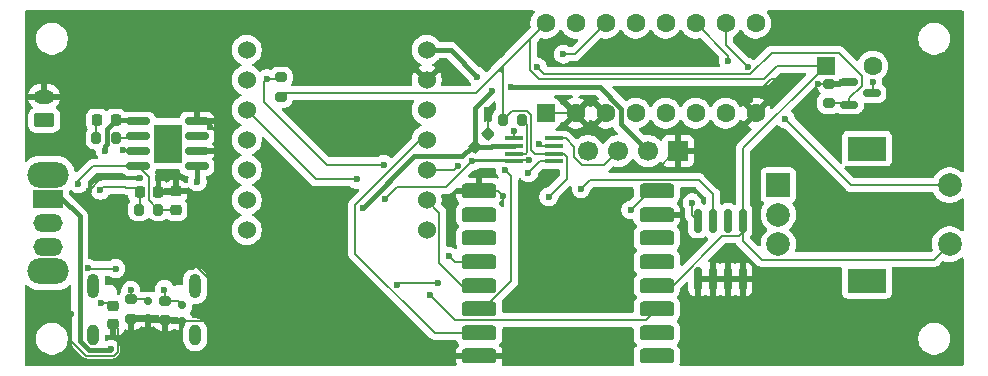
<source format=gbr>
%TF.GenerationSoftware,KiCad,Pcbnew,9.0.2*%
%TF.CreationDate,2025-07-15T17:58:13-04:00*%
%TF.ProjectId,raven-caller,72617665-6e2d-4636-916c-6c65722e6b69,rev?*%
%TF.SameCoordinates,Original*%
%TF.FileFunction,Copper,L2,Bot*%
%TF.FilePolarity,Positive*%
%FSLAX46Y46*%
G04 Gerber Fmt 4.6, Leading zero omitted, Abs format (unit mm)*
G04 Created by KiCad (PCBNEW 9.0.2) date 2025-07-15 17:58:13*
%MOMM*%
%LPD*%
G01*
G04 APERTURE LIST*
G04 Aperture macros list*
%AMRoundRect*
0 Rectangle with rounded corners*
0 $1 Rounding radius*
0 $2 $3 $4 $5 $6 $7 $8 $9 X,Y pos of 4 corners*
0 Add a 4 corners polygon primitive as box body*
4,1,4,$2,$3,$4,$5,$6,$7,$8,$9,$2,$3,0*
0 Add four circle primitives for the rounded corners*
1,1,$1+$1,$2,$3*
1,1,$1+$1,$4,$5*
1,1,$1+$1,$6,$7*
1,1,$1+$1,$8,$9*
0 Add four rect primitives between the rounded corners*
20,1,$1+$1,$2,$3,$4,$5,0*
20,1,$1+$1,$4,$5,$6,$7,0*
20,1,$1+$1,$6,$7,$8,$9,0*
20,1,$1+$1,$8,$9,$2,$3,0*%
G04 Aperture macros list end*
%TA.AperFunction,ComponentPad*%
%ADD10C,2.000000*%
%TD*%
%TA.AperFunction,ComponentPad*%
%ADD11R,3.200000X2.000000*%
%TD*%
%TA.AperFunction,ComponentPad*%
%ADD12R,2.000000X2.000000*%
%TD*%
%TA.AperFunction,ComponentPad*%
%ADD13RoundRect,0.250000X0.550000X-0.550000X0.550000X0.550000X-0.550000X0.550000X-0.550000X-0.550000X0*%
%TD*%
%TA.AperFunction,ComponentPad*%
%ADD14C,1.600000*%
%TD*%
%TA.AperFunction,ComponentPad*%
%ADD15C,1.524000*%
%TD*%
%TA.AperFunction,HeatsinkPad*%
%ADD16O,1.000000X2.100000*%
%TD*%
%TA.AperFunction,HeatsinkPad*%
%ADD17O,1.000000X1.800000*%
%TD*%
%TA.AperFunction,ComponentPad*%
%ADD18R,1.600000X1.600000*%
%TD*%
%TA.AperFunction,ComponentPad*%
%ADD19R,1.700000X1.700000*%
%TD*%
%TA.AperFunction,ComponentPad*%
%ADD20C,1.700000*%
%TD*%
%TA.AperFunction,ComponentPad*%
%ADD21RoundRect,0.250000X0.625000X-0.350000X0.625000X0.350000X-0.625000X0.350000X-0.625000X-0.350000X0*%
%TD*%
%TA.AperFunction,ComponentPad*%
%ADD22O,1.750000X1.200000*%
%TD*%
%TA.AperFunction,ComponentPad*%
%ADD23O,3.500000X2.200000*%
%TD*%
%TA.AperFunction,ComponentPad*%
%ADD24R,2.500000X1.500000*%
%TD*%
%TA.AperFunction,ComponentPad*%
%ADD25O,2.500000X1.500000*%
%TD*%
%TA.AperFunction,SMDPad,CuDef*%
%ADD26RoundRect,0.200000X0.275000X-0.200000X0.275000X0.200000X-0.275000X0.200000X-0.275000X-0.200000X0*%
%TD*%
%TA.AperFunction,SMDPad,CuDef*%
%ADD27R,1.600000X0.300000*%
%TD*%
%TA.AperFunction,SMDPad,CuDef*%
%ADD28RoundRect,0.150000X0.200000X-0.150000X0.200000X0.150000X-0.200000X0.150000X-0.200000X-0.150000X0*%
%TD*%
%TA.AperFunction,SMDPad,CuDef*%
%ADD29RoundRect,0.200000X-0.275000X0.200000X-0.275000X-0.200000X0.275000X-0.200000X0.275000X0.200000X0*%
%TD*%
%TA.AperFunction,SMDPad,CuDef*%
%ADD30RoundRect,0.200000X-0.200000X-0.275000X0.200000X-0.275000X0.200000X0.275000X-0.200000X0.275000X0*%
%TD*%
%TA.AperFunction,SMDPad,CuDef*%
%ADD31RoundRect,0.150000X-0.587500X-0.150000X0.587500X-0.150000X0.587500X0.150000X-0.587500X0.150000X0*%
%TD*%
%TA.AperFunction,SMDPad,CuDef*%
%ADD32RoundRect,0.225000X0.017678X-0.335876X0.335876X-0.017678X-0.017678X0.335876X-0.335876X0.017678X0*%
%TD*%
%TA.AperFunction,SMDPad,CuDef*%
%ADD33RoundRect,0.225000X-0.250000X0.225000X-0.250000X-0.225000X0.250000X-0.225000X0.250000X0.225000X0*%
%TD*%
%TA.AperFunction,SMDPad,CuDef*%
%ADD34RoundRect,0.150000X0.150000X-0.825000X0.150000X0.825000X-0.150000X0.825000X-0.150000X-0.825000X0*%
%TD*%
%TA.AperFunction,SMDPad,CuDef*%
%ADD35RoundRect,0.218750X-0.218750X-0.256250X0.218750X-0.256250X0.218750X0.256250X-0.218750X0.256250X0*%
%TD*%
%TA.AperFunction,SMDPad,CuDef*%
%ADD36RoundRect,0.200000X0.200000X0.275000X-0.200000X0.275000X-0.200000X-0.275000X0.200000X-0.275000X0*%
%TD*%
%TA.AperFunction,SMDPad,CuDef*%
%ADD37RoundRect,0.225000X-0.225000X-0.250000X0.225000X-0.250000X0.225000X0.250000X-0.225000X0.250000X0*%
%TD*%
%TA.AperFunction,SMDPad,CuDef*%
%ADD38RoundRect,0.150000X0.825000X0.150000X-0.825000X0.150000X-0.825000X-0.150000X0.825000X-0.150000X0*%
%TD*%
%TA.AperFunction,HeatsinkPad*%
%ADD39C,0.500000*%
%TD*%
%TA.AperFunction,HeatsinkPad*%
%ADD40R,2.410000X3.300000*%
%TD*%
%TA.AperFunction,SMDPad,CuDef*%
%ADD41RoundRect,0.225000X0.250000X-0.225000X0.250000X0.225000X-0.250000X0.225000X-0.250000X-0.225000X0*%
%TD*%
%TA.AperFunction,SMDPad,CuDef*%
%ADD42RoundRect,0.317500X-1.157500X-0.317500X1.157500X-0.317500X1.157500X0.317500X-1.157500X0.317500X0*%
%TD*%
%TA.AperFunction,ViaPad*%
%ADD43C,0.600000*%
%TD*%
%TA.AperFunction,Conductor*%
%ADD44C,0.200000*%
%TD*%
%TA.AperFunction,Conductor*%
%ADD45C,0.400000*%
%TD*%
G04 APERTURE END LIST*
D10*
%TO.P,SW1,S2,S2*%
%TO.N,RotSwit*%
X197300000Y-106500000D03*
%TO.P,SW1,S1,S1*%
%TO.N,+3.3V*%
X197300000Y-111500000D03*
D11*
%TO.P,SW1,MP*%
%TO.N,N/C*%
X190300000Y-114600000D03*
X190300000Y-103400000D03*
D10*
%TO.P,SW1,C,C*%
%TO.N,RotB*%
X182800000Y-109000000D03*
%TO.P,SW1,B,B*%
%TO.N,RotC*%
X182800000Y-111500000D03*
D12*
%TO.P,SW1,A,A*%
%TO.N,RotA*%
X182800000Y-106500000D03*
%TD*%
D13*
%TO.P,U4,1,A0*%
%TO.N,GND*%
X163110000Y-100405000D03*
D14*
%TO.P,U4,2,A1*%
X165650000Y-100405000D03*
%TO.P,U4,3,A2*%
X168190000Y-100405000D03*
%TO.P,U4,4,P0*%
%TO.N,2R*%
X170730000Y-100405000D03*
%TO.P,U4,5,P1*%
%TO.N,2G*%
X173270000Y-100405000D03*
%TO.P,U4,6,P2*%
%TO.N,2B*%
X175810000Y-100405000D03*
%TO.P,U4,7,P3*%
%TO.N,RotA*%
X178350000Y-100405000D03*
%TO.P,U4,8,GND*%
%TO.N,GND*%
X180890000Y-100405000D03*
%TO.P,U4,9,P4*%
%TO.N,RotB*%
X180890000Y-92785000D03*
%TO.P,U4,10,P5*%
%TO.N,RotC*%
X178350000Y-92785000D03*
%TO.P,U4,11,P6*%
%TO.N,RotSwit*%
X175810000Y-92785000D03*
%TO.P,U4,12,P7*%
%TO.N,unconnected-(U4-P7-Pad12)*%
X173270000Y-92785000D03*
%TO.P,U4,13,~{INT}*%
%TO.N,unconnected-(U4-~{INT}-Pad13)*%
X170730000Y-92785000D03*
%TO.P,U4,14,SCL*%
%TO.N,SCL*%
X168190000Y-92785000D03*
%TO.P,U4,15,SDA*%
%TO.N,SDA*%
X165650000Y-92785000D03*
%TO.P,U4,16,VDD*%
%TO.N,+3.3V*%
X163110000Y-92785000D03*
%TD*%
D15*
%TO.P,U12,1,PA02_A0_D0*%
%TO.N,BUZZER*%
X137800000Y-95060000D03*
%TO.P,U12,2,PA4_A1_D1*%
%TO.N,CS*%
X137800000Y-97600000D03*
%TO.P,U12,3,PA10_A2_D2*%
%TO.N,INT*%
X137800000Y-100140000D03*
%TO.P,U12,4,PA11_A3_D3*%
%TO.N,unconnected-(U12-PA11_A3_D3-Pad4)*%
X137800000Y-102680000D03*
%TO.P,U12,5,PA8_A4_D4_SDA*%
%TO.N,SDA*%
X137800000Y-105220000D03*
%TO.P,U12,6,PA9_A5_D5_SCL*%
%TO.N,SCL*%
X137800000Y-107760000D03*
%TO.P,U12,7,PB08_A6_D6_TX*%
%TO.N,unconnected-(U12-PB08_A6_D6_TX-Pad7)*%
X137800000Y-110300000D03*
%TO.P,U12,8,PB09_A7_D7_RX*%
%TO.N,unconnected-(U12-PB09_A7_D7_RX-Pad8)*%
X153040000Y-110300000D03*
%TO.P,U12,9,PA7_A8_D8_SCK*%
%TO.N,SCK*%
X153040000Y-107760000D03*
%TO.P,U12,10,PA5_A9_D9_MISO*%
%TO.N,MOSI*%
X153040000Y-105220000D03*
%TO.P,U12,11,PA6_A10_D10_MOSI*%
%TO.N,MISO*%
X153040000Y-102680000D03*
%TO.P,U12,12,3V3*%
%TO.N,unconnected-(U12-3V3-Pad12)*%
X153040000Y-100140000D03*
%TO.P,U12,13,GND*%
%TO.N,GND*%
X153040000Y-97600000D03*
%TO.P,U12,14,5V*%
%TO.N,+5V*%
X153040000Y-95060000D03*
%TD*%
D16*
%TO.P,J7,S1,SHIELD*%
%TO.N,Net-(J7-SHIELD)*%
X124790000Y-115000000D03*
D17*
X124790000Y-119180000D03*
D16*
X133430000Y-115000000D03*
D17*
X133430000Y-119180000D03*
%TD*%
D18*
%TO.P,BZ2,1,+*%
%TO.N,+3.3V*%
X186799999Y-96400000D03*
D14*
%TO.P,BZ2,2,-*%
%TO.N,Net-(BZ2--)*%
X190799999Y-96400000D03*
%TD*%
D19*
%TO.P,J1,1,Pin_1*%
%TO.N,GND*%
X174310000Y-103615000D03*
D20*
%TO.P,J1,2,Pin_2*%
%TO.N,+5V*%
X171770000Y-103615000D03*
%TO.P,J1,3,Pin_3*%
%TO.N,Net-(J1-Pin_3)*%
X169230000Y-103615000D03*
%TO.P,J1,4,Pin_4*%
%TO.N,Net-(J1-Pin_4)*%
X166690000Y-103615000D03*
%TD*%
D21*
%TO.P,J2,1,Pin_1*%
%TO.N,Bat*%
X120650000Y-101000000D03*
D22*
%TO.P,J2,2,Pin_2*%
%TO.N,GND*%
X120650000Y-99000000D03*
%TD*%
D23*
%TO.P,SW2,*%
%TO.N,*%
X121000000Y-105600000D03*
X121000000Y-113800000D03*
D24*
%TO.P,SW2,1,A*%
%TO.N,+3.3V*%
X121000000Y-107700000D03*
D25*
%TO.P,SW2,2,B*%
%TO.N,Bat*%
X121000000Y-109700000D03*
%TO.P,SW2,3,C*%
%TO.N,unconnected-(SW2-C-Pad3)*%
X121000000Y-111700000D03*
%TD*%
D26*
%TO.P,R1,1*%
%TO.N,BUZZER*%
X187087500Y-99550000D03*
%TO.P,R1,2*%
%TO.N,GND*%
X187087500Y-97900000D03*
%TD*%
D27*
%TO.P,U11,1,B2*%
%TO.N,Net-(J1-Pin_3)*%
X163800000Y-102525000D03*
%TO.P,U11,2,GND*%
%TO.N,GND*%
X163800000Y-103175000D03*
%TO.P,U11,3,VCCA*%
%TO.N,+3.3V*%
X163800000Y-103825000D03*
%TO.P,U11,4,A2*%
%TO.N,SDA*%
X163800000Y-104475000D03*
%TO.P,U11,5,A1*%
%TO.N,SCL*%
X160400000Y-104475000D03*
%TO.P,U11,6,OE*%
%TO.N,Net-(U11-OE)*%
X160400000Y-103825000D03*
%TO.P,U11,7,VCCB*%
%TO.N,+5V*%
X160400000Y-103175000D03*
%TO.P,U11,8,B1*%
%TO.N,Net-(J1-Pin_4)*%
X160400000Y-102525000D03*
%TD*%
D28*
%TO.P,U8,1,I/O*%
%TO.N,Net-(J7-CC1)*%
X129422687Y-116317494D03*
%TO.P,U8,2,GND*%
%TO.N,GND*%
X129422687Y-117717494D03*
%TD*%
D29*
%TO.P,R16,1*%
%TO.N,Net-(J7-CC2)*%
X130900000Y-116275000D03*
%TO.P,R16,2*%
%TO.N,GND*%
X130900000Y-117925000D03*
%TD*%
D30*
%TO.P,R6,1*%
%TO.N,Net-(U5-VCC)*%
X128675000Y-108570000D03*
%TO.P,R6,2*%
%TO.N,Bat*%
X130325000Y-108570000D03*
%TD*%
D31*
%TO.P,Q1,1,G*%
%TO.N,BUZZER*%
X188825000Y-99675000D03*
%TO.P,Q1,2,S*%
%TO.N,GND*%
X188825000Y-97775000D03*
%TO.P,Q1,3,D*%
%TO.N,Net-(BZ2--)*%
X190700000Y-98725000D03*
%TD*%
D32*
%TO.P,C6,1*%
%TO.N,+5V*%
X157151992Y-103248008D03*
%TO.P,C6,2*%
%TO.N,GND*%
X158248008Y-102151992D03*
%TD*%
D33*
%TO.P,C1,1*%
%TO.N,Net-(J7-SHIELD)*%
X126500000Y-116725000D03*
%TO.P,C1,2*%
%TO.N,GND*%
X126500000Y-118275000D03*
%TD*%
D30*
%TO.P,R7,1*%
%TO.N,+3.3V*%
X159475000Y-101000000D03*
%TO.P,R7,2*%
%TO.N,Net-(U11-OE)*%
X161125000Y-101000000D03*
%TD*%
D34*
%TO.P,U3,1,A0*%
%TO.N,GND*%
X179804999Y-114475001D03*
%TO.P,U3,2,A1*%
X178534999Y-114475001D03*
%TO.P,U3,3,A2*%
X177264999Y-114475001D03*
%TO.P,U3,4,GND*%
X175994999Y-114475001D03*
%TO.P,U3,5,SDA*%
%TO.N,SDA*%
X175994999Y-109525001D03*
%TO.P,U3,6,SCL*%
%TO.N,SCL*%
X177264999Y-109525001D03*
%TO.P,U3,7,WP*%
%TO.N,unconnected-(U3-WP-Pad7)*%
X178534999Y-109525001D03*
%TO.P,U3,8,VCC*%
%TO.N,+3.3V*%
X179804999Y-109525001D03*
%TD*%
D35*
%TO.P,D3,1,K*%
%TO.N,Net-(D3-K)*%
X125112499Y-101000000D03*
%TO.P,D3,2,A*%
%TO.N,vbus*%
X126687501Y-101000000D03*
%TD*%
D28*
%TO.P,U9,1,I/O*%
%TO.N,Net-(J7-CC2)*%
X132327927Y-116613528D03*
%TO.P,U9,2,GND*%
%TO.N,GND*%
X132327927Y-118013528D03*
%TD*%
D29*
%TO.P,R8,1*%
%TO.N,CS*%
X140700000Y-97375000D03*
%TO.P,R8,2*%
%TO.N,+3.3V*%
X140700000Y-99025000D03*
%TD*%
D26*
%TO.P,R15,1*%
%TO.N,GND*%
X128000000Y-117825000D03*
%TO.P,R15,2*%
%TO.N,Net-(J7-CC1)*%
X128000000Y-116175000D03*
%TD*%
D36*
%TO.P,R3,1*%
%TO.N,Net-(U6-~{CHRG})*%
X126725000Y-102500000D03*
%TO.P,R3,2*%
%TO.N,Net-(D3-K)*%
X125075000Y-102500000D03*
%TD*%
D37*
%TO.P,C3,1*%
%TO.N,Net-(U5-VCC)*%
X128725000Y-107100000D03*
%TO.P,C3,2*%
%TO.N,GND*%
X130275000Y-107100000D03*
%TD*%
D38*
%TO.P,U6,1,TEMP*%
%TO.N,GND*%
X133575000Y-101095000D03*
%TO.P,U6,2,PROG*%
%TO.N,Net-(U6-PROG)*%
X133575000Y-102365000D03*
%TO.P,U6,3,GND*%
%TO.N,GND*%
X133575000Y-103635000D03*
%TO.P,U6,4,V_{CC}*%
%TO.N,vbus*%
X133575000Y-104905000D03*
%TO.P,U6,5,BAT*%
%TO.N,Bat*%
X128625000Y-104905000D03*
%TO.P,U6,6,~{STDBY}*%
%TO.N,Net-(U6-~{STDBY})*%
X128625000Y-103635000D03*
%TO.P,U6,7,~{CHRG}*%
%TO.N,Net-(U6-~{CHRG})*%
X128625000Y-102365000D03*
%TO.P,U6,8,CE*%
%TO.N,vbus*%
X128625000Y-101095000D03*
D39*
%TO.P,U6,9,EPAD*%
%TO.N,unconnected-(U6-EPAD-Pad9)*%
X131800000Y-104200000D03*
X131800000Y-103000000D03*
X131800000Y-101800000D03*
D40*
X131100000Y-103000000D03*
D39*
X130400000Y-104200000D03*
X130400000Y-103000000D03*
X130400000Y-101800000D03*
%TD*%
D41*
%TO.P,C4,1*%
%TO.N,Bat*%
X131800000Y-108575000D03*
%TO.P,C4,2*%
%TO.N,GND*%
X131800000Y-107025000D03*
%TD*%
D42*
%TO.P,U2,1,GND*%
%TO.N,GND*%
X157475000Y-121000000D03*
%TO.P,U2,2,MISO*%
%TO.N,MISO*%
X157475000Y-118999999D03*
%TO.P,U2,3,MOSI*%
%TO.N,MOSI*%
X157475000Y-117000000D03*
%TO.P,U2,4,SCK*%
%TO.N,SCK*%
X157475000Y-115000000D03*
%TO.P,U2,5,NSS*%
%TO.N,CS*%
X157475000Y-113000000D03*
%TO.P,U2,6,RESET*%
%TO.N,unconnected-(U2-RESET-Pad6)*%
X157475000Y-111000000D03*
%TO.P,U2,7,DIO5*%
%TO.N,unconnected-(U2-DIO5-Pad7)*%
X157475000Y-109000001D03*
%TO.P,U2,8,GND*%
%TO.N,GND*%
X157475000Y-107000000D03*
%TO.P,U2,9,ANT*%
%TO.N,Net-(J3-In)*%
X172525000Y-107000000D03*
%TO.P,U2,10,GND*%
%TO.N,GND*%
X172525000Y-109000001D03*
%TO.P,U2,11,DIO3*%
%TO.N,unconnected-(U2-DIO3-Pad11)*%
X172525000Y-111000000D03*
%TO.P,U2,12,DIO4*%
%TO.N,unconnected-(U2-DIO4-Pad12)*%
X172525000Y-113000000D03*
%TO.P,U2,13,3.3V*%
%TO.N,+3.3V*%
X172525000Y-115000000D03*
%TO.P,U2,14,DIO0*%
%TO.N,INT*%
X172525000Y-117000000D03*
%TO.P,U2,15,DIO1*%
%TO.N,unconnected-(U2-DIO1-Pad15)*%
X172525000Y-118999999D03*
%TO.P,U2,16,DIO2*%
%TO.N,unconnected-(U2-DIO2-Pad16)*%
X172525000Y-121000000D03*
%TD*%
D43*
%TO.N,GND*%
X195555000Y-108345500D03*
X195555000Y-103265500D03*
X195555000Y-98185500D03*
X193015000Y-118505500D03*
X193015000Y-115965500D03*
X193015000Y-110885500D03*
X193015000Y-108345500D03*
X193015000Y-103265500D03*
X193015000Y-100725500D03*
X193015000Y-98185500D03*
X193015000Y-95645500D03*
X193015000Y-93105500D03*
X190475000Y-121045500D03*
X190475000Y-118505500D03*
X190475000Y-110885500D03*
X190475000Y-108345500D03*
X190475000Y-100725500D03*
X190475000Y-93105500D03*
X187935000Y-121045500D03*
X187935000Y-118505500D03*
X187935000Y-110885500D03*
X187935000Y-108345500D03*
X187935000Y-93105500D03*
X185395000Y-121045500D03*
X185395000Y-118505500D03*
X185395000Y-115965500D03*
X185395000Y-110885500D03*
X185395000Y-108345500D03*
X185395000Y-105805500D03*
X185395000Y-100725500D03*
X185395000Y-93105500D03*
X182855000Y-121045500D03*
X182855000Y-118505500D03*
X182855000Y-115965500D03*
X182855000Y-93105500D03*
X180315000Y-121045500D03*
X180315000Y-118505500D03*
X177775000Y-121045500D03*
X177775000Y-118505500D03*
X175235000Y-121045500D03*
X175235000Y-118505500D03*
X175235000Y-95645500D03*
X172695000Y-95645500D03*
X170155000Y-121045500D03*
X170155000Y-115965500D03*
X170155000Y-113425500D03*
X170155000Y-110885500D03*
X170155000Y-95645500D03*
X167615000Y-121045500D03*
X167615000Y-115965500D03*
X167615000Y-113425500D03*
X167615000Y-95645500D03*
X165075000Y-121045500D03*
X165075000Y-115965500D03*
X165075000Y-113425500D03*
X162535000Y-121045500D03*
X162535000Y-115965500D03*
X159995000Y-121045500D03*
X159995000Y-93105500D03*
X157455000Y-93105500D03*
X154915000Y-121045500D03*
X154915000Y-93105500D03*
X152375000Y-121045500D03*
X152375000Y-93105500D03*
X149835000Y-100725500D03*
X149835000Y-93105500D03*
X147295000Y-115965500D03*
X147295000Y-100725500D03*
X147295000Y-93105500D03*
X144755000Y-121045500D03*
X144755000Y-115965500D03*
X144755000Y-100725500D03*
X144755000Y-93105500D03*
X142215000Y-121045500D03*
X142215000Y-115965500D03*
X142215000Y-110885500D03*
X142215000Y-93105500D03*
X139675000Y-110885500D03*
X139675000Y-105805500D03*
X139675000Y-93105500D03*
X137135000Y-93105500D03*
X134595000Y-110885500D03*
X134595000Y-98185500D03*
X134595000Y-95645500D03*
X134595000Y-93105500D03*
X132055000Y-98185500D03*
X132055000Y-95645500D03*
X132055000Y-93105500D03*
X129515000Y-98185500D03*
X129515000Y-95645500D03*
X129515000Y-93105500D03*
X126975000Y-98185500D03*
X126975000Y-95645500D03*
X126975000Y-93105500D03*
X124435000Y-95645500D03*
X124435000Y-93105500D03*
%TO.N,Net-(BZ2--)*%
X190800000Y-97800000D03*
%TO.N,+3.3V*%
X126300000Y-120400000D03*
X150550000Y-114950000D03*
X163375028Y-107475028D03*
X154000000Y-114800000D03*
%TO.N,Net-(J7-SHIELD)*%
X125500000Y-116500000D03*
%TO.N,GND*%
X128785735Y-105914265D03*
X122951000Y-117400000D03*
X184200000Y-97500000D03*
X193700000Y-120400000D03*
X195700000Y-100000000D03*
X195500000Y-116400000D03*
X134707874Y-101567967D03*
X147000000Y-118750000D03*
X124919255Y-111287500D03*
X180400000Y-99300000D03*
X159500000Y-107400000D03*
X124400000Y-107000000D03*
X172500000Y-105200000D03*
X162501000Y-102985779D03*
X134500000Y-109100000D03*
X135800000Y-118000000D03*
X158100000Y-100100000D03*
X126819255Y-111287500D03*
X130300000Y-105900000D03*
X133182527Y-113444835D03*
X186200000Y-97900000D03*
%TO.N,Net-(U5-VCC)*%
X125415473Y-106932726D03*
%TO.N,+5V*%
X157300000Y-97300000D03*
X147600000Y-108400000D03*
X160200000Y-98200000D03*
X158600000Y-98500000D03*
%TO.N,SDA*%
X175500000Y-108000000D03*
X161650000Y-105450000D03*
%TO.N,SCL*%
X161700000Y-104400000D03*
X156900000Y-104475000D03*
X164600000Y-95400000D03*
X149500000Y-107700000D03*
X166100000Y-106800000D03*
%TO.N,Net-(J7-CC1)*%
X127987993Y-115417920D03*
%TO.N,Net-(J7-CC2)*%
X130833935Y-115341109D03*
%TO.N,BUZZER*%
X162400000Y-96500000D03*
%TO.N,Net-(U6-~{STDBY})*%
X127300000Y-103500000D03*
%TO.N,vbus*%
X124351000Y-113551514D03*
X125800000Y-103600000D03*
X126707093Y-113562500D03*
X133600000Y-106200000D03*
%TO.N,Bat*%
X123551000Y-106400000D03*
%TO.N,Net-(J3-In)*%
X170300000Y-108600000D03*
%TO.N,CS*%
X154900000Y-112500000D03*
X139500000Y-97500000D03*
X149400000Y-104757000D03*
%TO.N,RotSwit*%
X183400000Y-100900000D03*
X178561765Y-95961765D03*
%TO.N,RotC*%
X180200000Y-96500000D03*
%TO.N,INT*%
X147100000Y-106000000D03*
X153300000Y-115800000D03*
%TO.N,MOSI*%
X155663235Y-104863235D03*
X159700000Y-105200000D03*
%TO.N,Net-(J1-Pin_4)*%
X160400000Y-101900000D03*
%TD*%
D44*
%TO.N,Net-(BZ2--)*%
X190800000Y-97800000D02*
X190800000Y-98625000D01*
X190800000Y-98625000D02*
X190700000Y-98725000D01*
%TO.N,+3.3V*%
X159475000Y-101000000D02*
X159475000Y-97000000D01*
X172525000Y-115000000D02*
X173853032Y-115000000D01*
X159475000Y-101000000D02*
X160251000Y-100224000D01*
X182732900Y-96400000D02*
X186799999Y-96400000D01*
D45*
X123651000Y-119715206D02*
X123651000Y-109151000D01*
D44*
X140700000Y-99025000D02*
X141025000Y-98700000D01*
X195999000Y-112801000D02*
X181396030Y-112801000D01*
D45*
X126300000Y-120400000D02*
X126219000Y-120481000D01*
D44*
X158947500Y-96947500D02*
X159047500Y-96847500D01*
X160251000Y-100224000D02*
X161538064Y-100224000D01*
X179804999Y-110500000D02*
X179804999Y-109525001D01*
X161799000Y-96748943D02*
X162552057Y-97502000D01*
X159322500Y-96847500D02*
X159475000Y-97000000D01*
X179804999Y-111209969D02*
X179804999Y-109525001D01*
X159322500Y-96622500D02*
X159297500Y-96597500D01*
X179804999Y-109525001D02*
X179804999Y-103395000D01*
X158947500Y-96952500D02*
X158947500Y-96947500D01*
D45*
X123651000Y-109151000D02*
X122000000Y-107500000D01*
D44*
X164901000Y-104101000D02*
X164625000Y-103825000D01*
X162552057Y-97502000D02*
X181630900Y-97502000D01*
X179804999Y-103395000D02*
X186799999Y-96400000D01*
D45*
X122000000Y-107500000D02*
X121500000Y-107500000D01*
D44*
X178052031Y-110801001D02*
X179503998Y-110801001D01*
X159475000Y-97000000D02*
X159475000Y-96420000D01*
X181396030Y-112801000D02*
X179804999Y-111209969D01*
X158947500Y-96947500D02*
X159297500Y-96597500D01*
D45*
X124416794Y-120481000D02*
X123651000Y-119715206D01*
D44*
X163110000Y-92785000D02*
X161799000Y-94096000D01*
X159997500Y-95897500D02*
X163110000Y-92785000D01*
X164625000Y-103825000D02*
X163800000Y-103825000D01*
X179503998Y-110801001D02*
X179804999Y-110500000D01*
X161799000Y-94096000D02*
X161799000Y-96748943D01*
X161901000Y-103501000D02*
X162225000Y-103825000D01*
X181630900Y-97502000D02*
X182732900Y-96400000D01*
X161538064Y-100224000D02*
X161901000Y-100586936D01*
X150550000Y-114950000D02*
X150700000Y-114800000D01*
X159322500Y-96847500D02*
X159322500Y-96622500D01*
X159475000Y-96420000D02*
X159997500Y-95897500D01*
X150700000Y-114800000D02*
X154000000Y-114800000D01*
X157200000Y-98700000D02*
X158947500Y-96952500D01*
X159047500Y-96847500D02*
X159322500Y-96847500D01*
X163375028Y-107475028D02*
X164901000Y-105949057D01*
X161901000Y-100586936D02*
X161901000Y-103501000D01*
X141025000Y-98700000D02*
X157200000Y-98700000D01*
X164901000Y-105949057D02*
X164901000Y-104101000D01*
X173853032Y-115000000D02*
X178052031Y-110801001D01*
X197300000Y-111500000D02*
X195999000Y-112801000D01*
D45*
X126219000Y-120481000D02*
X124416794Y-120481000D01*
D44*
X159297500Y-96597500D02*
X159997500Y-95897500D01*
X162225000Y-103825000D02*
X163800000Y-103825000D01*
%TO.N,Net-(J7-SHIELD)*%
X126275000Y-116500000D02*
X126500000Y-116725000D01*
X125500000Y-116500000D02*
X126275000Y-116500000D01*
%TO.N,GND*%
X125500000Y-105900000D02*
X128771470Y-105900000D01*
X130275000Y-105925000D02*
X130300000Y-105900000D01*
X126819255Y-111287500D02*
X124919255Y-111287500D01*
X135800000Y-115687215D02*
X135800000Y-118000000D01*
X163110000Y-100405000D02*
X165650000Y-100405000D01*
X147000000Y-118750000D02*
X146250000Y-118000000D01*
X135779000Y-117979000D02*
X132362455Y-117979000D01*
X134605050Y-101095000D02*
X133575000Y-101095000D01*
X146250000Y-118000000D02*
X135800000Y-118000000D01*
X124400000Y-107000000D02*
X125500000Y-105900000D01*
X133182527Y-113444835D02*
X133557620Y-113444835D01*
X130275000Y-107100000D02*
X130275000Y-105925000D01*
X188812500Y-97775000D02*
X188762500Y-97725000D01*
X180400000Y-99300000D02*
X182200000Y-97500000D01*
X158248008Y-102151992D02*
X158248008Y-100248008D01*
X122951000Y-119723726D02*
X124228274Y-121001000D01*
X124228274Y-121001000D02*
X126548943Y-121001000D01*
X172500000Y-105200000D02*
X174085000Y-103615000D01*
X182200000Y-97500000D02*
X184200000Y-97500000D01*
X135800000Y-118000000D02*
X135779000Y-117979000D01*
X134707874Y-101567967D02*
X134707874Y-101197824D01*
X158248008Y-100248008D02*
X158100000Y-100100000D01*
X126548943Y-121001000D02*
X126901000Y-120648943D01*
X134707874Y-101197824D02*
X134605050Y-101095000D01*
X133557620Y-113444835D02*
X135800000Y-115687215D01*
X157475000Y-107000000D02*
X159100000Y-107000000D01*
X122951000Y-117400000D02*
X122951000Y-119723726D01*
X186200000Y-97900000D02*
X188700000Y-97900000D01*
X126901000Y-120648943D02*
X126901000Y-118676000D01*
X188700000Y-97900000D02*
X188825000Y-97775000D01*
X162690221Y-103175000D02*
X162501000Y-102985779D01*
X159100000Y-107000000D02*
X159500000Y-107400000D01*
X132362455Y-117979000D02*
X132327927Y-118013528D01*
X174085000Y-103615000D02*
X174310000Y-103615000D01*
X163800000Y-103175000D02*
X162690221Y-103175000D01*
X126901000Y-118676000D02*
X126500000Y-118275000D01*
X128771470Y-105900000D02*
X128785735Y-105914265D01*
%TO.N,Net-(U5-VCC)*%
X125415473Y-106932726D02*
X125658974Y-106689225D01*
X127574054Y-106700000D02*
X128325000Y-106700000D01*
X128725000Y-108520000D02*
X128675000Y-108570000D01*
X128725000Y-107100000D02*
X128725000Y-108520000D01*
X127563279Y-106689225D02*
X127574054Y-106700000D01*
X125658974Y-106689225D02*
X127563279Y-106689225D01*
X128325000Y-106700000D02*
X128725000Y-107100000D01*
D45*
%TO.N,+5V*%
X156049264Y-104057000D02*
X156858256Y-103248008D01*
X151943000Y-104057000D02*
X147600000Y-108400000D01*
X157151992Y-103248008D02*
X157151992Y-99948008D01*
X167683471Y-98200000D02*
X169500000Y-100016529D01*
X155060000Y-95060000D02*
X157300000Y-97300000D01*
X156049264Y-104057000D02*
X151943000Y-104057000D01*
X160400000Y-103175000D02*
X158525000Y-103175000D01*
X156858256Y-103248008D02*
X157151992Y-103248008D01*
X160200000Y-98200000D02*
X167683471Y-98200000D01*
X169500000Y-100016529D02*
X169500000Y-101345000D01*
X157151992Y-99948008D02*
X158600000Y-98500000D01*
X158451992Y-103248008D02*
X157151992Y-103248008D01*
X153040000Y-95060000D02*
X155060000Y-95060000D01*
X171770000Y-103615000D02*
X169500000Y-101345000D01*
X158525000Y-103175000D02*
X158451992Y-103248008D01*
D44*
%TO.N,Net-(D3-K)*%
X125075000Y-102500000D02*
X125075000Y-101037499D01*
X125075000Y-101037499D02*
X125112499Y-101000000D01*
%TO.N,SDA*%
X162625000Y-104475000D02*
X163800000Y-104475000D01*
X175500000Y-108000000D02*
X175500000Y-109030002D01*
X175500000Y-109030002D02*
X175994999Y-109525001D01*
X161650000Y-105450000D02*
X162625000Y-104475000D01*
%TO.N,SCL*%
X177264999Y-107264999D02*
X176064000Y-106064000D01*
X164600000Y-95400000D02*
X165575000Y-95400000D01*
X156975000Y-104400000D02*
X156900000Y-104475000D01*
X165575000Y-95400000D02*
X168190000Y-92785000D01*
X177264999Y-109525001D02*
X177264999Y-107264999D01*
X149500000Y-107700000D02*
X150520500Y-106679500D01*
X176064000Y-106064000D02*
X166836000Y-106064000D01*
X150520500Y-106679500D02*
X154695500Y-106679500D01*
X154695500Y-106679500D02*
X156900000Y-104475000D01*
X161700000Y-104400000D02*
X156975000Y-104400000D01*
X166836000Y-106064000D02*
X166100000Y-106800000D01*
X156900000Y-104475000D02*
X160400000Y-104475000D01*
%TO.N,Net-(J7-CC1)*%
X129280193Y-116175000D02*
X129422687Y-116317494D01*
X128000000Y-116175000D02*
X128000000Y-115429927D01*
X128000000Y-115429927D02*
X127987993Y-115417920D01*
X128000000Y-116175000D02*
X129280193Y-116175000D01*
%TO.N,Net-(J7-CC2)*%
X130900000Y-116275000D02*
X131989399Y-116275000D01*
X131989399Y-116275000D02*
X132327927Y-116613528D01*
X130900000Y-115407174D02*
X130833935Y-115341109D01*
X130900000Y-116275000D02*
X130900000Y-115407174D01*
%TO.N,BUZZER*%
X187900999Y-95299000D02*
X182250943Y-95299000D01*
X188700000Y-99550000D02*
X188825000Y-99675000D01*
X189863500Y-98115968D02*
X189863500Y-97261501D01*
X180448943Y-97101000D02*
X163001000Y-97101000D01*
X189863500Y-97261501D02*
X187900999Y-95299000D01*
X188825000Y-99675000D02*
X188825000Y-99154468D01*
X188825000Y-99154468D02*
X189863500Y-98115968D01*
X182250943Y-95299000D02*
X180448943Y-97101000D01*
X187087500Y-99550000D02*
X188700000Y-99550000D01*
X163001000Y-97101000D02*
X162400000Y-96500000D01*
%TO.N,Net-(U6-~{CHRG})*%
X128490000Y-102500000D02*
X128625000Y-102365000D01*
X126725000Y-102500000D02*
X128490000Y-102500000D01*
%TO.N,Net-(U6-~{STDBY})*%
X127300000Y-103500000D02*
X128490000Y-103500000D01*
X128490000Y-103500000D02*
X128625000Y-103635000D01*
%TO.N,vbus*%
X126707093Y-113562500D02*
X124361986Y-113562500D01*
D45*
X125800000Y-103600000D02*
X125800000Y-103153484D01*
X125924000Y-101763501D02*
X126687501Y-101000000D01*
X125924000Y-103029484D02*
X125924000Y-101763501D01*
X133600000Y-106200000D02*
X133600000Y-104930000D01*
X126687501Y-101000000D02*
X128530000Y-101000000D01*
D44*
X124361986Y-113562500D02*
X124351000Y-113551514D01*
X133575000Y-104905000D02*
X133800000Y-105130000D01*
D45*
X133600000Y-104930000D02*
X133575000Y-104905000D01*
D44*
X128530000Y-101000000D02*
X128625000Y-101095000D01*
D45*
X125800000Y-103153484D02*
X125924000Y-103029484D01*
D44*
%TO.N,Bat*%
X129524945Y-105804945D02*
X128625000Y-104905000D01*
X123551000Y-106106900D02*
X124752900Y-104905000D01*
X129524945Y-107769945D02*
X129524945Y-105804945D01*
X131795000Y-108570000D02*
X131800000Y-108575000D01*
X130325000Y-108570000D02*
X129524945Y-107769945D01*
X124752900Y-104905000D02*
X128625000Y-104905000D01*
X123551000Y-106400000D02*
X123551000Y-106106900D01*
X130325000Y-108570000D02*
X131795000Y-108570000D01*
X130339975Y-108555025D02*
X130325000Y-108570000D01*
%TO.N,Net-(J3-In)*%
X171900000Y-107000000D02*
X172525000Y-107000000D01*
X170300000Y-108600000D02*
X171900000Y-107000000D01*
%TO.N,CS*%
X149400000Y-104757000D02*
X144557000Y-104757000D01*
X140575000Y-97500000D02*
X140700000Y-97375000D01*
X155400000Y-113000000D02*
X154900000Y-112500000D01*
X144557000Y-104757000D02*
X139300000Y-99500000D01*
X139300000Y-99500000D02*
X139300000Y-97700000D01*
X139500000Y-97500000D02*
X140575000Y-97500000D01*
X139300000Y-97700000D02*
X139500000Y-97500000D01*
X157475000Y-113000000D02*
X155400000Y-113000000D01*
%TO.N,RotSwit*%
X178561765Y-95961765D02*
X178561765Y-95536765D01*
X189000000Y-106500000D02*
X183400000Y-100900000D01*
X197300000Y-106500000D02*
X189000000Y-106500000D01*
X178561765Y-95536765D02*
X175810000Y-92785000D01*
%TO.N,RotC*%
X180200000Y-96500000D02*
X178350000Y-94650000D01*
X178350000Y-94650000D02*
X178350000Y-92785000D01*
%TO.N,INT*%
X155436000Y-117936000D02*
X153300000Y-115800000D01*
X172525000Y-117000000D02*
X171589000Y-117936000D01*
X143660000Y-106000000D02*
X137800000Y-100140000D01*
X147100000Y-106000000D02*
X143660000Y-106000000D01*
X171589000Y-117936000D02*
X155436000Y-117936000D01*
%TO.N,MOSI*%
X160200000Y-114624692D02*
X157824692Y-117000000D01*
X160200000Y-105700000D02*
X160200000Y-114624692D01*
X153040000Y-105220000D02*
X155306470Y-105220000D01*
X157824692Y-117000000D02*
X157475000Y-117000000D01*
X155306470Y-105220000D02*
X155663235Y-104863235D01*
X159700000Y-105200000D02*
X160200000Y-105700000D01*
%TO.N,MISO*%
X152470057Y-102680000D02*
X153040000Y-102680000D01*
X146999000Y-112299000D02*
X146999000Y-108151057D01*
X153699999Y-118999999D02*
X146999000Y-112299000D01*
X157475000Y-118999999D02*
X153699999Y-118999999D01*
X146999000Y-108151057D02*
X152470057Y-102680000D01*
%TO.N,SCK*%
X154103000Y-113103000D02*
X154103000Y-108823000D01*
X154103000Y-108823000D02*
X153040000Y-107760000D01*
X157475000Y-115000000D02*
X156000000Y-115000000D01*
X156000000Y-115000000D02*
X154103000Y-113103000D01*
%TO.N,Net-(J1-Pin_3)*%
X163800000Y-102525000D02*
X164800000Y-102525000D01*
X164800000Y-102525000D02*
X165539000Y-103264000D01*
X166213240Y-104766000D02*
X168079000Y-104766000D01*
X165539000Y-104091760D02*
X166213240Y-104766000D01*
X168079000Y-104766000D02*
X169230000Y-103615000D01*
X165539000Y-103264000D02*
X165539000Y-104091760D01*
%TO.N,Net-(J1-Pin_4)*%
X160400000Y-102525000D02*
X160400000Y-101900000D01*
%TO.N,Net-(U11-OE)*%
X161400000Y-103825000D02*
X160400000Y-103825000D01*
X161500000Y-101375000D02*
X161500000Y-103725000D01*
X161125000Y-101000000D02*
X161500000Y-101375000D01*
X161500000Y-103725000D02*
X161400000Y-103825000D01*
%TD*%
%TA.AperFunction,Conductor*%
%TO.N,GND*%
G36*
X162122992Y-91720185D02*
G01*
X162168747Y-91772989D01*
X162178691Y-91842147D01*
X162149666Y-91905703D01*
X162143634Y-91912181D01*
X162118032Y-91937782D01*
X162118028Y-91937786D01*
X161997715Y-92103386D01*
X161904781Y-92285776D01*
X161841522Y-92480465D01*
X161809500Y-92682648D01*
X161809500Y-92887351D01*
X161841523Y-93089535D01*
X161846172Y-93103845D01*
X161848165Y-93173687D01*
X161815921Y-93229841D01*
X159628786Y-95416978D01*
X159628784Y-95416980D01*
X159285265Y-95760500D01*
X159106286Y-95939478D01*
X158466983Y-96578780D01*
X158462032Y-96585233D01*
X158461756Y-96585021D01*
X158448606Y-96602157D01*
X158164519Y-96886244D01*
X158103196Y-96919729D01*
X158033504Y-96914745D01*
X157977571Y-96872873D01*
X157973736Y-96867454D01*
X157921789Y-96789711D01*
X157921786Y-96789707D01*
X157810292Y-96678213D01*
X157810288Y-96678210D01*
X157679185Y-96590609D01*
X157679172Y-96590602D01*
X157534812Y-96530807D01*
X157494583Y-96503927D01*
X155506546Y-94515888D01*
X155506545Y-94515887D01*
X155391807Y-94439222D01*
X155264332Y-94386421D01*
X155264322Y-94386418D01*
X155128996Y-94359500D01*
X155128994Y-94359500D01*
X155128993Y-94359500D01*
X154154774Y-94359500D01*
X154087735Y-94339815D01*
X154054457Y-94308387D01*
X154002981Y-94237536D01*
X153862464Y-94097019D01*
X153701694Y-93980213D01*
X153524632Y-93889994D01*
X153524629Y-93889993D01*
X153335637Y-93828587D01*
X153237498Y-93813043D01*
X153139361Y-93797500D01*
X152940639Y-93797500D01*
X152875214Y-93807862D01*
X152744362Y-93828587D01*
X152555370Y-93889993D01*
X152555367Y-93889994D01*
X152378305Y-93980213D01*
X152217533Y-94097021D01*
X152077021Y-94237533D01*
X151960213Y-94398305D01*
X151869994Y-94575367D01*
X151869993Y-94575370D01*
X151808587Y-94764362D01*
X151788734Y-94889711D01*
X151777500Y-94960639D01*
X151777500Y-95159361D01*
X151778631Y-95166503D01*
X151808587Y-95355637D01*
X151869993Y-95544629D01*
X151869994Y-95544632D01*
X151950978Y-95703570D01*
X151960213Y-95721694D01*
X152077019Y-95882464D01*
X152217536Y-96022981D01*
X152378306Y-96139787D01*
X152535332Y-96219796D01*
X152586127Y-96267769D01*
X152602922Y-96335590D01*
X152580385Y-96401725D01*
X152535332Y-96440764D01*
X152378566Y-96520641D01*
X152341283Y-96547729D01*
X152341282Y-96547730D01*
X152955906Y-97162352D01*
X152868429Y-97185792D01*
X152767070Y-97244311D01*
X152684311Y-97327070D01*
X152625792Y-97428429D01*
X152602352Y-97515905D01*
X151987730Y-96901282D01*
X151987729Y-96901283D01*
X151960643Y-96938564D01*
X151870457Y-97115562D01*
X151809075Y-97304476D01*
X151809075Y-97304479D01*
X151778000Y-97500678D01*
X151778000Y-97699321D01*
X151809074Y-97895519D01*
X151822612Y-97937181D01*
X151824608Y-98007022D01*
X151788528Y-98066855D01*
X151725827Y-98097684D01*
X151704681Y-98099500D01*
X141696337Y-98099500D01*
X141629298Y-98079815D01*
X141583543Y-98027011D01*
X141573599Y-97957853D01*
X141590220Y-97911350D01*
X141618478Y-97864606D01*
X141669086Y-97702196D01*
X141675500Y-97631616D01*
X141675500Y-97118384D01*
X141669086Y-97047804D01*
X141618478Y-96885394D01*
X141530472Y-96739815D01*
X141530470Y-96739813D01*
X141530469Y-96739811D01*
X141410188Y-96619530D01*
X141342786Y-96578784D01*
X141264606Y-96531522D01*
X141102196Y-96480914D01*
X141102194Y-96480913D01*
X141102192Y-96480913D01*
X141052778Y-96476423D01*
X141031616Y-96474500D01*
X140368384Y-96474500D01*
X140349145Y-96476248D01*
X140297807Y-96480913D01*
X140135393Y-96531522D01*
X139989813Y-96619529D01*
X139895026Y-96714316D01*
X139833702Y-96747800D01*
X139764011Y-96742816D01*
X139759895Y-96741196D01*
X139733502Y-96730264D01*
X139733494Y-96730261D01*
X139578845Y-96699500D01*
X139578842Y-96699500D01*
X139421158Y-96699500D01*
X139421155Y-96699500D01*
X139266510Y-96730261D01*
X139266498Y-96730264D01*
X139120827Y-96790602D01*
X139120814Y-96790609D01*
X138985449Y-96881058D01*
X138918771Y-96901936D01*
X138851391Y-96883451D01*
X138816240Y-96850841D01*
X138772474Y-96790602D01*
X138762981Y-96777536D01*
X138622464Y-96637019D01*
X138461694Y-96520213D01*
X138305218Y-96440484D01*
X138254423Y-96392510D01*
X138237628Y-96324689D01*
X138260165Y-96258554D01*
X138305218Y-96219515D01*
X138461694Y-96139787D01*
X138622464Y-96022981D01*
X138762981Y-95882464D01*
X138879787Y-95721694D01*
X138970005Y-95544632D01*
X139031413Y-95355636D01*
X139062500Y-95159361D01*
X139062500Y-94960639D01*
X139031413Y-94764364D01*
X138987841Y-94630261D01*
X138970006Y-94575370D01*
X138970005Y-94575367D01*
X138888924Y-94416239D01*
X138879787Y-94398306D01*
X138762981Y-94237536D01*
X138622464Y-94097019D01*
X138461694Y-93980213D01*
X138284632Y-93889994D01*
X138284629Y-93889993D01*
X138095637Y-93828587D01*
X137997498Y-93813043D01*
X137899361Y-93797500D01*
X137700639Y-93797500D01*
X137635214Y-93807862D01*
X137504362Y-93828587D01*
X137315370Y-93889993D01*
X137315367Y-93889994D01*
X137138305Y-93980213D01*
X136977533Y-94097021D01*
X136837021Y-94237533D01*
X136720213Y-94398305D01*
X136629994Y-94575367D01*
X136629993Y-94575370D01*
X136568587Y-94764362D01*
X136548734Y-94889711D01*
X136537500Y-94960639D01*
X136537500Y-95159361D01*
X136538631Y-95166503D01*
X136568587Y-95355637D01*
X136629993Y-95544629D01*
X136629994Y-95544632D01*
X136710978Y-95703570D01*
X136720213Y-95721694D01*
X136837019Y-95882464D01*
X136977536Y-96022981D01*
X137138306Y-96139787D01*
X137197082Y-96169735D01*
X137294780Y-96219515D01*
X137345576Y-96267490D01*
X137362371Y-96335311D01*
X137339833Y-96401446D01*
X137294780Y-96440485D01*
X137138305Y-96520213D01*
X136977533Y-96637021D01*
X136837021Y-96777533D01*
X136720213Y-96938305D01*
X136629994Y-97115367D01*
X136629993Y-97115370D01*
X136568587Y-97304362D01*
X136546735Y-97442331D01*
X136537500Y-97500639D01*
X136537500Y-97699361D01*
X136537949Y-97702196D01*
X136568587Y-97895637D01*
X136629993Y-98084629D01*
X136629994Y-98084632D01*
X136686305Y-98195147D01*
X136720213Y-98261694D01*
X136837019Y-98422464D01*
X136977536Y-98562981D01*
X137138306Y-98679787D01*
X137256832Y-98740179D01*
X137294780Y-98759515D01*
X137345576Y-98807490D01*
X137362371Y-98875311D01*
X137339833Y-98941446D01*
X137294780Y-98980485D01*
X137138305Y-99060213D01*
X136977533Y-99177021D01*
X136837021Y-99317533D01*
X136720213Y-99478305D01*
X136629994Y-99655367D01*
X136629993Y-99655370D01*
X136568587Y-99844362D01*
X136549405Y-99965472D01*
X136537500Y-100040639D01*
X136537500Y-100239361D01*
X136546772Y-100297899D01*
X136568587Y-100435637D01*
X136629993Y-100624629D01*
X136629994Y-100624632D01*
X136699017Y-100760095D01*
X136720213Y-100801694D01*
X136837019Y-100962464D01*
X136977536Y-101102981D01*
X137138306Y-101219787D01*
X137241782Y-101272511D01*
X137294780Y-101299515D01*
X137345576Y-101347490D01*
X137362371Y-101415311D01*
X137339833Y-101481446D01*
X137294780Y-101520485D01*
X137138305Y-101600213D01*
X136977533Y-101717021D01*
X136837021Y-101857533D01*
X136720213Y-102018305D01*
X136629994Y-102195367D01*
X136629993Y-102195370D01*
X136568587Y-102384362D01*
X136559441Y-102442110D01*
X136537500Y-102580639D01*
X136537500Y-102779361D01*
X136545353Y-102828945D01*
X136568587Y-102975637D01*
X136629993Y-103164629D01*
X136629994Y-103164632D01*
X136714495Y-103330472D01*
X136720213Y-103341694D01*
X136837019Y-103502464D01*
X136977536Y-103642981D01*
X137138306Y-103759787D01*
X137232915Y-103807993D01*
X137294780Y-103839515D01*
X137345576Y-103887490D01*
X137362371Y-103955311D01*
X137339833Y-104021446D01*
X137294780Y-104060485D01*
X137138305Y-104140213D01*
X136977533Y-104257021D01*
X136837021Y-104397533D01*
X136720213Y-104558305D01*
X136629994Y-104735367D01*
X136629993Y-104735370D01*
X136568587Y-104924362D01*
X136541339Y-105096398D01*
X136537500Y-105120639D01*
X136537500Y-105319361D01*
X136548848Y-105391011D01*
X136568587Y-105515637D01*
X136629993Y-105704629D01*
X136629994Y-105704632D01*
X136714255Y-105870000D01*
X136720213Y-105881694D01*
X136837019Y-106042464D01*
X136977536Y-106182981D01*
X137138306Y-106299787D01*
X137180243Y-106321155D01*
X137294780Y-106379515D01*
X137345576Y-106427490D01*
X137362371Y-106495311D01*
X137339833Y-106561446D01*
X137294780Y-106600485D01*
X137138305Y-106680213D01*
X136977533Y-106797021D01*
X136837021Y-106937533D01*
X136720213Y-107098305D01*
X136629994Y-107275367D01*
X136629993Y-107275370D01*
X136568587Y-107464362D01*
X136539032Y-107650968D01*
X136537500Y-107660639D01*
X136537500Y-107859361D01*
X136543455Y-107896959D01*
X136568587Y-108055637D01*
X136629993Y-108244629D01*
X136629994Y-108244632D01*
X136692095Y-108366510D01*
X136720213Y-108421694D01*
X136837019Y-108582464D01*
X136977536Y-108722981D01*
X137138306Y-108839787D01*
X137220961Y-108881902D01*
X137294780Y-108919515D01*
X137345576Y-108967490D01*
X137362371Y-109035311D01*
X137339833Y-109101446D01*
X137294780Y-109140485D01*
X137138305Y-109220213D01*
X136977533Y-109337021D01*
X136837021Y-109477533D01*
X136720213Y-109638305D01*
X136629994Y-109815367D01*
X136629993Y-109815370D01*
X136568587Y-110004362D01*
X136537500Y-110200639D01*
X136537500Y-110399360D01*
X136568587Y-110595637D01*
X136629993Y-110784629D01*
X136629994Y-110784632D01*
X136711499Y-110944592D01*
X136720213Y-110961694D01*
X136837019Y-111122464D01*
X136977536Y-111262981D01*
X137138306Y-111379787D01*
X137186484Y-111404335D01*
X137315367Y-111470005D01*
X137315370Y-111470006D01*
X137409749Y-111500671D01*
X137504364Y-111531413D01*
X137700639Y-111562500D01*
X137700640Y-111562500D01*
X137899360Y-111562500D01*
X137899361Y-111562500D01*
X138095636Y-111531413D01*
X138284632Y-111470005D01*
X138461694Y-111379787D01*
X138622464Y-111262981D01*
X138762981Y-111122464D01*
X138879787Y-110961694D01*
X138970005Y-110784632D01*
X139031413Y-110595636D01*
X139062500Y-110399361D01*
X139062500Y-110200639D01*
X139031413Y-110004364D01*
X138970005Y-109815368D01*
X138970005Y-109815367D01*
X138879786Y-109638305D01*
X138762981Y-109477536D01*
X138622464Y-109337019D01*
X138461694Y-109220213D01*
X138305218Y-109140484D01*
X138254423Y-109092510D01*
X138237628Y-109024689D01*
X138260165Y-108958554D01*
X138305218Y-108919515D01*
X138461694Y-108839787D01*
X138622464Y-108722981D01*
X138762981Y-108582464D01*
X138879787Y-108421694D01*
X138970005Y-108244632D01*
X139031413Y-108055636D01*
X139062500Y-107859361D01*
X139062500Y-107660639D01*
X139031413Y-107464364D01*
X138985705Y-107323687D01*
X138970006Y-107275370D01*
X138970005Y-107275367D01*
X138920990Y-107179172D01*
X138879787Y-107098306D01*
X138762981Y-106937536D01*
X138622464Y-106797019D01*
X138461694Y-106680213D01*
X138305218Y-106600484D01*
X138254423Y-106552510D01*
X138237628Y-106484689D01*
X138260165Y-106418554D01*
X138305218Y-106379515D01*
X138461694Y-106299787D01*
X138622464Y-106182981D01*
X138762981Y-106042464D01*
X138879787Y-105881694D01*
X138970005Y-105704632D01*
X139031413Y-105515636D01*
X139062500Y-105319361D01*
X139062500Y-105120639D01*
X139031413Y-104924364D01*
X138978384Y-104761155D01*
X138970006Y-104735370D01*
X138970005Y-104735367D01*
X138888562Y-104575528D01*
X138879787Y-104558306D01*
X138762981Y-104397536D01*
X138622464Y-104257019D01*
X138461694Y-104140213D01*
X138305218Y-104060484D01*
X138254423Y-104012510D01*
X138237628Y-103944689D01*
X138260165Y-103878554D01*
X138305218Y-103839515D01*
X138461694Y-103759787D01*
X138622464Y-103642981D01*
X138762981Y-103502464D01*
X138879787Y-103341694D01*
X138970005Y-103164632D01*
X139031413Y-102975636D01*
X139062500Y-102779361D01*
X139062500Y-102580639D01*
X139060303Y-102566770D01*
X139069257Y-102497480D01*
X139114252Y-102444027D01*
X139181003Y-102423386D01*
X139248317Y-102442110D01*
X139270457Y-102459692D01*
X143175139Y-106364374D01*
X143175149Y-106364385D01*
X143179479Y-106368715D01*
X143179480Y-106368716D01*
X143291284Y-106480520D01*
X143291286Y-106480521D01*
X143291290Y-106480524D01*
X143417772Y-106553547D01*
X143428216Y-106559577D01*
X143532124Y-106587419D01*
X143580942Y-106600500D01*
X143580943Y-106600500D01*
X146520234Y-106600500D01*
X146587273Y-106620185D01*
X146589125Y-106621398D01*
X146720814Y-106709390D01*
X146720827Y-106709397D01*
X146866498Y-106769735D01*
X146866503Y-106769737D01*
X146997696Y-106795833D01*
X147021153Y-106800499D01*
X147021156Y-106800500D01*
X147021158Y-106800500D01*
X147178843Y-106800500D01*
X147179220Y-106800425D01*
X147179422Y-106800443D01*
X147184907Y-106799903D01*
X147185009Y-106800942D01*
X147248812Y-106806649D01*
X147303991Y-106849509D01*
X147327239Y-106915398D01*
X147311174Y-106983396D01*
X147291098Y-107009722D01*
X146630286Y-107670535D01*
X146518481Y-107782339D01*
X146518479Y-107782342D01*
X146479995Y-107849000D01*
X146479994Y-107849002D01*
X146439423Y-107919271D01*
X146435611Y-107933497D01*
X146398499Y-108072000D01*
X146398499Y-108072002D01*
X146398499Y-108240103D01*
X146398500Y-108240116D01*
X146398500Y-112212330D01*
X146398499Y-112212348D01*
X146398499Y-112378054D01*
X146398498Y-112378054D01*
X146439424Y-112530789D01*
X146439425Y-112530790D01*
X146467168Y-112578841D01*
X146467169Y-112578842D01*
X146510308Y-112653561D01*
X146518479Y-112667714D01*
X146518481Y-112667717D01*
X146637349Y-112786585D01*
X146637354Y-112786589D01*
X153331283Y-119480519D01*
X153331285Y-119480520D01*
X153331289Y-119480523D01*
X153467229Y-119559007D01*
X153468215Y-119559576D01*
X153620942Y-119600500D01*
X153620944Y-119600500D01*
X153786653Y-119600500D01*
X153786669Y-119600499D01*
X155462215Y-119600499D01*
X155529254Y-119620184D01*
X155573939Y-119670705D01*
X155575842Y-119674657D01*
X155575844Y-119674662D01*
X155644671Y-119784200D01*
X155673915Y-119830741D01*
X155755846Y-119912672D01*
X155789331Y-119973995D01*
X155784347Y-120043687D01*
X155755846Y-120088034D01*
X155674308Y-120169571D01*
X155576296Y-120325556D01*
X155515452Y-120499440D01*
X155515451Y-120499446D01*
X155500000Y-120636581D01*
X155500000Y-120750000D01*
X159450000Y-120750000D01*
X159450000Y-120636585D01*
X159449999Y-120636581D01*
X159434548Y-120499446D01*
X159434547Y-120499440D01*
X159373703Y-120325556D01*
X159275691Y-120169571D01*
X159194154Y-120088034D01*
X159160669Y-120026711D01*
X159165653Y-119957019D01*
X159194154Y-119912672D01*
X159234997Y-119871829D01*
X159276085Y-119830741D01*
X159374156Y-119674662D01*
X159435037Y-119500673D01*
X159435037Y-119500672D01*
X159435038Y-119500670D01*
X159443487Y-119425672D01*
X159450500Y-119363437D01*
X159450500Y-118660500D01*
X159470185Y-118593461D01*
X159522989Y-118547706D01*
X159574500Y-118536500D01*
X170425500Y-118536500D01*
X170492539Y-118556185D01*
X170538294Y-118608989D01*
X170549500Y-118660500D01*
X170549500Y-119363441D01*
X170564961Y-119500670D01*
X170610308Y-119630262D01*
X170624459Y-119670705D01*
X170625845Y-119674664D01*
X170723915Y-119830741D01*
X170805492Y-119912318D01*
X170838977Y-119973641D01*
X170833993Y-120043333D01*
X170805493Y-120087680D01*
X170723914Y-120169259D01*
X170625845Y-120325334D01*
X170564961Y-120499328D01*
X170549500Y-120636557D01*
X170549500Y-121363442D01*
X170564962Y-121500672D01*
X170611806Y-121634546D01*
X170615367Y-121704325D01*
X170580638Y-121764952D01*
X170518645Y-121797179D01*
X170494764Y-121799500D01*
X159504706Y-121799500D01*
X159437667Y-121779815D01*
X159391912Y-121727011D01*
X159381968Y-121657853D01*
X159387664Y-121634546D01*
X159434547Y-121500559D01*
X159434548Y-121500553D01*
X159449999Y-121363418D01*
X159450000Y-121363414D01*
X159450000Y-121250000D01*
X155500000Y-121250000D01*
X155500000Y-121363418D01*
X155515451Y-121500553D01*
X155515452Y-121500559D01*
X155562336Y-121634546D01*
X155565897Y-121704325D01*
X155531168Y-121764952D01*
X155469174Y-121797179D01*
X155445294Y-121799500D01*
X119124000Y-121799500D01*
X119056961Y-121779815D01*
X119011206Y-121727011D01*
X119000000Y-121675500D01*
X119000000Y-119393713D01*
X119949500Y-119393713D01*
X119949500Y-119606287D01*
X119953298Y-119630264D01*
X119976730Y-119778213D01*
X119982754Y-119816243D01*
X120042460Y-119999999D01*
X120048444Y-120018414D01*
X120144951Y-120207820D01*
X120269890Y-120379786D01*
X120420213Y-120530109D01*
X120592179Y-120655048D01*
X120592181Y-120655049D01*
X120592184Y-120655051D01*
X120781588Y-120751557D01*
X120983757Y-120817246D01*
X121193713Y-120850500D01*
X121193714Y-120850500D01*
X121406286Y-120850500D01*
X121406287Y-120850500D01*
X121616243Y-120817246D01*
X121818412Y-120751557D01*
X122007816Y-120655051D01*
X122037494Y-120633489D01*
X122179786Y-120530109D01*
X122179788Y-120530106D01*
X122179792Y-120530104D01*
X122330104Y-120379792D01*
X122330106Y-120379788D01*
X122330109Y-120379786D01*
X122455048Y-120207820D01*
X122455047Y-120207820D01*
X122455051Y-120207816D01*
X122551557Y-120018412D01*
X122617246Y-119816243D01*
X122650500Y-119606287D01*
X122650500Y-119393713D01*
X122617246Y-119183757D01*
X122551557Y-118981588D01*
X122455051Y-118792184D01*
X122455049Y-118792181D01*
X122455048Y-118792179D01*
X122330109Y-118620213D01*
X122179786Y-118469890D01*
X122007820Y-118344951D01*
X121818414Y-118248444D01*
X121818413Y-118248443D01*
X121818412Y-118248443D01*
X121616243Y-118182754D01*
X121616241Y-118182753D01*
X121616240Y-118182753D01*
X121443001Y-118155315D01*
X121406287Y-118149500D01*
X121193713Y-118149500D01*
X121156999Y-118155315D01*
X120983760Y-118182753D01*
X120781585Y-118248444D01*
X120592179Y-118344951D01*
X120420213Y-118469890D01*
X120269890Y-118620213D01*
X120144951Y-118792179D01*
X120048444Y-118981585D01*
X119982753Y-119183760D01*
X119949500Y-119393713D01*
X119000000Y-119393713D01*
X119000000Y-115012811D01*
X119019685Y-114945772D01*
X119072489Y-114900017D01*
X119141647Y-114890073D01*
X119205203Y-114919098D01*
X119211681Y-114925130D01*
X119307345Y-115020794D01*
X119307350Y-115020798D01*
X119426840Y-115107612D01*
X119511155Y-115168870D01*
X119654184Y-115241747D01*
X119735616Y-115283239D01*
X119735618Y-115283239D01*
X119735621Y-115283241D01*
X119975215Y-115361090D01*
X120224038Y-115400500D01*
X120224039Y-115400500D01*
X121775961Y-115400500D01*
X121775962Y-115400500D01*
X122024785Y-115361090D01*
X122264379Y-115283241D01*
X122488845Y-115168870D01*
X122692656Y-115020793D01*
X122738819Y-114974630D01*
X122800142Y-114941145D01*
X122869834Y-114946129D01*
X122925767Y-114988001D01*
X122950184Y-115053465D01*
X122950500Y-115062311D01*
X122950500Y-119646212D01*
X122950500Y-119784200D01*
X122950500Y-119784202D01*
X122950499Y-119784202D01*
X122977418Y-119919528D01*
X122977421Y-119919538D01*
X123030222Y-120047013D01*
X123106887Y-120161751D01*
X123970248Y-121025112D01*
X124084984Y-121101776D01*
X124183584Y-121142617D01*
X124212465Y-121154580D01*
X124212466Y-121154580D01*
X124212471Y-121154582D01*
X124239339Y-121159925D01*
X124239345Y-121159926D01*
X124239385Y-121159934D01*
X124329731Y-121177905D01*
X124347800Y-121181500D01*
X124347801Y-121181500D01*
X126113428Y-121181500D01*
X126137618Y-121183882D01*
X126157003Y-121187738D01*
X126221155Y-121200500D01*
X126221158Y-121200500D01*
X126378844Y-121200500D01*
X126378845Y-121200499D01*
X126533497Y-121169737D01*
X126679179Y-121109394D01*
X126810289Y-121021789D01*
X126921789Y-120910289D01*
X127009394Y-120779179D01*
X127069737Y-120633497D01*
X127100500Y-120478842D01*
X127100500Y-120321158D01*
X127100500Y-120321155D01*
X127100499Y-120321153D01*
X127069737Y-120166503D01*
X127050490Y-120120036D01*
X127009397Y-120020827D01*
X127009390Y-120020814D01*
X126921789Y-119889711D01*
X126921786Y-119889707D01*
X126810292Y-119778213D01*
X126810288Y-119778210D01*
X126679185Y-119690609D01*
X126679172Y-119690602D01*
X126533501Y-119630264D01*
X126533489Y-119630261D01*
X126378845Y-119599500D01*
X126378842Y-119599500D01*
X126221158Y-119599500D01*
X126221155Y-119599500D01*
X126066510Y-119630261D01*
X126066507Y-119630262D01*
X126066506Y-119630262D01*
X126066503Y-119630263D01*
X125977170Y-119667265D01*
X125961952Y-119673569D01*
X125892482Y-119681037D01*
X125830003Y-119649761D01*
X125794351Y-119589672D01*
X125790500Y-119559007D01*
X125790500Y-119283224D01*
X125810185Y-119216185D01*
X125862989Y-119170430D01*
X125932147Y-119160486D01*
X125953505Y-119165518D01*
X126102394Y-119214856D01*
X126201683Y-119224999D01*
X126249999Y-119224998D01*
X126250000Y-119224998D01*
X126250000Y-118399000D01*
X126269685Y-118331961D01*
X126322489Y-118286206D01*
X126374000Y-118275000D01*
X126626000Y-118275000D01*
X126693039Y-118294685D01*
X126738794Y-118347489D01*
X126750000Y-118399000D01*
X126750000Y-119224999D01*
X126798308Y-119224999D01*
X126798322Y-119224998D01*
X126897607Y-119214855D01*
X127058481Y-119161547D01*
X127058492Y-119161542D01*
X127202728Y-119072575D01*
X127202732Y-119072572D01*
X127322572Y-118952732D01*
X127322575Y-118952728D01*
X127411542Y-118808492D01*
X127411547Y-118808480D01*
X127417674Y-118789991D01*
X127457445Y-118732544D01*
X127521960Y-118705719D01*
X127572273Y-118710606D01*
X127597895Y-118718590D01*
X127668418Y-118724999D01*
X127749999Y-118724998D01*
X127750000Y-118724998D01*
X127750000Y-118075000D01*
X128250000Y-118075000D01*
X128250000Y-118724999D01*
X128331581Y-118724999D01*
X128402102Y-118718591D01*
X128402107Y-118718590D01*
X128564396Y-118668018D01*
X128709877Y-118580072D01*
X128709878Y-118580071D01*
X128805675Y-118484273D01*
X128866998Y-118450787D01*
X128936689Y-118455771D01*
X128956477Y-118465220D01*
X128962492Y-118468777D01*
X129120191Y-118514593D01*
X129120197Y-118514594D01*
X129157037Y-118517493D01*
X129157053Y-118517494D01*
X129172687Y-118517494D01*
X129672687Y-118517494D01*
X129688321Y-118517494D01*
X129688336Y-118517493D01*
X129725176Y-118514594D01*
X129725182Y-118514593D01*
X129882880Y-118468777D01*
X129888125Y-118466508D01*
X129957468Y-118457944D01*
X130020433Y-118488229D01*
X130043495Y-118516154D01*
X130069927Y-118559877D01*
X130190122Y-118680072D01*
X130335604Y-118768019D01*
X130335603Y-118768019D01*
X130497894Y-118818590D01*
X130497892Y-118818590D01*
X130568418Y-118824999D01*
X131150000Y-118824999D01*
X131231581Y-118824999D01*
X131302102Y-118818591D01*
X131302107Y-118818590D01*
X131464398Y-118768018D01*
X131603080Y-118684181D01*
X131670635Y-118666344D01*
X131730352Y-118683565D01*
X131867730Y-118764810D01*
X131867733Y-118764811D01*
X132025431Y-118810627D01*
X132025437Y-118810628D01*
X132062277Y-118813527D01*
X132062293Y-118813528D01*
X132077927Y-118813528D01*
X132077927Y-118263528D01*
X131471927Y-118263528D01*
X131404888Y-118243843D01*
X131359133Y-118191039D01*
X131357789Y-118184862D01*
X131347927Y-118175000D01*
X131150000Y-118175000D01*
X131150000Y-118824999D01*
X130568418Y-118824999D01*
X130649999Y-118824998D01*
X130650000Y-118824998D01*
X130650000Y-118175000D01*
X129919000Y-118175000D01*
X129851961Y-118155315D01*
X129806206Y-118102511D01*
X129795000Y-118051000D01*
X129795000Y-117967494D01*
X129672687Y-117967494D01*
X129672687Y-118517494D01*
X129172687Y-118517494D01*
X129172687Y-117967494D01*
X129105000Y-117967494D01*
X129098143Y-117974350D01*
X129085315Y-118018039D01*
X129032511Y-118063794D01*
X128981000Y-118075000D01*
X128250000Y-118075000D01*
X127750000Y-118075000D01*
X127750000Y-117949000D01*
X127769685Y-117881961D01*
X127822489Y-117836206D01*
X127874000Y-117825000D01*
X128000000Y-117825000D01*
X128000000Y-117699000D01*
X128019685Y-117631961D01*
X128072489Y-117586206D01*
X128124000Y-117575000D01*
X128442687Y-117575000D01*
X128449543Y-117568143D01*
X128462372Y-117524455D01*
X128515176Y-117478700D01*
X128566687Y-117467494D01*
X130278687Y-117467494D01*
X130345726Y-117487179D01*
X130391481Y-117539983D01*
X130402687Y-117591494D01*
X130402687Y-117675000D01*
X131881000Y-117675000D01*
X131948039Y-117694685D01*
X131993794Y-117747489D01*
X131995137Y-117753665D01*
X132005000Y-117763528D01*
X132203927Y-117763528D01*
X132270966Y-117783213D01*
X132316721Y-117836017D01*
X132327927Y-117887528D01*
X132327927Y-118013528D01*
X132453927Y-118013528D01*
X132462612Y-118016078D01*
X132471574Y-118014790D01*
X132495614Y-118025768D01*
X132520966Y-118033213D01*
X132526893Y-118040053D01*
X132535130Y-118043815D01*
X132549419Y-118066049D01*
X132566721Y-118086017D01*
X132569008Y-118096531D01*
X132572904Y-118102593D01*
X132577927Y-118137528D01*
X132577927Y-118216749D01*
X132558242Y-118283788D01*
X132557030Y-118285638D01*
X132543373Y-118306077D01*
X132543364Y-118306093D01*
X132467950Y-118488160D01*
X132467947Y-118488170D01*
X132429500Y-118681456D01*
X132429500Y-118681459D01*
X132429500Y-119678541D01*
X132429500Y-119678543D01*
X132429499Y-119678543D01*
X132467947Y-119871829D01*
X132467950Y-119871839D01*
X132543364Y-120053907D01*
X132543371Y-120053920D01*
X132652860Y-120217781D01*
X132652863Y-120217785D01*
X132792214Y-120357136D01*
X132792218Y-120357139D01*
X132956079Y-120466628D01*
X132956092Y-120466635D01*
X133109322Y-120530104D01*
X133138165Y-120542051D01*
X133138169Y-120542051D01*
X133138170Y-120542052D01*
X133331456Y-120580500D01*
X133331459Y-120580500D01*
X133528543Y-120580500D01*
X133658582Y-120554632D01*
X133721835Y-120542051D01*
X133903914Y-120466632D01*
X134067782Y-120357139D01*
X134207139Y-120217782D01*
X134316632Y-120053914D01*
X134319491Y-120047013D01*
X134356767Y-119957019D01*
X134392051Y-119871835D01*
X134404632Y-119808582D01*
X134430500Y-119678543D01*
X134430500Y-118681456D01*
X134392052Y-118488170D01*
X134392051Y-118488169D01*
X134392051Y-118488165D01*
X134384020Y-118468777D01*
X134316635Y-118306092D01*
X134316628Y-118306079D01*
X134207139Y-118142218D01*
X134207136Y-118142214D01*
X134067785Y-118002863D01*
X134067781Y-118002860D01*
X133903920Y-117893371D01*
X133903907Y-117893364D01*
X133721839Y-117817950D01*
X133721829Y-117817947D01*
X133528543Y-117779500D01*
X133528541Y-117779500D01*
X133331459Y-117779500D01*
X133300181Y-117785721D01*
X133230590Y-117779492D01*
X133175413Y-117736628D01*
X133156915Y-117698697D01*
X133129208Y-117603330D01*
X133045612Y-117461975D01*
X133045605Y-117461966D01*
X132985201Y-117401562D01*
X132951716Y-117340239D01*
X132956700Y-117270547D01*
X132985199Y-117226201D01*
X133046008Y-117165393D01*
X133129671Y-117023926D01*
X133175525Y-116866097D01*
X133178427Y-116829222D01*
X133178427Y-116671154D01*
X133198112Y-116604115D01*
X133250916Y-116558360D01*
X133320074Y-116548416D01*
X133326603Y-116549534D01*
X133331459Y-116550500D01*
X133331461Y-116550500D01*
X133528543Y-116550500D01*
X133675951Y-116521178D01*
X133721835Y-116512051D01*
X133903914Y-116436632D01*
X134067782Y-116327139D01*
X134207139Y-116187782D01*
X134316632Y-116023914D01*
X134392051Y-115841835D01*
X134413772Y-115732636D01*
X134430500Y-115648543D01*
X134430500Y-114351456D01*
X134392052Y-114158170D01*
X134392051Y-114158169D01*
X134392051Y-114158165D01*
X134364069Y-114090609D01*
X134316635Y-113976092D01*
X134316628Y-113976079D01*
X134207139Y-113812218D01*
X134207136Y-113812214D01*
X134067785Y-113672863D01*
X134067781Y-113672860D01*
X133903920Y-113563371D01*
X133903907Y-113563364D01*
X133721839Y-113487950D01*
X133721829Y-113487947D01*
X133528543Y-113449500D01*
X133528541Y-113449500D01*
X133331459Y-113449500D01*
X133331457Y-113449500D01*
X133138170Y-113487947D01*
X133138160Y-113487950D01*
X132956092Y-113563364D01*
X132956079Y-113563371D01*
X132792218Y-113672860D01*
X132792214Y-113672863D01*
X132652863Y-113812214D01*
X132652860Y-113812218D01*
X132543371Y-113976079D01*
X132543364Y-113976092D01*
X132467950Y-114158160D01*
X132467947Y-114158170D01*
X132429500Y-114351456D01*
X132429500Y-114868666D01*
X132409815Y-114935705D01*
X132357011Y-114981460D01*
X132287853Y-114991404D01*
X132243501Y-114976054D01*
X132222137Y-114963719D01*
X132117584Y-114935705D01*
X132075766Y-114924500D01*
X131924234Y-114924500D01*
X131777865Y-114963719D01*
X131777864Y-114963719D01*
X131777862Y-114963720D01*
X131777861Y-114963720D01*
X131710061Y-115002865D01*
X131642161Y-115019338D01*
X131576134Y-114996485D01*
X131544959Y-114964369D01*
X131455724Y-114830820D01*
X131455721Y-114830816D01*
X131344227Y-114719322D01*
X131344223Y-114719319D01*
X131213120Y-114631718D01*
X131213107Y-114631711D01*
X131067436Y-114571373D01*
X131067424Y-114571370D01*
X130912780Y-114540609D01*
X130912777Y-114540609D01*
X130755093Y-114540609D01*
X130755090Y-114540609D01*
X130600445Y-114571370D01*
X130600433Y-114571373D01*
X130454762Y-114631711D01*
X130454749Y-114631718D01*
X130323646Y-114719319D01*
X130323642Y-114719322D01*
X130212148Y-114830816D01*
X130212145Y-114830820D01*
X130124544Y-114961923D01*
X130124537Y-114961936D01*
X130064199Y-115107607D01*
X130064196Y-115107619D01*
X130033435Y-115262262D01*
X130033435Y-115262267D01*
X130033435Y-115419951D01*
X130033435Y-115419953D01*
X130033434Y-115419953D01*
X130033609Y-115420828D01*
X130033567Y-115421295D01*
X130034032Y-115426016D01*
X130033136Y-115426104D01*
X130027382Y-115490420D01*
X129984520Y-115545597D01*
X129918630Y-115568842D01*
X129877398Y-115564097D01*
X129725254Y-115519895D01*
X129688388Y-115516994D01*
X129688381Y-115516994D01*
X129156993Y-115516994D01*
X129156985Y-115516994D01*
X129120119Y-115519895D01*
X129120113Y-115519896D01*
X128954798Y-115567926D01*
X128954150Y-115565696D01*
X128944929Y-115566832D01*
X128925326Y-115574144D01*
X128910953Y-115571017D01*
X128896353Y-115572816D01*
X128877497Y-115563739D01*
X128857053Y-115559292D01*
X128836869Y-115544182D01*
X128833397Y-115542511D01*
X128828799Y-115538141D01*
X128824812Y-115534154D01*
X128791327Y-115472831D01*
X128788493Y-115446473D01*
X128788493Y-115339075D01*
X128788492Y-115339073D01*
X128773213Y-115262262D01*
X128757730Y-115184423D01*
X128703486Y-115053465D01*
X128697390Y-115038747D01*
X128697383Y-115038734D01*
X128609782Y-114907631D01*
X128609779Y-114907627D01*
X128498285Y-114796133D01*
X128498281Y-114796130D01*
X128367178Y-114708529D01*
X128367165Y-114708522D01*
X128221494Y-114648184D01*
X128221482Y-114648181D01*
X128066838Y-114617420D01*
X128066835Y-114617420D01*
X127909151Y-114617420D01*
X127909148Y-114617420D01*
X127754503Y-114648181D01*
X127754491Y-114648184D01*
X127608820Y-114708522D01*
X127608807Y-114708529D01*
X127477704Y-114796130D01*
X127477700Y-114796133D01*
X127366206Y-114907627D01*
X127366203Y-114907631D01*
X127278602Y-115038734D01*
X127278595Y-115038747D01*
X127218257Y-115184418D01*
X127218254Y-115184430D01*
X127187493Y-115339073D01*
X127187493Y-115475529D01*
X127183797Y-115489994D01*
X127184646Y-115501947D01*
X127173770Y-115529237D01*
X127172296Y-115535010D01*
X127169839Y-115539503D01*
X127169528Y-115539815D01*
X127081522Y-115685394D01*
X127070173Y-115721813D01*
X127064257Y-115732636D01*
X127047908Y-115748968D01*
X127035099Y-115768195D01*
X127023660Y-115773192D01*
X127014827Y-115782017D01*
X126992243Y-115786918D01*
X126971073Y-115796167D01*
X126956256Y-115794727D01*
X126946547Y-115796835D01*
X126935510Y-115792712D01*
X126916451Y-115790861D01*
X126897707Y-115784650D01*
X126888597Y-115783719D01*
X126823907Y-115757320D01*
X126783758Y-115700137D01*
X126780899Y-115630326D01*
X126781395Y-115628405D01*
X126795500Y-115575766D01*
X126795500Y-115424234D01*
X126756281Y-115277865D01*
X126680515Y-115146635D01*
X126573365Y-115039485D01*
X126490087Y-114991404D01*
X126442136Y-114963719D01*
X126337584Y-114935705D01*
X126295766Y-114924500D01*
X126144234Y-114924500D01*
X125997862Y-114963719D01*
X125976499Y-114976054D01*
X125908598Y-114992525D01*
X125842572Y-114969673D01*
X125799382Y-114914751D01*
X125790500Y-114868666D01*
X125790500Y-114351456D01*
X125790499Y-114351454D01*
X125782491Y-114311191D01*
X125784368Y-114290207D01*
X125781370Y-114269353D01*
X125787419Y-114256105D01*
X125788718Y-114241599D01*
X125801643Y-114224960D01*
X125810395Y-114205797D01*
X125822646Y-114197923D01*
X125831581Y-114186422D01*
X125851449Y-114179412D01*
X125869173Y-114168023D01*
X125893756Y-114164488D01*
X125897471Y-114163178D01*
X125904108Y-114163000D01*
X126127327Y-114163000D01*
X126194366Y-114182685D01*
X126196218Y-114183898D01*
X126327907Y-114271890D01*
X126327920Y-114271897D01*
X126463876Y-114328211D01*
X126473596Y-114332237D01*
X126628246Y-114362999D01*
X126628249Y-114363000D01*
X126628251Y-114363000D01*
X126785937Y-114363000D01*
X126785938Y-114362999D01*
X126940590Y-114332237D01*
X127086272Y-114271894D01*
X127217382Y-114184289D01*
X127328882Y-114072789D01*
X127416487Y-113941679D01*
X127476830Y-113795997D01*
X127507593Y-113641342D01*
X127507593Y-113483658D01*
X127507593Y-113483655D01*
X127507592Y-113483653D01*
X127504875Y-113469996D01*
X127476830Y-113329003D01*
X127455805Y-113278244D01*
X127416490Y-113183327D01*
X127416483Y-113183314D01*
X127328882Y-113052211D01*
X127328879Y-113052207D01*
X127217385Y-112940713D01*
X127217381Y-112940710D01*
X127086278Y-112853109D01*
X127086265Y-112853102D01*
X126940594Y-112792764D01*
X126940582Y-112792761D01*
X126785938Y-112762000D01*
X126785935Y-112762000D01*
X126628251Y-112762000D01*
X126628248Y-112762000D01*
X126473603Y-112792761D01*
X126473591Y-112792764D01*
X126327920Y-112853102D01*
X126327907Y-112853109D01*
X126196218Y-112941102D01*
X126129540Y-112961980D01*
X126127327Y-112962000D01*
X124944927Y-112962000D01*
X124877888Y-112942315D01*
X124866421Y-112933075D01*
X124865999Y-112933590D01*
X124861288Y-112929724D01*
X124730185Y-112842123D01*
X124730172Y-112842116D01*
X124584501Y-112781778D01*
X124584491Y-112781775D01*
X124451308Y-112755283D01*
X124389397Y-112722898D01*
X124354823Y-112662182D01*
X124351500Y-112633666D01*
X124351500Y-109082004D01*
X124324581Y-108946677D01*
X124324580Y-108946676D01*
X124324580Y-108946672D01*
X124310243Y-108912059D01*
X124271776Y-108819191D01*
X124257762Y-108798217D01*
X124257762Y-108798216D01*
X124257760Y-108798215D01*
X124195114Y-108704457D01*
X124195111Y-108704453D01*
X122786818Y-107296160D01*
X122772114Y-107269232D01*
X122755522Y-107243414D01*
X122754630Y-107237213D01*
X122753333Y-107234837D01*
X122750499Y-107208479D01*
X122750499Y-107030940D01*
X122770184Y-106963901D01*
X122822988Y-106918146D01*
X122892146Y-106908202D01*
X122955702Y-106937227D01*
X122962180Y-106943259D01*
X123040707Y-107021786D01*
X123040711Y-107021789D01*
X123171814Y-107109390D01*
X123171827Y-107109397D01*
X123294039Y-107160018D01*
X123317503Y-107169737D01*
X123467131Y-107199500D01*
X123472153Y-107200499D01*
X123472156Y-107200500D01*
X123472158Y-107200500D01*
X123629844Y-107200500D01*
X123629845Y-107200499D01*
X123784497Y-107169737D01*
X123930179Y-107109394D01*
X124061289Y-107021789D01*
X124172789Y-106910289D01*
X124260394Y-106779179D01*
X124266005Y-106765634D01*
X124286939Y-106715093D01*
X124320737Y-106633497D01*
X124351500Y-106478842D01*
X124351500Y-106321158D01*
X124351500Y-106321155D01*
X124336968Y-106248102D01*
X124343195Y-106178511D01*
X124370901Y-106136232D01*
X124965316Y-105541819D01*
X125026639Y-105508334D01*
X125052997Y-105505500D01*
X127279192Y-105505500D01*
X127346231Y-105525185D01*
X127366874Y-105541820D01*
X127398129Y-105573076D01*
X127398133Y-105573079D01*
X127398135Y-105573081D01*
X127539602Y-105656744D01*
X127581224Y-105668836D01*
X127697426Y-105702597D01*
X127697429Y-105702597D01*
X127697431Y-105702598D01*
X127734306Y-105705500D01*
X128524903Y-105705500D01*
X128537477Y-105709192D01*
X128550545Y-105708180D01*
X128570357Y-105718847D01*
X128591942Y-105725185D01*
X128600522Y-105735087D01*
X128612065Y-105741302D01*
X128612584Y-105741819D01*
X128783584Y-105912819D01*
X128817069Y-105974142D01*
X128812085Y-106043834D01*
X128770213Y-106099767D01*
X128704749Y-106124184D01*
X128695903Y-106124500D01*
X128513688Y-106124500D01*
X128491373Y-106121562D01*
X128488046Y-106121820D01*
X128486335Y-106120899D01*
X128481595Y-106120275D01*
X128451693Y-106112263D01*
X128404057Y-106099499D01*
X128245943Y-106099499D01*
X128238347Y-106099499D01*
X128238331Y-106099500D01*
X127698877Y-106099500D01*
X127692873Y-106099355D01*
X127679611Y-106098712D01*
X127642336Y-106088724D01*
X127484222Y-106088724D01*
X127484218Y-106088725D01*
X125738031Y-106088725D01*
X125579916Y-106088725D01*
X125579913Y-106088725D01*
X125568167Y-106091872D01*
X125568168Y-106091873D01*
X125433335Y-106128001D01*
X125401244Y-106132226D01*
X125336628Y-106132226D01*
X125181983Y-106162987D01*
X125181971Y-106162990D01*
X125036300Y-106223328D01*
X125036287Y-106223335D01*
X124905184Y-106310936D01*
X124905180Y-106310939D01*
X124793686Y-106422433D01*
X124793683Y-106422437D01*
X124706082Y-106553540D01*
X124706075Y-106553553D01*
X124645737Y-106699224D01*
X124645734Y-106699236D01*
X124614973Y-106853879D01*
X124614973Y-107011572D01*
X124645734Y-107166215D01*
X124645737Y-107166227D01*
X124706075Y-107311898D01*
X124706082Y-107311911D01*
X124793683Y-107443014D01*
X124793686Y-107443018D01*
X124905180Y-107554512D01*
X124905184Y-107554515D01*
X125036287Y-107642116D01*
X125036300Y-107642123D01*
X125181971Y-107702461D01*
X125181976Y-107702463D01*
X125336626Y-107733225D01*
X125336629Y-107733226D01*
X125336631Y-107733226D01*
X125494317Y-107733226D01*
X125494318Y-107733225D01*
X125648970Y-107702463D01*
X125788865Y-107644517D01*
X125794645Y-107642123D01*
X125794645Y-107642122D01*
X125794652Y-107642120D01*
X125925762Y-107554515D01*
X126037262Y-107443015D01*
X126084052Y-107372989D01*
X126102865Y-107344834D01*
X126156477Y-107300029D01*
X126205967Y-107289725D01*
X127438459Y-107289725D01*
X127444693Y-107289882D01*
X127457839Y-107290543D01*
X127494997Y-107300500D01*
X127653111Y-107300500D01*
X127655642Y-107300500D01*
X127658761Y-107300657D01*
X127688920Y-107311186D01*
X127719566Y-107320185D01*
X127721678Y-107322623D01*
X127724726Y-107323687D01*
X127744409Y-107348855D01*
X127765321Y-107372989D01*
X127766404Y-107376980D01*
X127767768Y-107378724D01*
X127768229Y-107383703D01*
X127775885Y-107411898D01*
X127784651Y-107497708D01*
X127784651Y-107497710D01*
X127837996Y-107658694D01*
X127838001Y-107658705D01*
X127900822Y-107760552D01*
X127919263Y-107827944D01*
X127901401Y-107889798D01*
X127831523Y-108005391D01*
X127831522Y-108005393D01*
X127831522Y-108005394D01*
X127824879Y-108026712D01*
X127780913Y-108167807D01*
X127775782Y-108224275D01*
X127774500Y-108238384D01*
X127774500Y-108901616D01*
X127775448Y-108912046D01*
X127780913Y-108972192D01*
X127780913Y-108972194D01*
X127780914Y-108972196D01*
X127831522Y-109134606D01*
X127884224Y-109221786D01*
X127919530Y-109280188D01*
X128039811Y-109400469D01*
X128039813Y-109400470D01*
X128039815Y-109400472D01*
X128185394Y-109488478D01*
X128347804Y-109539086D01*
X128418384Y-109545500D01*
X128418387Y-109545500D01*
X128931613Y-109545500D01*
X128931616Y-109545500D01*
X129002196Y-109539086D01*
X129164606Y-109488478D01*
X129310185Y-109400472D01*
X129359289Y-109351368D01*
X129412319Y-109298339D01*
X129473642Y-109264854D01*
X129543334Y-109269838D01*
X129587681Y-109298339D01*
X129689811Y-109400469D01*
X129689813Y-109400470D01*
X129689815Y-109400472D01*
X129835394Y-109488478D01*
X129997804Y-109539086D01*
X130068384Y-109545500D01*
X130068387Y-109545500D01*
X130581613Y-109545500D01*
X130581616Y-109545500D01*
X130652196Y-109539086D01*
X130814606Y-109488478D01*
X130960185Y-109400472D01*
X130960189Y-109400468D01*
X130966094Y-109395843D01*
X130966899Y-109396871D01*
X131021356Y-109367129D01*
X131091048Y-109372107D01*
X131112819Y-109382752D01*
X131241303Y-109462003D01*
X131402292Y-109515349D01*
X131501655Y-109525500D01*
X132098344Y-109525499D01*
X132098352Y-109525498D01*
X132098355Y-109525498D01*
X132175750Y-109517592D01*
X132197708Y-109515349D01*
X132358697Y-109462003D01*
X132503044Y-109372968D01*
X132622968Y-109253044D01*
X132712003Y-109108697D01*
X132765349Y-108947708D01*
X132775500Y-108848345D01*
X132775499Y-108301656D01*
X132775139Y-108298136D01*
X132765349Y-108202292D01*
X132765348Y-108202289D01*
X132712003Y-108041303D01*
X132711999Y-108041297D01*
X132711998Y-108041294D01*
X132622970Y-107896959D01*
X132622967Y-107896955D01*
X132613339Y-107887327D01*
X132579854Y-107826004D01*
X132584838Y-107756312D01*
X132613345Y-107711959D01*
X132622573Y-107702731D01*
X132711542Y-107558492D01*
X132711547Y-107558481D01*
X132764855Y-107397606D01*
X132774999Y-107298322D01*
X132775000Y-107298309D01*
X132775000Y-107275000D01*
X131355000Y-107275000D01*
X131318681Y-107311319D01*
X131316609Y-107309247D01*
X131282511Y-107338794D01*
X131231000Y-107350000D01*
X130399000Y-107350000D01*
X130331961Y-107330315D01*
X130286206Y-107277511D01*
X130275000Y-107226000D01*
X130275000Y-107100000D01*
X130249445Y-107100000D01*
X130182406Y-107080315D01*
X130136651Y-107027511D01*
X130125445Y-106976000D01*
X130125445Y-106125000D01*
X130525000Y-106125000D01*
X130525000Y-106850000D01*
X130695000Y-106850000D01*
X130731319Y-106813681D01*
X130733390Y-106815752D01*
X130767489Y-106786206D01*
X130819000Y-106775000D01*
X131550000Y-106775000D01*
X131550000Y-106075000D01*
X131549999Y-106074999D01*
X131501693Y-106075000D01*
X131501675Y-106075001D01*
X131402392Y-106085144D01*
X131241518Y-106138452D01*
X131241507Y-106138457D01*
X131097271Y-106227424D01*
X131097266Y-106227428D01*
X131080530Y-106244164D01*
X131019206Y-106277648D01*
X130949515Y-106272662D01*
X130927754Y-106262020D01*
X130808486Y-106188454D01*
X130808481Y-106188452D01*
X130647606Y-106135144D01*
X130548322Y-106125000D01*
X130525000Y-106125000D01*
X130125445Y-106125000D01*
X130125445Y-105725887D01*
X130123136Y-105717272D01*
X130123136Y-105717271D01*
X130123135Y-105717268D01*
X130113628Y-105681785D01*
X130084522Y-105573161D01*
X130029254Y-105477434D01*
X130012782Y-105409536D01*
X130021437Y-105369569D01*
X130025000Y-105360618D01*
X130051744Y-105315398D01*
X130075340Y-105234179D01*
X130077549Y-105228632D01*
X130095561Y-105205638D01*
X130111284Y-105181018D01*
X130116854Y-105178454D01*
X130120635Y-105173629D01*
X130148217Y-105164023D01*
X130174757Y-105151812D01*
X130185543Y-105151025D01*
X130186618Y-105150651D01*
X130187560Y-105150877D01*
X130192754Y-105150499D01*
X132007246Y-105150499D01*
X132074285Y-105170184D01*
X132120040Y-105222988D01*
X132126322Y-105239904D01*
X132148253Y-105315393D01*
X132148255Y-105315396D01*
X132148256Y-105315398D01*
X132169631Y-105351542D01*
X132231917Y-105456862D01*
X132231923Y-105456870D01*
X132348129Y-105573076D01*
X132348133Y-105573079D01*
X132348135Y-105573081D01*
X132489602Y-105656744D01*
X132531224Y-105668836D01*
X132647426Y-105702597D01*
X132647429Y-105702597D01*
X132647431Y-105702598D01*
X132684306Y-105705500D01*
X132752795Y-105705500D01*
X132819834Y-105725185D01*
X132865589Y-105777989D01*
X132875533Y-105847147D01*
X132867356Y-105876949D01*
X132851399Y-105915475D01*
X132830263Y-105966502D01*
X132830261Y-105966510D01*
X132799500Y-106121153D01*
X132799500Y-106224833D01*
X132779815Y-106291872D01*
X132727011Y-106337627D01*
X132657853Y-106347571D01*
X132594297Y-106318546D01*
X132587819Y-106312514D01*
X132502732Y-106227427D01*
X132502728Y-106227424D01*
X132358492Y-106138457D01*
X132358481Y-106138452D01*
X132197606Y-106085144D01*
X132098322Y-106075000D01*
X132050000Y-106075000D01*
X132050000Y-106775000D01*
X132774999Y-106775000D01*
X132788068Y-106761930D01*
X132794684Y-106739401D01*
X132847488Y-106693646D01*
X132916646Y-106683702D01*
X132980202Y-106712727D01*
X132986680Y-106718759D01*
X133089707Y-106821786D01*
X133089711Y-106821789D01*
X133220814Y-106909390D01*
X133220827Y-106909397D01*
X133366498Y-106969735D01*
X133366503Y-106969737D01*
X133518644Y-107000000D01*
X133521153Y-107000499D01*
X133521156Y-107000500D01*
X133521158Y-107000500D01*
X133678844Y-107000500D01*
X133678845Y-107000499D01*
X133833497Y-106969737D01*
X133979179Y-106909394D01*
X134110289Y-106821789D01*
X134221789Y-106710289D01*
X134309394Y-106579179D01*
X134369737Y-106433497D01*
X134400500Y-106278842D01*
X134400500Y-106121158D01*
X134400500Y-106121155D01*
X134400499Y-106121153D01*
X134393289Y-106084907D01*
X134369737Y-105966503D01*
X134332643Y-105876951D01*
X134325175Y-105807483D01*
X134356450Y-105745004D01*
X134416539Y-105709352D01*
X134447205Y-105705500D01*
X134465686Y-105705500D01*
X134465694Y-105705500D01*
X134502569Y-105702598D01*
X134502571Y-105702597D01*
X134502573Y-105702597D01*
X134544191Y-105690505D01*
X134660398Y-105656744D01*
X134801865Y-105573081D01*
X134918081Y-105456865D01*
X135001744Y-105315398D01*
X135035855Y-105197987D01*
X135047597Y-105157573D01*
X135047598Y-105157567D01*
X135048113Y-105151025D01*
X135050500Y-105120694D01*
X135050500Y-104689306D01*
X135047598Y-104652431D01*
X135045469Y-104645104D01*
X135012371Y-104531181D01*
X135001744Y-104494602D01*
X134918081Y-104353135D01*
X134918078Y-104353132D01*
X134913298Y-104346969D01*
X134915635Y-104345155D01*
X134888798Y-104296050D01*
X134893756Y-104226356D01*
X134914554Y-104193998D01*
X134912903Y-104192717D01*
X134917686Y-104186550D01*
X135001281Y-104045198D01*
X135047100Y-103887486D01*
X135047295Y-103885001D01*
X135047295Y-103885000D01*
X133699000Y-103885000D01*
X133631961Y-103865315D01*
X133586206Y-103812511D01*
X133575000Y-103761000D01*
X133575000Y-103509000D01*
X133594685Y-103441961D01*
X133647489Y-103396206D01*
X133699000Y-103385000D01*
X135047295Y-103385000D01*
X135047295Y-103384998D01*
X135047100Y-103382513D01*
X135001281Y-103224801D01*
X134917685Y-103083447D01*
X134912900Y-103077278D01*
X134915366Y-103075364D01*
X134888802Y-103026776D01*
X134893749Y-102957082D01*
X134914856Y-102924232D01*
X134913301Y-102923026D01*
X134918077Y-102916868D01*
X134918081Y-102916865D01*
X134918625Y-102915946D01*
X134926756Y-102902196D01*
X135001744Y-102775398D01*
X135047598Y-102617569D01*
X135050500Y-102580694D01*
X135050500Y-102149306D01*
X135047598Y-102112431D01*
X135044131Y-102100499D01*
X135001745Y-101954606D01*
X135001744Y-101954603D01*
X135001744Y-101954602D01*
X134918081Y-101813135D01*
X134918078Y-101813132D01*
X134913298Y-101806969D01*
X134915635Y-101805155D01*
X134888798Y-101756050D01*
X134893756Y-101686356D01*
X134914554Y-101653998D01*
X134912903Y-101652717D01*
X134917686Y-101646550D01*
X135001281Y-101505198D01*
X135047100Y-101347486D01*
X135047295Y-101345001D01*
X135047295Y-101345000D01*
X133699000Y-101345000D01*
X133631961Y-101325315D01*
X133586206Y-101272511D01*
X133575000Y-101221000D01*
X133575000Y-101095000D01*
X133449000Y-101095000D01*
X133381961Y-101075315D01*
X133336206Y-101022511D01*
X133325000Y-100971000D01*
X133325000Y-100845000D01*
X133825000Y-100845000D01*
X135047295Y-100845000D01*
X135047295Y-100844998D01*
X135047100Y-100842513D01*
X135001281Y-100684801D01*
X134917685Y-100543447D01*
X134917678Y-100543438D01*
X134801561Y-100427321D01*
X134801552Y-100427314D01*
X134660196Y-100343717D01*
X134660193Y-100343716D01*
X134502495Y-100297900D01*
X134502489Y-100297899D01*
X134465649Y-100295000D01*
X133825000Y-100295000D01*
X133825000Y-100845000D01*
X133325000Y-100845000D01*
X133325000Y-100295000D01*
X132684350Y-100295000D01*
X132647510Y-100297899D01*
X132647504Y-100297900D01*
X132489806Y-100343716D01*
X132489803Y-100343717D01*
X132348447Y-100427314D01*
X132348438Y-100427321D01*
X132232321Y-100543438D01*
X132232314Y-100543447D01*
X132148718Y-100684801D01*
X132126844Y-100760095D01*
X132089237Y-100818980D01*
X132025765Y-100848187D01*
X132007767Y-100849500D01*
X130192753Y-100849500D01*
X130125714Y-100829815D01*
X130079959Y-100777011D01*
X130073679Y-100760102D01*
X130051744Y-100684602D01*
X129968081Y-100543135D01*
X129968079Y-100543133D01*
X129968076Y-100543129D01*
X129851870Y-100426923D01*
X129851862Y-100426917D01*
X129730511Y-100355151D01*
X129710398Y-100343256D01*
X129710397Y-100343255D01*
X129710396Y-100343255D01*
X129710393Y-100343254D01*
X129552573Y-100297402D01*
X129552567Y-100297401D01*
X129515701Y-100294500D01*
X129515694Y-100294500D01*
X127734306Y-100294500D01*
X127734298Y-100294500D01*
X127697430Y-100297401D01*
X127696992Y-100297482D01*
X127674712Y-100299500D01*
X127530535Y-100299500D01*
X127463496Y-100279815D01*
X127442854Y-100263181D01*
X127355392Y-100175719D01*
X127355388Y-100175716D01*
X127212296Y-100087455D01*
X127212290Y-100087452D01*
X127212288Y-100087451D01*
X127052686Y-100034564D01*
X127052684Y-100034563D01*
X126954182Y-100024500D01*
X126954175Y-100024500D01*
X126420827Y-100024500D01*
X126420819Y-100024500D01*
X126322317Y-100034563D01*
X126322316Y-100034564D01*
X126271370Y-100051446D01*
X126162716Y-100087450D01*
X126162705Y-100087455D01*
X126019613Y-100175716D01*
X126019608Y-100175719D01*
X125987680Y-100207648D01*
X125926356Y-100241133D01*
X125856665Y-100236147D01*
X125812320Y-100207648D01*
X125780391Y-100175719D01*
X125780386Y-100175716D01*
X125637294Y-100087455D01*
X125637288Y-100087452D01*
X125637286Y-100087451D01*
X125477684Y-100034564D01*
X125477682Y-100034563D01*
X125379180Y-100024500D01*
X125379173Y-100024500D01*
X124845825Y-100024500D01*
X124845817Y-100024500D01*
X124747315Y-100034563D01*
X124747314Y-100034564D01*
X124696368Y-100051446D01*
X124587714Y-100087450D01*
X124587703Y-100087455D01*
X124444611Y-100175716D01*
X124444607Y-100175719D01*
X124325718Y-100294608D01*
X124325715Y-100294612D01*
X124237454Y-100437704D01*
X124237449Y-100437715D01*
X124216494Y-100500954D01*
X124184563Y-100597315D01*
X124184563Y-100597316D01*
X124184562Y-100597316D01*
X124174499Y-100695818D01*
X124174499Y-101304181D01*
X124184562Y-101402683D01*
X124237449Y-101562284D01*
X124237451Y-101562289D01*
X124308615Y-101677663D01*
X124327055Y-101745056D01*
X124309193Y-101806909D01*
X124231523Y-101935391D01*
X124231522Y-101935393D01*
X124231522Y-101935394D01*
X124221023Y-101969086D01*
X124180913Y-102097807D01*
X124174500Y-102168386D01*
X124174500Y-102831613D01*
X124180913Y-102902192D01*
X124180913Y-102902194D01*
X124180914Y-102902196D01*
X124203799Y-102975637D01*
X124231522Y-103064606D01*
X124319530Y-103210188D01*
X124439811Y-103330469D01*
X124439813Y-103330470D01*
X124439815Y-103330472D01*
X124585394Y-103418478D01*
X124747804Y-103469086D01*
X124818384Y-103475500D01*
X124875500Y-103475500D01*
X124942539Y-103495185D01*
X124988294Y-103547989D01*
X124999500Y-103599500D01*
X124999500Y-103678846D01*
X125030261Y-103833489D01*
X125030264Y-103833501D01*
X125090602Y-103979172D01*
X125090609Y-103979185D01*
X125179093Y-104111609D01*
X125199971Y-104178286D01*
X125181487Y-104245666D01*
X125129508Y-104292357D01*
X125075991Y-104304500D01*
X124831957Y-104304500D01*
X124673842Y-104304500D01*
X124521115Y-104345423D01*
X124521114Y-104345423D01*
X124521112Y-104345424D01*
X124521109Y-104345425D01*
X124470996Y-104374359D01*
X124470995Y-104374360D01*
X124433453Y-104396035D01*
X124384185Y-104424479D01*
X124384182Y-104424481D01*
X123434086Y-105374578D01*
X123372763Y-105408063D01*
X123303071Y-105403079D01*
X123247138Y-105361207D01*
X123223932Y-105306295D01*
X123211090Y-105225214D01*
X123162451Y-105075520D01*
X123133241Y-104985621D01*
X123133239Y-104985618D01*
X123133239Y-104985616D01*
X123060978Y-104843797D01*
X123018870Y-104761155D01*
X122946340Y-104661326D01*
X122870798Y-104557350D01*
X122870794Y-104557345D01*
X122692654Y-104379205D01*
X122692649Y-104379201D01*
X122488848Y-104231132D01*
X122488847Y-104231131D01*
X122488845Y-104231130D01*
X122385133Y-104178286D01*
X122264383Y-104116760D01*
X122024785Y-104038910D01*
X121775962Y-103999500D01*
X120224038Y-103999500D01*
X120141897Y-104012510D01*
X119975214Y-104038910D01*
X119735616Y-104116760D01*
X119511151Y-104231132D01*
X119307350Y-104379201D01*
X119307345Y-104379205D01*
X119211681Y-104474870D01*
X119150358Y-104508355D01*
X119080666Y-104503371D01*
X119024733Y-104461499D01*
X119000316Y-104396035D01*
X119000000Y-104387189D01*
X119000000Y-100599983D01*
X119274500Y-100599983D01*
X119274500Y-101400001D01*
X119274501Y-101400019D01*
X119285000Y-101502796D01*
X119285001Y-101502799D01*
X119340185Y-101669331D01*
X119340187Y-101669336D01*
X119340435Y-101669738D01*
X119432288Y-101818656D01*
X119556344Y-101942712D01*
X119705666Y-102034814D01*
X119872203Y-102089999D01*
X119974991Y-102100500D01*
X121325008Y-102100499D01*
X121427797Y-102089999D01*
X121594334Y-102034814D01*
X121743656Y-101942712D01*
X121867712Y-101818656D01*
X121959814Y-101669334D01*
X122014999Y-101502797D01*
X122025500Y-101400009D01*
X122025499Y-100599992D01*
X122025275Y-100597804D01*
X122014999Y-100497203D01*
X122014998Y-100497200D01*
X121995345Y-100437891D01*
X121959814Y-100330666D01*
X121867712Y-100181344D01*
X121743656Y-100057288D01*
X121743655Y-100057287D01*
X121679019Y-100017420D01*
X121632294Y-99965472D01*
X121621071Y-99896510D01*
X121648914Y-99832428D01*
X121656434Y-99824199D01*
X121764035Y-99716598D01*
X121865804Y-99576524D01*
X121944408Y-99422255D01*
X121997914Y-99257584D01*
X121999115Y-99250000D01*
X120930330Y-99250000D01*
X120950075Y-99230255D01*
X120999444Y-99144745D01*
X121025000Y-99049370D01*
X121025000Y-98950630D01*
X120999444Y-98855255D01*
X120950075Y-98769745D01*
X120930330Y-98750000D01*
X121999115Y-98750000D01*
X121999115Y-98749999D01*
X121997914Y-98742415D01*
X121944408Y-98577744D01*
X121865804Y-98423475D01*
X121764032Y-98283397D01*
X121641602Y-98160967D01*
X121501524Y-98059195D01*
X121347257Y-97980591D01*
X121182584Y-97927085D01*
X121011571Y-97900000D01*
X120900000Y-97900000D01*
X120900000Y-98719670D01*
X120880255Y-98699925D01*
X120794745Y-98650556D01*
X120699370Y-98625000D01*
X120600630Y-98625000D01*
X120505255Y-98650556D01*
X120419745Y-98699925D01*
X120400000Y-98719670D01*
X120400000Y-97900000D01*
X120288429Y-97900000D01*
X120117415Y-97927085D01*
X119952742Y-97980591D01*
X119798475Y-98059195D01*
X119658397Y-98160967D01*
X119535967Y-98283397D01*
X119434195Y-98423475D01*
X119355591Y-98577744D01*
X119302085Y-98742415D01*
X119300884Y-98749999D01*
X119300885Y-98750000D01*
X120369670Y-98750000D01*
X120349925Y-98769745D01*
X120300556Y-98855255D01*
X120275000Y-98950630D01*
X120275000Y-99049370D01*
X120300556Y-99144745D01*
X120349925Y-99230255D01*
X120369670Y-99250000D01*
X119300885Y-99250000D01*
X119302085Y-99257584D01*
X119355591Y-99422255D01*
X119434195Y-99576524D01*
X119535967Y-99716602D01*
X119643565Y-99824200D01*
X119677050Y-99885523D01*
X119672066Y-99955215D01*
X119630194Y-100011148D01*
X119620981Y-100017420D01*
X119556342Y-100057289D01*
X119432289Y-100181342D01*
X119340187Y-100330663D01*
X119340185Y-100330668D01*
X119333004Y-100352339D01*
X119285001Y-100497203D01*
X119285001Y-100497204D01*
X119285000Y-100497204D01*
X119274500Y-100599983D01*
X119000000Y-100599983D01*
X119000000Y-93993713D01*
X119949500Y-93993713D01*
X119949500Y-94206286D01*
X119980381Y-94401265D01*
X119982754Y-94416243D01*
X120015130Y-94515887D01*
X120048444Y-94618414D01*
X120144951Y-94807820D01*
X120269890Y-94979786D01*
X120420213Y-95130109D01*
X120592179Y-95255048D01*
X120592181Y-95255049D01*
X120592184Y-95255051D01*
X120781588Y-95351557D01*
X120983757Y-95417246D01*
X121193713Y-95450500D01*
X121193714Y-95450500D01*
X121406286Y-95450500D01*
X121406287Y-95450500D01*
X121616243Y-95417246D01*
X121818412Y-95351557D01*
X122007816Y-95255051D01*
X122090771Y-95194781D01*
X122179786Y-95130109D01*
X122179788Y-95130106D01*
X122179792Y-95130104D01*
X122330104Y-94979792D01*
X122330106Y-94979788D01*
X122330109Y-94979786D01*
X122455048Y-94807820D01*
X122455047Y-94807820D01*
X122455051Y-94807816D01*
X122551557Y-94618412D01*
X122617246Y-94416243D01*
X122650500Y-94206287D01*
X122650500Y-93993713D01*
X122617246Y-93783757D01*
X122551557Y-93581588D01*
X122455051Y-93392184D01*
X122455049Y-93392181D01*
X122455048Y-93392179D01*
X122330109Y-93220213D01*
X122179786Y-93069890D01*
X122007820Y-92944951D01*
X121818414Y-92848444D01*
X121818413Y-92848443D01*
X121818412Y-92848443D01*
X121616243Y-92782754D01*
X121616241Y-92782753D01*
X121616240Y-92782753D01*
X121454957Y-92757208D01*
X121406287Y-92749500D01*
X121193713Y-92749500D01*
X121145042Y-92757208D01*
X120983760Y-92782753D01*
X120781585Y-92848444D01*
X120592179Y-92944951D01*
X120420213Y-93069890D01*
X120269890Y-93220213D01*
X120144951Y-93392179D01*
X120048444Y-93581585D01*
X119982753Y-93783760D01*
X119949500Y-93993713D01*
X119000000Y-93993713D01*
X119000000Y-91824500D01*
X119019685Y-91757461D01*
X119072489Y-91711706D01*
X119124000Y-91700500D01*
X162055953Y-91700500D01*
X162122992Y-91720185D01*
G37*
%TD.AperFunction*%
%TA.AperFunction,Conductor*%
G36*
X179162100Y-111404880D02*
G01*
X179174044Y-111403739D01*
X179195006Y-111414543D01*
X179217629Y-111421186D01*
X179227036Y-111431051D01*
X179236150Y-111435749D01*
X179257971Y-111463490D01*
X179261727Y-111469994D01*
X179261733Y-111470006D01*
X179324474Y-111578678D01*
X179324480Y-111578686D01*
X179443348Y-111697554D01*
X179443353Y-111697558D01*
X181027314Y-113281520D01*
X181027316Y-113281521D01*
X181027320Y-113281524D01*
X181119579Y-113334789D01*
X181164246Y-113360577D01*
X181316973Y-113401501D01*
X181316975Y-113401501D01*
X181482684Y-113401501D01*
X181482700Y-113401500D01*
X188077649Y-113401500D01*
X188144688Y-113421185D01*
X188190443Y-113473989D01*
X188200937Y-113538755D01*
X188199997Y-113547505D01*
X188199500Y-113552124D01*
X188199500Y-115647870D01*
X188199501Y-115647876D01*
X188205908Y-115707483D01*
X188256202Y-115842328D01*
X188256206Y-115842335D01*
X188342452Y-115957544D01*
X188342455Y-115957547D01*
X188457664Y-116043793D01*
X188457671Y-116043797D01*
X188592517Y-116094091D01*
X188592516Y-116094091D01*
X188599444Y-116094835D01*
X188652127Y-116100500D01*
X191947872Y-116100499D01*
X192007483Y-116094091D01*
X192142331Y-116043796D01*
X192257546Y-115957546D01*
X192343796Y-115842331D01*
X192394091Y-115707483D01*
X192400500Y-115647873D01*
X192400499Y-113552128D01*
X192400499Y-113552124D01*
X192400498Y-113552112D01*
X192399062Y-113538756D01*
X192411467Y-113469996D01*
X192459077Y-113418859D01*
X192522351Y-113401500D01*
X195912331Y-113401500D01*
X195912347Y-113401501D01*
X195919943Y-113401501D01*
X196078054Y-113401501D01*
X196078057Y-113401501D01*
X196230785Y-113360577D01*
X196301535Y-113319729D01*
X196367716Y-113281520D01*
X196479520Y-113169716D01*
X196479520Y-113169714D01*
X196489724Y-113159511D01*
X196489728Y-113159506D01*
X196696437Y-112952796D01*
X196757758Y-112919313D01*
X196822433Y-112922547D01*
X196948632Y-112963553D01*
X197036110Y-112977408D01*
X197181903Y-113000500D01*
X197181908Y-113000500D01*
X197418097Y-113000500D01*
X197651368Y-112963553D01*
X197684468Y-112952798D01*
X197875992Y-112890568D01*
X198086433Y-112783343D01*
X198277510Y-112644517D01*
X198287819Y-112634208D01*
X198349142Y-112600723D01*
X198418834Y-112605707D01*
X198474767Y-112647579D01*
X198499184Y-112713043D01*
X198499500Y-112721889D01*
X198499500Y-121675500D01*
X198479815Y-121742539D01*
X198427011Y-121788294D01*
X198375500Y-121799500D01*
X174555236Y-121799500D01*
X174488197Y-121779815D01*
X174442442Y-121727011D01*
X174432498Y-121657853D01*
X174438194Y-121634546D01*
X174458663Y-121576045D01*
X174485037Y-121500674D01*
X174500500Y-121363438D01*
X174500500Y-120636562D01*
X174494183Y-120580500D01*
X174485038Y-120499328D01*
X174470422Y-120457559D01*
X174424156Y-120325337D01*
X174326085Y-120169258D01*
X174244507Y-120087680D01*
X174211022Y-120026357D01*
X174216006Y-119956665D01*
X174244503Y-119912322D01*
X174326085Y-119830741D01*
X174424156Y-119674662D01*
X174485037Y-119500673D01*
X174485037Y-119500671D01*
X174485038Y-119500669D01*
X174497089Y-119393713D01*
X194649500Y-119393713D01*
X194649500Y-119606287D01*
X194653298Y-119630264D01*
X194676730Y-119778213D01*
X194682754Y-119816243D01*
X194742460Y-119999999D01*
X194748444Y-120018414D01*
X194844951Y-120207820D01*
X194969890Y-120379786D01*
X195120213Y-120530109D01*
X195292179Y-120655048D01*
X195292181Y-120655049D01*
X195292184Y-120655051D01*
X195481588Y-120751557D01*
X195683757Y-120817246D01*
X195893713Y-120850500D01*
X195893714Y-120850500D01*
X196106286Y-120850500D01*
X196106287Y-120850500D01*
X196316243Y-120817246D01*
X196518412Y-120751557D01*
X196707816Y-120655051D01*
X196737494Y-120633489D01*
X196879786Y-120530109D01*
X196879788Y-120530106D01*
X196879792Y-120530104D01*
X197030104Y-120379792D01*
X197030106Y-120379788D01*
X197030109Y-120379786D01*
X197155048Y-120207820D01*
X197155047Y-120207820D01*
X197155051Y-120207816D01*
X197251557Y-120018412D01*
X197317246Y-119816243D01*
X197350500Y-119606287D01*
X197350500Y-119393713D01*
X197317246Y-119183757D01*
X197251557Y-118981588D01*
X197155051Y-118792184D01*
X197155049Y-118792181D01*
X197155048Y-118792179D01*
X197030109Y-118620213D01*
X196879786Y-118469890D01*
X196707820Y-118344951D01*
X196518414Y-118248444D01*
X196518413Y-118248443D01*
X196518412Y-118248443D01*
X196316243Y-118182754D01*
X196316241Y-118182753D01*
X196316240Y-118182753D01*
X196143001Y-118155315D01*
X196106287Y-118149500D01*
X195893713Y-118149500D01*
X195856999Y-118155315D01*
X195683760Y-118182753D01*
X195481585Y-118248444D01*
X195292179Y-118344951D01*
X195120213Y-118469890D01*
X194969890Y-118620213D01*
X194844951Y-118792179D01*
X194748444Y-118981585D01*
X194682753Y-119183760D01*
X194649500Y-119393713D01*
X174497089Y-119393713D01*
X174499202Y-119374958D01*
X174499202Y-119374953D01*
X174500500Y-119363441D01*
X174500500Y-119363437D01*
X174500500Y-118636561D01*
X174491444Y-118556185D01*
X174485038Y-118499327D01*
X174468053Y-118450787D01*
X174424156Y-118325336D01*
X174326085Y-118169257D01*
X174244508Y-118087680D01*
X174211023Y-118026357D01*
X174216007Y-117956665D01*
X174244504Y-117912322D01*
X174326085Y-117830742D01*
X174424156Y-117674663D01*
X174485037Y-117500674D01*
X174485037Y-117500673D01*
X174485038Y-117500671D01*
X174500293Y-117365272D01*
X174500500Y-117363438D01*
X174500500Y-116636562D01*
X174490695Y-116549538D01*
X174485038Y-116499328D01*
X174468232Y-116451300D01*
X174424156Y-116325337D01*
X174326085Y-116169258D01*
X174244508Y-116087681D01*
X174211023Y-116026358D01*
X174216007Y-115956666D01*
X174244508Y-115912319D01*
X174277985Y-115878842D01*
X174326085Y-115830742D01*
X174424156Y-115674663D01*
X174485037Y-115500674D01*
X174485037Y-115500673D01*
X174485038Y-115500671D01*
X174495389Y-115408795D01*
X174500500Y-115363438D01*
X174500500Y-115253129D01*
X174520185Y-115186090D01*
X174536819Y-115165448D01*
X174983318Y-114718949D01*
X175044641Y-114685464D01*
X175114333Y-114690448D01*
X175170266Y-114732320D01*
X175194683Y-114797784D01*
X175194999Y-114806630D01*
X175194999Y-115365650D01*
X175197898Y-115402490D01*
X175197899Y-115402496D01*
X175243715Y-115560194D01*
X175243716Y-115560197D01*
X175327313Y-115701553D01*
X175327320Y-115701562D01*
X175443437Y-115817679D01*
X175443446Y-115817686D01*
X175584800Y-115901282D01*
X175742513Y-115947101D01*
X175742510Y-115947101D01*
X175744997Y-115947296D01*
X175744999Y-115947296D01*
X176244999Y-115947296D01*
X176245000Y-115947296D01*
X176247485Y-115947101D01*
X176405197Y-115901282D01*
X176546551Y-115817686D01*
X176552721Y-115812901D01*
X176554545Y-115815253D01*
X176603594Y-115788446D01*
X176673287Y-115793403D01*
X176706062Y-115814466D01*
X176707277Y-115812901D01*
X176713446Y-115817686D01*
X176854800Y-115901282D01*
X177012513Y-115947101D01*
X177012510Y-115947101D01*
X177014997Y-115947296D01*
X177014999Y-115947296D01*
X177514999Y-115947296D01*
X177515000Y-115947296D01*
X177517485Y-115947101D01*
X177675197Y-115901282D01*
X177816551Y-115817686D01*
X177822721Y-115812901D01*
X177824545Y-115815253D01*
X177873594Y-115788446D01*
X177943287Y-115793403D01*
X177976062Y-115814466D01*
X177977277Y-115812901D01*
X177983446Y-115817686D01*
X178124800Y-115901282D01*
X178282513Y-115947101D01*
X178282510Y-115947101D01*
X178284997Y-115947296D01*
X178284999Y-115947296D01*
X178784999Y-115947296D01*
X178785000Y-115947296D01*
X178787485Y-115947101D01*
X178945197Y-115901282D01*
X179086551Y-115817686D01*
X179092721Y-115812901D01*
X179094545Y-115815253D01*
X179143594Y-115788446D01*
X179213287Y-115793403D01*
X179246062Y-115814466D01*
X179247277Y-115812901D01*
X179253446Y-115817686D01*
X179394800Y-115901282D01*
X179552513Y-115947101D01*
X179552510Y-115947101D01*
X179554997Y-115947296D01*
X179554999Y-115947296D01*
X180054999Y-115947296D01*
X180055000Y-115947296D01*
X180057485Y-115947101D01*
X180215197Y-115901282D01*
X180356551Y-115817686D01*
X180356560Y-115817679D01*
X180472677Y-115701562D01*
X180472684Y-115701553D01*
X180556281Y-115560197D01*
X180556282Y-115560194D01*
X180602098Y-115402496D01*
X180602099Y-115402490D01*
X180604998Y-115365650D01*
X180604999Y-115365635D01*
X180604999Y-114725001D01*
X180054999Y-114725001D01*
X180054999Y-115947296D01*
X179554999Y-115947296D01*
X179554999Y-114725001D01*
X178784999Y-114725001D01*
X178784999Y-115947296D01*
X178284999Y-115947296D01*
X178284999Y-114725001D01*
X177514999Y-114725001D01*
X177514999Y-115947296D01*
X177014999Y-115947296D01*
X177014999Y-114725001D01*
X176244999Y-114725001D01*
X176244999Y-115947296D01*
X175744999Y-115947296D01*
X175744999Y-114599001D01*
X175764684Y-114531962D01*
X175817488Y-114486207D01*
X175868999Y-114475001D01*
X175994999Y-114475001D01*
X175994999Y-114349001D01*
X176014684Y-114281962D01*
X176067488Y-114236207D01*
X176118999Y-114225001D01*
X177014999Y-114225001D01*
X177014999Y-113002704D01*
X177514999Y-113002704D01*
X177514999Y-114225001D01*
X178284999Y-114225001D01*
X178284999Y-113002704D01*
X178784999Y-113002704D01*
X178784999Y-114225001D01*
X179554999Y-114225001D01*
X180054999Y-114225001D01*
X180604999Y-114225001D01*
X180604999Y-113584366D01*
X180604998Y-113584351D01*
X180602099Y-113547511D01*
X180602098Y-113547505D01*
X180556282Y-113389807D01*
X180556281Y-113389804D01*
X180472684Y-113248448D01*
X180472677Y-113248439D01*
X180356560Y-113132322D01*
X180356551Y-113132315D01*
X180215195Y-113048718D01*
X180215192Y-113048717D01*
X180057493Y-113002901D01*
X180057496Y-113002901D01*
X180054999Y-113002704D01*
X180054999Y-114225001D01*
X179554999Y-114225001D01*
X179554999Y-113002704D01*
X179552502Y-113002901D01*
X179394805Y-113048717D01*
X179394802Y-113048718D01*
X179253446Y-113132315D01*
X179247277Y-113137101D01*
X179245456Y-113134754D01*
X179196357Y-113161565D01*
X179126665Y-113156581D01*
X179093929Y-113135542D01*
X179092721Y-113137101D01*
X179086551Y-113132315D01*
X178945195Y-113048718D01*
X178945192Y-113048717D01*
X178787493Y-113002901D01*
X178787496Y-113002901D01*
X178784999Y-113002704D01*
X178284999Y-113002704D01*
X178282502Y-113002901D01*
X178124805Y-113048717D01*
X178124802Y-113048718D01*
X177983446Y-113132315D01*
X177977277Y-113137101D01*
X177975456Y-113134754D01*
X177926357Y-113161565D01*
X177856665Y-113156581D01*
X177823929Y-113135542D01*
X177822721Y-113137101D01*
X177816551Y-113132315D01*
X177675195Y-113048718D01*
X177675192Y-113048717D01*
X177517493Y-113002901D01*
X177517496Y-113002901D01*
X177514999Y-113002704D01*
X177014999Y-113002704D01*
X177014998Y-113002703D01*
X177007739Y-113003278D01*
X176939357Y-112988940D01*
X176889582Y-112939907D01*
X176874217Y-112871748D01*
X176898141Y-112806102D01*
X176910276Y-112791990D01*
X178264447Y-111437820D01*
X178325770Y-111404335D01*
X178352128Y-111401501D01*
X179150590Y-111401501D01*
X179162100Y-111404880D01*
G37*
%TD.AperFunction*%
%TA.AperFunction,Conductor*%
G36*
X162952127Y-105125500D02*
G01*
X164176500Y-105125499D01*
X164243539Y-105145184D01*
X164289294Y-105197987D01*
X164300500Y-105249499D01*
X164300500Y-105648959D01*
X164280815Y-105715998D01*
X164264181Y-105736640D01*
X163360367Y-106640453D01*
X163299044Y-106673938D01*
X163296878Y-106674389D01*
X163141536Y-106705289D01*
X163141526Y-106705292D01*
X162995855Y-106765630D01*
X162995842Y-106765637D01*
X162864739Y-106853238D01*
X162864735Y-106853241D01*
X162753241Y-106964735D01*
X162753238Y-106964739D01*
X162665637Y-107095842D01*
X162665630Y-107095855D01*
X162605292Y-107241526D01*
X162605289Y-107241538D01*
X162574528Y-107396181D01*
X162574528Y-107553874D01*
X162605289Y-107708517D01*
X162605292Y-107708529D01*
X162665630Y-107854200D01*
X162665637Y-107854213D01*
X162753238Y-107985316D01*
X162753241Y-107985320D01*
X162864735Y-108096814D01*
X162864739Y-108096817D01*
X162995842Y-108184418D01*
X162995855Y-108184425D01*
X163141210Y-108244632D01*
X163141531Y-108244765D01*
X163252675Y-108266873D01*
X163296181Y-108275527D01*
X163296184Y-108275528D01*
X163296186Y-108275528D01*
X163453872Y-108275528D01*
X163453873Y-108275527D01*
X163608525Y-108244765D01*
X163754207Y-108184422D01*
X163885317Y-108096817D01*
X163996817Y-107985317D01*
X164084422Y-107854207D01*
X164144765Y-107708525D01*
X164175400Y-107554515D01*
X164175666Y-107553178D01*
X164208051Y-107491267D01*
X164209543Y-107489747D01*
X165090252Y-106609040D01*
X165151572Y-106575557D01*
X165221264Y-106580541D01*
X165277197Y-106622413D01*
X165301614Y-106687877D01*
X165299914Y-106715075D01*
X165300097Y-106715093D01*
X165299595Y-106720185D01*
X165299551Y-106720898D01*
X165299500Y-106721153D01*
X165299500Y-106878846D01*
X165330261Y-107033489D01*
X165330264Y-107033501D01*
X165390602Y-107179172D01*
X165390609Y-107179185D01*
X165478210Y-107310288D01*
X165478213Y-107310292D01*
X165589707Y-107421786D01*
X165589711Y-107421789D01*
X165720814Y-107509390D01*
X165720827Y-107509397D01*
X165866498Y-107569735D01*
X165866503Y-107569737D01*
X166021153Y-107600499D01*
X166021156Y-107600500D01*
X166021158Y-107600500D01*
X166178844Y-107600500D01*
X166178845Y-107600499D01*
X166333497Y-107569737D01*
X166479179Y-107509394D01*
X166610289Y-107421789D01*
X166721789Y-107310289D01*
X166809394Y-107179179D01*
X166869737Y-107033497D01*
X166895868Y-106902128D01*
X166900638Y-106878150D01*
X166909402Y-106861393D01*
X166913423Y-106842914D01*
X166932168Y-106817872D01*
X166933023Y-106816239D01*
X166934467Y-106814767D01*
X167048418Y-106700816D01*
X167109739Y-106667334D01*
X167136097Y-106664500D01*
X170425500Y-106664500D01*
X170492539Y-106684185D01*
X170538294Y-106736989D01*
X170549500Y-106788500D01*
X170549500Y-107363444D01*
X170556770Y-107427967D01*
X170544715Y-107496789D01*
X170521231Y-107529531D01*
X170285337Y-107765426D01*
X170224014Y-107798911D01*
X170221848Y-107799362D01*
X170066508Y-107830261D01*
X170066498Y-107830264D01*
X169920827Y-107890602D01*
X169920814Y-107890609D01*
X169789711Y-107978210D01*
X169789707Y-107978213D01*
X169678213Y-108089707D01*
X169678210Y-108089711D01*
X169590609Y-108220814D01*
X169590602Y-108220827D01*
X169530264Y-108366498D01*
X169530261Y-108366510D01*
X169499500Y-108521153D01*
X169499500Y-108678846D01*
X169530261Y-108833489D01*
X169530264Y-108833501D01*
X169590602Y-108979172D01*
X169590609Y-108979185D01*
X169678210Y-109110288D01*
X169678213Y-109110292D01*
X169789707Y-109221786D01*
X169789711Y-109221789D01*
X169920814Y-109309390D01*
X169920827Y-109309397D01*
X170066498Y-109369735D01*
X170066503Y-109369737D01*
X170213280Y-109398933D01*
X170221153Y-109400499D01*
X170221156Y-109400500D01*
X170221158Y-109400500D01*
X170378844Y-109400500D01*
X170418026Y-109392706D01*
X170487618Y-109398933D01*
X170542795Y-109441796D01*
X170562947Y-109493985D01*
X170563902Y-109493768D01*
X170565403Y-109500345D01*
X170565437Y-109500432D01*
X170565450Y-109500550D01*
X170565452Y-109500560D01*
X170626296Y-109674444D01*
X170724308Y-109830429D01*
X170805845Y-109911966D01*
X170839330Y-109973289D01*
X170834346Y-110042981D01*
X170805845Y-110087328D01*
X170723915Y-110169257D01*
X170625845Y-110325334D01*
X170564961Y-110499328D01*
X170549500Y-110636557D01*
X170549500Y-111363442D01*
X170564961Y-111500671D01*
X170625845Y-111674665D01*
X170723915Y-111830742D01*
X170805492Y-111912319D01*
X170838977Y-111973642D01*
X170833993Y-112043334D01*
X170805492Y-112087681D01*
X170723915Y-112169257D01*
X170625845Y-112325334D01*
X170564961Y-112499328D01*
X170549500Y-112636557D01*
X170549500Y-113363442D01*
X170564961Y-113500671D01*
X170599893Y-113600500D01*
X170625213Y-113672861D01*
X170625845Y-113674665D01*
X170723915Y-113830742D01*
X170805492Y-113912319D01*
X170838977Y-113973642D01*
X170833993Y-114043334D01*
X170805492Y-114087681D01*
X170723915Y-114169257D01*
X170625845Y-114325334D01*
X170564961Y-114499328D01*
X170549500Y-114636557D01*
X170549500Y-115363442D01*
X170564961Y-115500671D01*
X170599893Y-115600500D01*
X170625551Y-115673827D01*
X170625845Y-115674665D01*
X170723915Y-115830742D01*
X170805492Y-115912319D01*
X170838977Y-115973642D01*
X170833993Y-116043334D01*
X170805492Y-116087681D01*
X170723915Y-116169257D01*
X170625845Y-116325334D01*
X170564961Y-116499328D01*
X170549500Y-116636557D01*
X170549500Y-117211500D01*
X170529815Y-117278539D01*
X170477011Y-117324294D01*
X170425500Y-117335500D01*
X159574500Y-117335500D01*
X159507461Y-117315815D01*
X159461706Y-117263011D01*
X159450500Y-117211500D01*
X159450500Y-116636558D01*
X159450499Y-116636557D01*
X159446436Y-116600500D01*
X159435037Y-116499326D01*
X159435037Y-116499325D01*
X159435037Y-116499323D01*
X159393262Y-116379939D01*
X159389700Y-116310160D01*
X159422620Y-116251305D01*
X160680520Y-114993408D01*
X160759577Y-114856477D01*
X160800501Y-114703749D01*
X160800501Y-114545634D01*
X160800501Y-114538039D01*
X160800500Y-114538021D01*
X160800500Y-106028269D01*
X160820185Y-105961230D01*
X160872989Y-105915475D01*
X160942147Y-105905531D01*
X161005703Y-105934556D01*
X161024292Y-105955626D01*
X161024347Y-105955581D01*
X161025609Y-105957119D01*
X161027603Y-105959379D01*
X161028212Y-105960291D01*
X161139707Y-106071786D01*
X161139711Y-106071789D01*
X161270814Y-106159390D01*
X161270827Y-106159397D01*
X161416170Y-106219599D01*
X161416503Y-106219737D01*
X161539305Y-106244164D01*
X161571153Y-106250499D01*
X161571156Y-106250500D01*
X161571158Y-106250500D01*
X161728844Y-106250500D01*
X161728845Y-106250499D01*
X161883497Y-106219737D01*
X161996166Y-106173067D01*
X162029172Y-106159397D01*
X162029172Y-106159396D01*
X162029179Y-106159394D01*
X162160289Y-106071789D01*
X162271789Y-105960289D01*
X162359394Y-105829179D01*
X162419737Y-105683497D01*
X162446214Y-105550391D01*
X162450638Y-105528150D01*
X162483023Y-105466239D01*
X162484523Y-105464711D01*
X162794250Y-105154983D01*
X162796263Y-105153884D01*
X162797435Y-105151910D01*
X162826771Y-105137225D01*
X162855571Y-105121500D01*
X162858502Y-105121342D01*
X162859915Y-105120636D01*
X162895179Y-105119377D01*
X162952127Y-105125500D01*
G37*
%TD.AperFunction*%
%TA.AperFunction,Conductor*%
G36*
X175830942Y-106684185D02*
G01*
X175851584Y-106700819D01*
X176628180Y-107477415D01*
X176661665Y-107538738D01*
X176664499Y-107565096D01*
X176664499Y-108034094D01*
X176663685Y-108036863D01*
X176664374Y-108039668D01*
X176653899Y-108070193D01*
X176644814Y-108101133D01*
X176642633Y-108103022D01*
X176641696Y-108105754D01*
X176616377Y-108125773D01*
X176592010Y-108146888D01*
X176589154Y-108147298D01*
X176586889Y-108149090D01*
X176554772Y-108152242D01*
X176522852Y-108156832D01*
X176519353Y-108155718D01*
X176517353Y-108155915D01*
X176503296Y-108150608D01*
X176483970Y-108144459D01*
X176480614Y-108142740D01*
X176405397Y-108098257D01*
X176378525Y-108090449D01*
X176367971Y-108085044D01*
X176350875Y-108068829D01*
X176331018Y-108056147D01*
X176325995Y-108045231D01*
X176317277Y-108036962D01*
X176311661Y-108014077D01*
X176301813Y-107992674D01*
X176300500Y-107974679D01*
X176300500Y-107921155D01*
X176300499Y-107921153D01*
X176294262Y-107889798D01*
X176269737Y-107766503D01*
X176261039Y-107745504D01*
X176209397Y-107620827D01*
X176209390Y-107620814D01*
X176121789Y-107489711D01*
X176121786Y-107489707D01*
X176010292Y-107378213D01*
X176010288Y-107378210D01*
X175879185Y-107290609D01*
X175879172Y-107290602D01*
X175733501Y-107230264D01*
X175733489Y-107230261D01*
X175578845Y-107199500D01*
X175578842Y-107199500D01*
X175421158Y-107199500D01*
X175421155Y-107199500D01*
X175266510Y-107230261D01*
X175266498Y-107230264D01*
X175120827Y-107290602D01*
X175120814Y-107290609D01*
X174989711Y-107378210D01*
X174989707Y-107378213D01*
X174878213Y-107489707D01*
X174878210Y-107489711D01*
X174790609Y-107620814D01*
X174790602Y-107620827D01*
X174730264Y-107766498D01*
X174730261Y-107766510D01*
X174699500Y-107921153D01*
X174699500Y-108078846D01*
X174730261Y-108233489D01*
X174730264Y-108233501D01*
X174790602Y-108379172D01*
X174790609Y-108379185D01*
X174878602Y-108510874D01*
X174899480Y-108577551D01*
X174899500Y-108579765D01*
X174899500Y-108943332D01*
X174899499Y-108943350D01*
X174899499Y-109109056D01*
X174899498Y-109109056D01*
X174899829Y-109110292D01*
X174940423Y-109261787D01*
X174964517Y-109303519D01*
X175019477Y-109398714D01*
X175019481Y-109398719D01*
X175138349Y-109517587D01*
X175138355Y-109517592D01*
X175158180Y-109537417D01*
X175191665Y-109598740D01*
X175194499Y-109625098D01*
X175194499Y-110415702D01*
X175197400Y-110452568D01*
X175197401Y-110452574D01*
X175243253Y-110610394D01*
X175243254Y-110610397D01*
X175243255Y-110610399D01*
X175258725Y-110636557D01*
X175326916Y-110751863D01*
X175326922Y-110751871D01*
X175443128Y-110868077D01*
X175443132Y-110868080D01*
X175443134Y-110868082D01*
X175584601Y-110951745D01*
X175617259Y-110961233D01*
X175742425Y-110997598D01*
X175742428Y-110997598D01*
X175742430Y-110997599D01*
X175779305Y-111000501D01*
X175779313Y-111000501D01*
X176210685Y-111000501D01*
X176210693Y-111000501D01*
X176247568Y-110997599D01*
X176247570Y-110997598D01*
X176247572Y-110997598D01*
X176289190Y-110985506D01*
X176405397Y-110951745D01*
X176546864Y-110868082D01*
X176546869Y-110868076D01*
X176553030Y-110863299D01*
X176554932Y-110865751D01*
X176603578Y-110839156D01*
X176673273Y-110844105D01*
X176694529Y-110854423D01*
X176707192Y-110862140D01*
X176713134Y-110868082D01*
X176841800Y-110944174D01*
X176842485Y-110944592D01*
X176865463Y-110969865D01*
X176888759Y-110994815D01*
X176888911Y-110995655D01*
X176889488Y-110996289D01*
X176895158Y-111029995D01*
X176901263Y-111063556D01*
X176900937Y-111064346D01*
X176901079Y-111065190D01*
X176887630Y-111096601D01*
X176874618Y-111128146D01*
X176873676Y-111129195D01*
X176873580Y-111129421D01*
X176873310Y-111129603D01*
X176865636Y-111138159D01*
X174712181Y-113291615D01*
X174650858Y-113325100D01*
X174581166Y-113320116D01*
X174525233Y-113278244D01*
X174500816Y-113212780D01*
X174500500Y-113203934D01*
X174500500Y-112636558D01*
X174500499Y-112636557D01*
X174500234Y-112634208D01*
X174492965Y-112569688D01*
X174485038Y-112499328D01*
X174459994Y-112427757D01*
X174424156Y-112325337D01*
X174326085Y-112169258D01*
X174244508Y-112087681D01*
X174211023Y-112026358D01*
X174216007Y-111956666D01*
X174244508Y-111912319D01*
X174278617Y-111878210D01*
X174326085Y-111830742D01*
X174424156Y-111674663D01*
X174485037Y-111500674D01*
X174485037Y-111500673D01*
X174485038Y-111500671D01*
X174495572Y-111407173D01*
X174500500Y-111363438D01*
X174500500Y-110636562D01*
X174494925Y-110587090D01*
X174485038Y-110499328D01*
X174455773Y-110415695D01*
X174424156Y-110325337D01*
X174326085Y-110169258D01*
X174244155Y-110087328D01*
X174210670Y-110026005D01*
X174215654Y-109956313D01*
X174244155Y-109911966D01*
X174325691Y-109830429D01*
X174423703Y-109674444D01*
X174484547Y-109500560D01*
X174484548Y-109500554D01*
X174499999Y-109363419D01*
X174500000Y-109363415D01*
X174500000Y-109250001D01*
X172649000Y-109250001D01*
X172581961Y-109230316D01*
X172536206Y-109177512D01*
X172525000Y-109126001D01*
X172525000Y-108874001D01*
X172544685Y-108806962D01*
X172597489Y-108761207D01*
X172649000Y-108750001D01*
X174500000Y-108750001D01*
X174500000Y-108636586D01*
X174499999Y-108636582D01*
X174484548Y-108499447D01*
X174484547Y-108499441D01*
X174423703Y-108325557D01*
X174325691Y-108169572D01*
X174244154Y-108088035D01*
X174210669Y-108026712D01*
X174215653Y-107957020D01*
X174244154Y-107912673D01*
X174276863Y-107879964D01*
X174326085Y-107830742D01*
X174424156Y-107674663D01*
X174485037Y-107500674D01*
X174485037Y-107500673D01*
X174485038Y-107500671D01*
X174496810Y-107396186D01*
X174500500Y-107363438D01*
X174500500Y-106788500D01*
X174520185Y-106721461D01*
X174572989Y-106675706D01*
X174624500Y-106664500D01*
X175763903Y-106664500D01*
X175830942Y-106684185D01*
G37*
%TD.AperFunction*%
%TA.AperFunction,Conductor*%
G36*
X182725551Y-101397950D02*
G01*
X182751911Y-101399836D01*
X182760964Y-101405654D01*
X182768004Y-101407186D01*
X182796258Y-101428337D01*
X182889707Y-101521786D01*
X182889711Y-101521789D01*
X183020814Y-101609390D01*
X183020827Y-101609397D01*
X183128505Y-101653998D01*
X183166503Y-101669737D01*
X183230345Y-101682436D01*
X183321849Y-101700638D01*
X183383760Y-101733023D01*
X183385339Y-101734574D01*
X188515139Y-106864374D01*
X188515149Y-106864385D01*
X188519479Y-106868715D01*
X188519480Y-106868716D01*
X188631284Y-106980520D01*
X188702765Y-107021789D01*
X188768215Y-107059577D01*
X188920943Y-107100501D01*
X188920946Y-107100501D01*
X189086653Y-107100501D01*
X189086669Y-107100500D01*
X195845932Y-107100500D01*
X195912971Y-107120185D01*
X195956416Y-107168203D01*
X196016657Y-107286433D01*
X196155483Y-107477510D01*
X196322490Y-107644517D01*
X196513567Y-107783343D01*
X196605649Y-107830261D01*
X196724003Y-107890566D01*
X196724005Y-107890566D01*
X196724008Y-107890568D01*
X196812350Y-107919272D01*
X196948631Y-107963553D01*
X197181903Y-108000500D01*
X197181908Y-108000500D01*
X197418097Y-108000500D01*
X197651368Y-107963553D01*
X197706344Y-107945690D01*
X197875992Y-107890568D01*
X198086433Y-107783343D01*
X198277510Y-107644517D01*
X198287819Y-107634208D01*
X198349142Y-107600723D01*
X198418834Y-107605707D01*
X198474767Y-107647579D01*
X198499184Y-107713043D01*
X198499500Y-107721889D01*
X198499500Y-110278111D01*
X198479815Y-110345150D01*
X198427011Y-110390905D01*
X198357853Y-110400849D01*
X198294297Y-110371824D01*
X198287819Y-110365792D01*
X198277512Y-110355485D01*
X198277510Y-110355483D01*
X198086433Y-110216657D01*
X198054996Y-110200639D01*
X197875996Y-110109433D01*
X197651368Y-110036446D01*
X197418097Y-109999500D01*
X197418092Y-109999500D01*
X197181908Y-109999500D01*
X197181903Y-109999500D01*
X196948631Y-110036446D01*
X196724003Y-110109433D01*
X196513566Y-110216657D01*
X196467674Y-110250000D01*
X196322490Y-110355483D01*
X196322488Y-110355485D01*
X196322487Y-110355485D01*
X196155485Y-110522487D01*
X196155485Y-110522488D01*
X196155483Y-110522490D01*
X196102339Y-110595636D01*
X196016657Y-110713566D01*
X195909433Y-110924003D01*
X195836446Y-111148631D01*
X195799500Y-111381902D01*
X195799500Y-111618097D01*
X195836447Y-111851369D01*
X195836447Y-111851372D01*
X195877450Y-111977563D01*
X195877884Y-111992774D01*
X195883203Y-112007033D01*
X195878861Y-112026990D01*
X195879445Y-112047404D01*
X195871357Y-112061490D01*
X195868352Y-112075306D01*
X195847202Y-112103561D01*
X195786585Y-112164180D01*
X195725262Y-112197666D01*
X195698902Y-112200500D01*
X184320784Y-112200500D01*
X184253745Y-112180815D01*
X184207990Y-112128011D01*
X184198046Y-112058853D01*
X184202851Y-112038187D01*
X184263553Y-111851368D01*
X184273177Y-111790606D01*
X184300500Y-111618097D01*
X184300500Y-111381902D01*
X184263553Y-111148631D01*
X184214464Y-110997552D01*
X184190568Y-110924008D01*
X184190566Y-110924005D01*
X184190566Y-110924003D01*
X184119551Y-110784629D01*
X184083343Y-110713567D01*
X183944517Y-110522490D01*
X183777510Y-110355483D01*
X183770401Y-110350318D01*
X183727735Y-110294988D01*
X183721756Y-110225375D01*
X183754362Y-110163580D01*
X183770401Y-110149682D01*
X183770500Y-110149609D01*
X183777510Y-110144517D01*
X183944517Y-109977510D01*
X184083343Y-109786433D01*
X184190568Y-109575992D01*
X184263553Y-109351368D01*
X184270202Y-109309390D01*
X184300500Y-109118097D01*
X184300500Y-108881902D01*
X184263553Y-108648631D01*
X184222132Y-108521153D01*
X184190568Y-108424008D01*
X184190566Y-108424005D01*
X184190566Y-108424003D01*
X184101421Y-108249048D01*
X184083343Y-108213567D01*
X184013793Y-108117840D01*
X183990314Y-108052036D01*
X184006139Y-107983982D01*
X184039801Y-107945689D01*
X184042328Y-107943796D01*
X184042331Y-107943796D01*
X184157546Y-107857546D01*
X184243796Y-107742331D01*
X184294091Y-107607483D01*
X184300500Y-107547873D01*
X184300499Y-105452128D01*
X184294091Y-105392517D01*
X184293799Y-105391735D01*
X184243797Y-105257671D01*
X184243793Y-105257664D01*
X184157547Y-105142455D01*
X184157544Y-105142452D01*
X184042335Y-105056206D01*
X184042328Y-105056202D01*
X183907482Y-105005908D01*
X183907483Y-105005908D01*
X183847883Y-104999501D01*
X183847881Y-104999500D01*
X183847873Y-104999500D01*
X183847864Y-104999500D01*
X181752129Y-104999500D01*
X181752123Y-104999501D01*
X181692516Y-105005908D01*
X181557671Y-105056202D01*
X181557664Y-105056206D01*
X181442455Y-105142452D01*
X181442452Y-105142455D01*
X181356206Y-105257664D01*
X181356202Y-105257671D01*
X181305908Y-105392517D01*
X181299986Y-105447609D01*
X181299501Y-105452123D01*
X181299500Y-105452135D01*
X181299500Y-107547870D01*
X181299501Y-107547876D01*
X181305908Y-107607483D01*
X181356202Y-107742328D01*
X181356206Y-107742335D01*
X181442452Y-107857544D01*
X181442455Y-107857547D01*
X181560198Y-107945690D01*
X181602069Y-108001623D01*
X181607053Y-108071315D01*
X181586205Y-108117841D01*
X181516659Y-108213563D01*
X181409433Y-108424003D01*
X181336446Y-108648631D01*
X181299500Y-108881902D01*
X181299500Y-109118097D01*
X181336446Y-109351368D01*
X181409433Y-109575996D01*
X181496282Y-109746445D01*
X181516657Y-109786433D01*
X181655483Y-109977510D01*
X181655485Y-109977512D01*
X181822490Y-110144517D01*
X181829603Y-110149685D01*
X181872266Y-110205017D01*
X181878242Y-110274630D01*
X181845634Y-110336424D01*
X181829603Y-110350315D01*
X181822490Y-110355482D01*
X181655485Y-110522487D01*
X181655485Y-110522488D01*
X181655483Y-110522490D01*
X181602339Y-110595636D01*
X181516657Y-110713566D01*
X181409433Y-110924003D01*
X181336446Y-111148631D01*
X181299500Y-111381902D01*
X181299500Y-111555872D01*
X181279815Y-111622911D01*
X181227011Y-111668666D01*
X181157853Y-111678610D01*
X181094297Y-111649585D01*
X181087819Y-111643553D01*
X180441818Y-110997552D01*
X180427114Y-110970624D01*
X180410522Y-110944806D01*
X180409630Y-110938605D01*
X180408333Y-110936229D01*
X180405499Y-110909871D01*
X180405499Y-110870809D01*
X180425184Y-110803770D01*
X180441819Y-110783127D01*
X180473075Y-110751871D01*
X180473080Y-110751866D01*
X180556743Y-110610399D01*
X180602597Y-110452570D01*
X180605499Y-110415695D01*
X180605499Y-108634307D01*
X180602597Y-108597432D01*
X180601769Y-108594583D01*
X180565497Y-108469735D01*
X180556743Y-108439603D01*
X180473080Y-108298136D01*
X180473078Y-108298134D01*
X180473075Y-108298130D01*
X180441818Y-108266873D01*
X180408333Y-108205550D01*
X180405499Y-108179192D01*
X180405499Y-103695096D01*
X180425184Y-103628057D01*
X180441813Y-103607420D01*
X182620896Y-101428336D01*
X182628841Y-101423998D01*
X182634267Y-101416751D01*
X182659026Y-101407516D01*
X182682219Y-101394852D01*
X182691248Y-101395497D01*
X182699731Y-101392334D01*
X182725551Y-101397950D01*
G37*
%TD.AperFunction*%
%TA.AperFunction,Conductor*%
G36*
X158842539Y-105095185D02*
G01*
X158888294Y-105147989D01*
X158899500Y-105199500D01*
X158899500Y-105278846D01*
X158930261Y-105433489D01*
X158930264Y-105433501D01*
X158990602Y-105579172D01*
X158990609Y-105579185D01*
X159078210Y-105710288D01*
X159078213Y-105710292D01*
X159097182Y-105729261D01*
X159130667Y-105790584D01*
X159125683Y-105860276D01*
X159083811Y-105916209D01*
X159018347Y-105940626D01*
X158968547Y-105933984D01*
X158815559Y-105880452D01*
X158815553Y-105880451D01*
X158678418Y-105865000D01*
X157725000Y-105865000D01*
X157725000Y-106876000D01*
X157705315Y-106943039D01*
X157652511Y-106988794D01*
X157601000Y-107000000D01*
X157475000Y-107000000D01*
X157475000Y-107126000D01*
X157455315Y-107193039D01*
X157402511Y-107238794D01*
X157351000Y-107250000D01*
X155500000Y-107250000D01*
X155500000Y-107363418D01*
X155515451Y-107500553D01*
X155515452Y-107500559D01*
X155576296Y-107674443D01*
X155674308Y-107830428D01*
X155755846Y-107911966D01*
X155789331Y-107973289D01*
X155784347Y-108042981D01*
X155755846Y-108087328D01*
X155673915Y-108169258D01*
X155575845Y-108325335D01*
X155514961Y-108499329D01*
X155499500Y-108636558D01*
X155499500Y-109363443D01*
X155514961Y-109500672D01*
X155575845Y-109674666D01*
X155673915Y-109830743D01*
X155755491Y-109912319D01*
X155788976Y-109973642D01*
X155783992Y-110043334D01*
X155755492Y-110087681D01*
X155673914Y-110169259D01*
X155575845Y-110325334D01*
X155514961Y-110499328D01*
X155499500Y-110636557D01*
X155499500Y-111363442D01*
X155514961Y-111500671D01*
X155575845Y-111674665D01*
X155614346Y-111735939D01*
X155633346Y-111803176D01*
X155612978Y-111870011D01*
X155559710Y-111915225D01*
X155490454Y-111924462D01*
X155427198Y-111894791D01*
X155421671Y-111889592D01*
X155410292Y-111878213D01*
X155410288Y-111878210D01*
X155279185Y-111790609D01*
X155279172Y-111790602D01*
X155133501Y-111730264D01*
X155133489Y-111730261D01*
X154978845Y-111699500D01*
X154978842Y-111699500D01*
X154827500Y-111699500D01*
X154760461Y-111679815D01*
X154714706Y-111627011D01*
X154703500Y-111575500D01*
X154703500Y-108912059D01*
X154703501Y-108912046D01*
X154703501Y-108743945D01*
X154703501Y-108743943D01*
X154662577Y-108591215D01*
X154627364Y-108530225D01*
X154583520Y-108454284D01*
X154471716Y-108342480D01*
X154471715Y-108342479D01*
X154467385Y-108338149D01*
X154467374Y-108338139D01*
X154303762Y-108174527D01*
X154270277Y-108113204D01*
X154270843Y-108060478D01*
X154270651Y-108060448D01*
X154270857Y-108059143D01*
X154270871Y-108057891D01*
X154271409Y-108055646D01*
X154271413Y-108055636D01*
X154302500Y-107859361D01*
X154302500Y-107660639D01*
X154271413Y-107464364D01*
X154264249Y-107442318D01*
X154263446Y-107414197D01*
X154259443Y-107386353D01*
X154262462Y-107379741D01*
X154262255Y-107372478D01*
X154276779Y-107348391D01*
X154288468Y-107322797D01*
X154294582Y-107318867D01*
X154298335Y-107312645D01*
X154323577Y-107300233D01*
X154347246Y-107285023D01*
X154357517Y-107283546D01*
X154361036Y-107281816D01*
X154382181Y-107280000D01*
X154608831Y-107280000D01*
X154608847Y-107280001D01*
X154616443Y-107280001D01*
X154774554Y-107280001D01*
X154774557Y-107280001D01*
X154927285Y-107239077D01*
X155019317Y-107185942D01*
X155064216Y-107160020D01*
X155176020Y-107048216D01*
X155176020Y-107048214D01*
X155186224Y-107038011D01*
X155186227Y-107038006D01*
X155437915Y-106786318D01*
X155499238Y-106752834D01*
X155525596Y-106750000D01*
X157225000Y-106750000D01*
X157225000Y-105865000D01*
X156658597Y-105865000D01*
X156591558Y-105845315D01*
X156545803Y-105792511D01*
X156535859Y-105723353D01*
X156564884Y-105659797D01*
X156570908Y-105653327D01*
X156914664Y-105309571D01*
X156975985Y-105276088D01*
X156978152Y-105275637D01*
X156978841Y-105275500D01*
X156978842Y-105275500D01*
X157133497Y-105244737D01*
X157279179Y-105184394D01*
X157300446Y-105170184D01*
X157410875Y-105096398D01*
X157477553Y-105075520D01*
X157479766Y-105075500D01*
X158775500Y-105075500D01*
X158842539Y-105095185D01*
G37*
%TD.AperFunction*%
%TA.AperFunction,Conductor*%
G36*
X159555743Y-107650968D02*
G01*
X159594115Y-107709357D01*
X159599500Y-107745504D01*
X159599500Y-108253556D01*
X159579815Y-108320595D01*
X159527011Y-108366350D01*
X159457853Y-108376294D01*
X159394297Y-108347269D01*
X159370507Y-108319528D01*
X159276089Y-108169264D01*
X159276084Y-108169258D01*
X159194154Y-108087328D01*
X159160669Y-108026005D01*
X159165653Y-107956313D01*
X159194154Y-107911966D01*
X159275691Y-107830428D01*
X159370506Y-107679532D01*
X159422841Y-107633241D01*
X159491894Y-107622593D01*
X159555743Y-107650968D01*
G37*
%TD.AperFunction*%
%TA.AperFunction,Conductor*%
G36*
X180490000Y-100457661D02*
G01*
X180517259Y-100559394D01*
X180569920Y-100650606D01*
X180644394Y-100725080D01*
X180735606Y-100777741D01*
X180837339Y-100805000D01*
X180843553Y-100805000D01*
X180164076Y-101484474D01*
X180208650Y-101516859D01*
X180390970Y-101609755D01*
X180462718Y-101633068D01*
X180520394Y-101672505D01*
X180547592Y-101736864D01*
X180535677Y-101805710D01*
X180512081Y-101838680D01*
X179436285Y-102914478D01*
X179324480Y-103026282D01*
X179324476Y-103026287D01*
X179282799Y-103098476D01*
X179282799Y-103098477D01*
X179245422Y-103163214D01*
X179242264Y-103175000D01*
X179204498Y-103315943D01*
X179204498Y-103315945D01*
X179204498Y-103484046D01*
X179204499Y-103484059D01*
X179204499Y-108034094D01*
X179184814Y-108101133D01*
X179132010Y-108146888D01*
X179062852Y-108156832D01*
X179017379Y-108140826D01*
X178945399Y-108098258D01*
X178945392Y-108098255D01*
X178787572Y-108052403D01*
X178787566Y-108052402D01*
X178750700Y-108049501D01*
X178750693Y-108049501D01*
X178319305Y-108049501D01*
X178319297Y-108049501D01*
X178282431Y-108052402D01*
X178282425Y-108052403D01*
X178124605Y-108098255D01*
X178124598Y-108098258D01*
X178052619Y-108140826D01*
X177984895Y-108158009D01*
X177918633Y-108135849D01*
X177874870Y-108081382D01*
X177865499Y-108034094D01*
X177865499Y-107185942D01*
X177849438Y-107126000D01*
X177840888Y-107094092D01*
X177824576Y-107033214D01*
X177769336Y-106937536D01*
X177745519Y-106896283D01*
X177633715Y-106784479D01*
X177633712Y-106784477D01*
X176551590Y-105702355D01*
X176551588Y-105702352D01*
X176432717Y-105583481D01*
X176432716Y-105583480D01*
X176338079Y-105528842D01*
X176338078Y-105528841D01*
X176295783Y-105504422D01*
X176218495Y-105483713D01*
X176143057Y-105463499D01*
X175984943Y-105463499D01*
X175977347Y-105463499D01*
X175977331Y-105463500D01*
X168530098Y-105463500D01*
X168508852Y-105457261D01*
X168486766Y-105455682D01*
X168475982Y-105447609D01*
X168463059Y-105443815D01*
X168448560Y-105427082D01*
X168430832Y-105413812D01*
X168426123Y-105401189D01*
X168417304Y-105391011D01*
X168414152Y-105369095D01*
X168406414Y-105348348D01*
X168409277Y-105335185D01*
X168407360Y-105321853D01*
X168416558Y-105301711D01*
X168421265Y-105280074D01*
X168434535Y-105262347D01*
X168436385Y-105258297D01*
X168442416Y-105251820D01*
X168456916Y-105237320D01*
X168559520Y-105134716D01*
X168559521Y-105134713D01*
X168745478Y-104948755D01*
X168806799Y-104915272D01*
X168871473Y-104918506D01*
X168913757Y-104932246D01*
X169123713Y-104965500D01*
X169123714Y-104965500D01*
X169336286Y-104965500D01*
X169336287Y-104965500D01*
X169546243Y-104932246D01*
X169748412Y-104866557D01*
X169937816Y-104770051D01*
X169985551Y-104735370D01*
X170109786Y-104645109D01*
X170109788Y-104645106D01*
X170109792Y-104645104D01*
X170260104Y-104494792D01*
X170260106Y-104494788D01*
X170260109Y-104494786D01*
X170385048Y-104322820D01*
X170385047Y-104322820D01*
X170385051Y-104322816D01*
X170389514Y-104314054D01*
X170437488Y-104263259D01*
X170505308Y-104246463D01*
X170571444Y-104268999D01*
X170610486Y-104314056D01*
X170614951Y-104322820D01*
X170739890Y-104494786D01*
X170890213Y-104645109D01*
X171062179Y-104770048D01*
X171062181Y-104770049D01*
X171062184Y-104770051D01*
X171251588Y-104866557D01*
X171453757Y-104932246D01*
X171663713Y-104965500D01*
X171663714Y-104965500D01*
X171876286Y-104965500D01*
X171876287Y-104965500D01*
X172086243Y-104932246D01*
X172288412Y-104866557D01*
X172477816Y-104770051D01*
X172564478Y-104707088D01*
X172649784Y-104645110D01*
X172649784Y-104645109D01*
X172649792Y-104645104D01*
X172763717Y-104531178D01*
X172825036Y-104497696D01*
X172894728Y-104502680D01*
X172950662Y-104544551D01*
X172967577Y-104575528D01*
X173016646Y-104707088D01*
X173016649Y-104707093D01*
X173102809Y-104822187D01*
X173102812Y-104822190D01*
X173217906Y-104908350D01*
X173217913Y-104908354D01*
X173352620Y-104958596D01*
X173352627Y-104958598D01*
X173412155Y-104964999D01*
X173412172Y-104965000D01*
X174060000Y-104965000D01*
X174060000Y-104048012D01*
X174117007Y-104080925D01*
X174244174Y-104115000D01*
X174375826Y-104115000D01*
X174502993Y-104080925D01*
X174560000Y-104048012D01*
X174560000Y-104965000D01*
X175207828Y-104965000D01*
X175207844Y-104964999D01*
X175267372Y-104958598D01*
X175267379Y-104958596D01*
X175402086Y-104908354D01*
X175402093Y-104908350D01*
X175517187Y-104822190D01*
X175517190Y-104822187D01*
X175603350Y-104707093D01*
X175603354Y-104707086D01*
X175653596Y-104572379D01*
X175653598Y-104572372D01*
X175659999Y-104512844D01*
X175660000Y-104512827D01*
X175660000Y-103865000D01*
X174743012Y-103865000D01*
X174775925Y-103807993D01*
X174810000Y-103680826D01*
X174810000Y-103549174D01*
X174775925Y-103422007D01*
X174743012Y-103365000D01*
X175660000Y-103365000D01*
X175660000Y-102717172D01*
X175659999Y-102717155D01*
X175653598Y-102657627D01*
X175653596Y-102657620D01*
X175603354Y-102522913D01*
X175603350Y-102522906D01*
X175517190Y-102407812D01*
X175517187Y-102407809D01*
X175402093Y-102321649D01*
X175402086Y-102321645D01*
X175267379Y-102271403D01*
X175267372Y-102271401D01*
X175207844Y-102265000D01*
X174560000Y-102265000D01*
X174560000Y-103181988D01*
X174502993Y-103149075D01*
X174375826Y-103115000D01*
X174244174Y-103115000D01*
X174117007Y-103149075D01*
X174060000Y-103181988D01*
X174060000Y-102265000D01*
X173412155Y-102265000D01*
X173352627Y-102271401D01*
X173352620Y-102271403D01*
X173217913Y-102321645D01*
X173217906Y-102321649D01*
X173102812Y-102407809D01*
X173102809Y-102407812D01*
X173016649Y-102522906D01*
X173016646Y-102522912D01*
X172967577Y-102654471D01*
X172925705Y-102710404D01*
X172860241Y-102734821D01*
X172791968Y-102719969D01*
X172763714Y-102698818D01*
X172649786Y-102584890D01*
X172477820Y-102459951D01*
X172288414Y-102363444D01*
X172288413Y-102363443D01*
X172288412Y-102363443D01*
X172086243Y-102297754D01*
X172086241Y-102297753D01*
X172086240Y-102297753D01*
X171924957Y-102272208D01*
X171876287Y-102264500D01*
X171663713Y-102264500D01*
X171507227Y-102289284D01*
X171437934Y-102280329D01*
X171400149Y-102254492D01*
X171015041Y-101869384D01*
X170981556Y-101808061D01*
X170986540Y-101738369D01*
X171028412Y-101682436D01*
X171064403Y-101663772D01*
X171094484Y-101653998D01*
X171229219Y-101610220D01*
X171411610Y-101517287D01*
X171506168Y-101448587D01*
X171577213Y-101396971D01*
X171577215Y-101396968D01*
X171577219Y-101396966D01*
X171721966Y-101252219D01*
X171721968Y-101252215D01*
X171721971Y-101252213D01*
X171842284Y-101086614D01*
X171842286Y-101086611D01*
X171842287Y-101086610D01*
X171889516Y-100993917D01*
X171937489Y-100943123D01*
X172005310Y-100926328D01*
X172071445Y-100948865D01*
X172110483Y-100993917D01*
X172121170Y-101014890D01*
X172157715Y-101086614D01*
X172278028Y-101252213D01*
X172422786Y-101396971D01*
X172543226Y-101484474D01*
X172588390Y-101517287D01*
X172681051Y-101564500D01*
X172770776Y-101610218D01*
X172770778Y-101610218D01*
X172770781Y-101610220D01*
X172841100Y-101633068D01*
X172965465Y-101673477D01*
X173022030Y-101682436D01*
X173167648Y-101705500D01*
X173167649Y-101705500D01*
X173372351Y-101705500D01*
X173372352Y-101705500D01*
X173574534Y-101673477D01*
X173769219Y-101610220D01*
X173951610Y-101517287D01*
X174046168Y-101448587D01*
X174117213Y-101396971D01*
X174117215Y-101396968D01*
X174117219Y-101396966D01*
X174261966Y-101252219D01*
X174261968Y-101252215D01*
X174261971Y-101252213D01*
X174382284Y-101086614D01*
X174382286Y-101086611D01*
X174382287Y-101086610D01*
X174429516Y-100993917D01*
X174477489Y-100943123D01*
X174545310Y-100926328D01*
X174611445Y-100948865D01*
X174650483Y-100993917D01*
X174661170Y-101014890D01*
X174697715Y-101086614D01*
X174818028Y-101252213D01*
X174962786Y-101396971D01*
X175083226Y-101484474D01*
X175128390Y-101517287D01*
X175221051Y-101564500D01*
X175310776Y-101610218D01*
X175310778Y-101610218D01*
X175310781Y-101610220D01*
X175381100Y-101633068D01*
X175505465Y-101673477D01*
X175562030Y-101682436D01*
X175707648Y-101705500D01*
X175707649Y-101705500D01*
X175912351Y-101705500D01*
X175912352Y-101705500D01*
X176114534Y-101673477D01*
X176309219Y-101610220D01*
X176491610Y-101517287D01*
X176586168Y-101448587D01*
X176657213Y-101396971D01*
X176657215Y-101396968D01*
X176657219Y-101396966D01*
X176801966Y-101252219D01*
X176801968Y-101252215D01*
X176801971Y-101252213D01*
X176922284Y-101086614D01*
X176922286Y-101086611D01*
X176922287Y-101086610D01*
X176969516Y-100993917D01*
X177017489Y-100943123D01*
X177085310Y-100926328D01*
X177151445Y-100948865D01*
X177190483Y-100993917D01*
X177201170Y-101014890D01*
X177237715Y-101086614D01*
X177358028Y-101252213D01*
X177502786Y-101396971D01*
X177623226Y-101484474D01*
X177668390Y-101517287D01*
X177761051Y-101564500D01*
X177850776Y-101610218D01*
X177850778Y-101610218D01*
X177850781Y-101610220D01*
X177921100Y-101633068D01*
X178045465Y-101673477D01*
X178102030Y-101682436D01*
X178247648Y-101705500D01*
X178247649Y-101705500D01*
X178452351Y-101705500D01*
X178452352Y-101705500D01*
X178654534Y-101673477D01*
X178849219Y-101610220D01*
X179031610Y-101517287D01*
X179126168Y-101448587D01*
X179197213Y-101396971D01*
X179197215Y-101396968D01*
X179197219Y-101396966D01*
X179341966Y-101252219D01*
X179341968Y-101252215D01*
X179341971Y-101252213D01*
X179432550Y-101127540D01*
X179462287Y-101086610D01*
X179509795Y-100993369D01*
X179557769Y-100942573D01*
X179625590Y-100925778D01*
X179691725Y-100948315D01*
X179730765Y-100993369D01*
X179778141Y-101086350D01*
X179778147Y-101086359D01*
X179810523Y-101130921D01*
X179810524Y-101130922D01*
X180490000Y-100451446D01*
X180490000Y-100457661D01*
G37*
%TD.AperFunction*%
%TA.AperFunction,Conductor*%
G36*
X198442539Y-91720185D02*
G01*
X198488294Y-91772989D01*
X198499500Y-91824500D01*
X198499500Y-105278111D01*
X198479815Y-105345150D01*
X198427011Y-105390905D01*
X198357853Y-105400849D01*
X198294297Y-105371824D01*
X198287819Y-105365792D01*
X198277512Y-105355485D01*
X198277510Y-105355483D01*
X198086433Y-105216657D01*
X198059349Y-105202857D01*
X197875996Y-105109433D01*
X197651368Y-105036446D01*
X197418097Y-104999500D01*
X197418092Y-104999500D01*
X197181908Y-104999500D01*
X197181903Y-104999500D01*
X196948631Y-105036446D01*
X196724003Y-105109433D01*
X196513566Y-105216657D01*
X196428983Y-105278111D01*
X196322490Y-105355483D01*
X196322488Y-105355485D01*
X196322487Y-105355485D01*
X196155485Y-105522487D01*
X196155485Y-105522488D01*
X196155483Y-105522490D01*
X196118670Y-105573159D01*
X196016657Y-105713566D01*
X196002525Y-105741302D01*
X195957747Y-105829185D01*
X195956417Y-105831795D01*
X195908442Y-105882591D01*
X195845932Y-105899500D01*
X189300097Y-105899500D01*
X189233058Y-105879815D01*
X189212416Y-105863181D01*
X188438674Y-105089439D01*
X188405189Y-105028116D01*
X188410173Y-104958424D01*
X188452045Y-104902491D01*
X188517509Y-104878074D01*
X188569690Y-104885577D01*
X188592516Y-104894091D01*
X188599444Y-104894835D01*
X188652127Y-104900500D01*
X191947872Y-104900499D01*
X192007483Y-104894091D01*
X192142331Y-104843796D01*
X192257546Y-104757546D01*
X192343796Y-104642331D01*
X192394091Y-104507483D01*
X192400500Y-104447873D01*
X192400499Y-102352128D01*
X192394091Y-102292517D01*
X192392885Y-102289284D01*
X192343797Y-102157671D01*
X192343793Y-102157664D01*
X192257547Y-102042455D01*
X192257544Y-102042452D01*
X192142335Y-101956206D01*
X192142328Y-101956202D01*
X192007482Y-101905908D01*
X192007483Y-101905908D01*
X191947883Y-101899501D01*
X191947881Y-101899500D01*
X191947873Y-101899500D01*
X191947864Y-101899500D01*
X188652129Y-101899500D01*
X188652123Y-101899501D01*
X188592516Y-101905908D01*
X188457671Y-101956202D01*
X188457664Y-101956206D01*
X188342455Y-102042452D01*
X188342452Y-102042455D01*
X188256206Y-102157664D01*
X188256202Y-102157671D01*
X188205908Y-102292517D01*
X188199501Y-102352116D01*
X188199501Y-102352123D01*
X188199500Y-102352135D01*
X188199500Y-104447870D01*
X188199501Y-104447876D01*
X188205908Y-104507483D01*
X188214423Y-104530311D01*
X188219407Y-104600003D01*
X188185922Y-104661326D01*
X188124598Y-104694810D01*
X188054907Y-104689825D01*
X188010560Y-104661325D01*
X184234574Y-100885339D01*
X184201089Y-100824016D01*
X184200638Y-100821849D01*
X184175568Y-100695818D01*
X184169737Y-100666503D01*
X184152394Y-100624632D01*
X184109397Y-100520827D01*
X184109390Y-100520814D01*
X184021789Y-100389711D01*
X184021786Y-100389707D01*
X183928336Y-100296257D01*
X183894851Y-100234934D01*
X183899835Y-100165242D01*
X183928332Y-100120900D01*
X185906978Y-98142254D01*
X185968297Y-98108772D01*
X186037989Y-98113756D01*
X186093922Y-98155628D01*
X186118146Y-98218715D01*
X186118908Y-98227103D01*
X186118909Y-98227107D01*
X186169481Y-98389396D01*
X186257427Y-98534877D01*
X186359515Y-98636965D01*
X186393000Y-98698288D01*
X186388016Y-98767980D01*
X186359515Y-98812327D01*
X186257031Y-98914810D01*
X186257030Y-98914811D01*
X186169022Y-99060393D01*
X186118413Y-99222807D01*
X186112000Y-99293386D01*
X186112000Y-99806613D01*
X186118413Y-99877192D01*
X186118413Y-99877194D01*
X186118414Y-99877196D01*
X186169022Y-100039606D01*
X186228008Y-100137181D01*
X186257030Y-100185188D01*
X186377311Y-100305469D01*
X186377313Y-100305470D01*
X186377315Y-100305472D01*
X186522894Y-100393478D01*
X186685304Y-100444086D01*
X186755884Y-100450500D01*
X186755887Y-100450500D01*
X187419113Y-100450500D01*
X187419116Y-100450500D01*
X187489696Y-100444086D01*
X187652106Y-100393478D01*
X187721553Y-100351495D01*
X187789106Y-100333659D01*
X187848821Y-100350879D01*
X187977102Y-100426744D01*
X188006872Y-100435393D01*
X188134926Y-100472597D01*
X188134929Y-100472597D01*
X188134931Y-100472598D01*
X188171806Y-100475500D01*
X188171814Y-100475500D01*
X189478186Y-100475500D01*
X189478194Y-100475500D01*
X189515069Y-100472598D01*
X189515071Y-100472597D01*
X189515073Y-100472597D01*
X189591130Y-100450500D01*
X189672898Y-100426744D01*
X189814365Y-100343081D01*
X189930581Y-100226865D01*
X190014244Y-100085398D01*
X190052066Y-99955215D01*
X190060097Y-99927573D01*
X190060098Y-99927567D01*
X190060261Y-99925500D01*
X190063000Y-99890694D01*
X190063000Y-99649500D01*
X190082685Y-99582461D01*
X190135489Y-99536706D01*
X190187000Y-99525500D01*
X191353186Y-99525500D01*
X191353194Y-99525500D01*
X191390069Y-99522598D01*
X191390071Y-99522597D01*
X191390073Y-99522597D01*
X191444886Y-99506672D01*
X191547898Y-99476744D01*
X191689365Y-99393081D01*
X191805581Y-99276865D01*
X191889244Y-99135398D01*
X191889245Y-99135393D01*
X191889248Y-99135388D01*
X191935097Y-98977573D01*
X191935098Y-98977567D01*
X191935714Y-98969737D01*
X191938000Y-98940694D01*
X191938000Y-98509306D01*
X191935098Y-98472431D01*
X191889244Y-98314602D01*
X191805581Y-98173135D01*
X191805579Y-98173133D01*
X191805576Y-98173129D01*
X191689370Y-98056923D01*
X191689362Y-98056917D01*
X191653800Y-98035886D01*
X191606117Y-97984817D01*
X191593613Y-97916076D01*
X191595301Y-97904974D01*
X191600500Y-97878842D01*
X191600500Y-97721158D01*
X191600500Y-97721155D01*
X191600499Y-97721153D01*
X191585112Y-97643797D01*
X191569737Y-97566503D01*
X191569497Y-97565923D01*
X191569461Y-97565597D01*
X191567969Y-97560676D01*
X191568902Y-97560392D01*
X191562028Y-97496454D01*
X191593303Y-97433975D01*
X191611167Y-97418157D01*
X191647218Y-97391966D01*
X191791965Y-97247219D01*
X191791967Y-97247215D01*
X191791970Y-97247213D01*
X191858602Y-97155500D01*
X191912286Y-97081610D01*
X192005219Y-96899219D01*
X192068476Y-96704534D01*
X192100499Y-96502352D01*
X192100499Y-96297648D01*
X192071883Y-96116978D01*
X192068476Y-96095465D01*
X192024322Y-95959575D01*
X192005219Y-95900781D01*
X192005217Y-95900778D01*
X192005217Y-95900776D01*
X191959786Y-95811614D01*
X191912286Y-95718390D01*
X191863910Y-95651805D01*
X191791970Y-95552786D01*
X191647212Y-95408028D01*
X191481612Y-95287715D01*
X191481611Y-95287714D01*
X191481609Y-95287713D01*
X191417506Y-95255051D01*
X191299222Y-95194781D01*
X191104533Y-95131522D01*
X190929994Y-95103878D01*
X190902351Y-95099500D01*
X190697647Y-95099500D01*
X190673328Y-95103351D01*
X190495464Y-95131522D01*
X190300775Y-95194781D01*
X190118385Y-95287715D01*
X189952785Y-95408028D01*
X189808027Y-95552786D01*
X189687714Y-95718386D01*
X189594776Y-95900784D01*
X189594694Y-95900985D01*
X189594642Y-95901049D01*
X189592567Y-95905122D01*
X189591711Y-95904686D01*
X189550854Y-95955390D01*
X189484560Y-95977456D01*
X189416861Y-95960178D01*
X189392451Y-95941216D01*
X188388589Y-94937355D01*
X188388587Y-94937352D01*
X188269716Y-94818481D01*
X188269715Y-94818480D01*
X188182903Y-94768360D01*
X188182903Y-94768359D01*
X188182899Y-94768358D01*
X188132784Y-94739423D01*
X187980056Y-94698499D01*
X187821942Y-94698499D01*
X187814346Y-94698499D01*
X187814330Y-94698500D01*
X182337612Y-94698500D01*
X182337596Y-94698499D01*
X182330000Y-94698499D01*
X182171886Y-94698499D01*
X182064530Y-94727265D01*
X182019153Y-94739424D01*
X182019152Y-94739425D01*
X181969039Y-94768359D01*
X181969038Y-94768360D01*
X181925632Y-94793420D01*
X181882228Y-94818479D01*
X181882225Y-94818481D01*
X180849511Y-95851196D01*
X180788188Y-95884681D01*
X180718496Y-95879697D01*
X180692939Y-95866617D01*
X180579185Y-95790609D01*
X180579172Y-95790602D01*
X180433501Y-95730264D01*
X180433491Y-95730261D01*
X180278149Y-95699361D01*
X180216238Y-95666976D01*
X180214660Y-95665425D01*
X178986819Y-94437584D01*
X178953334Y-94376261D01*
X178950500Y-94349903D01*
X178950500Y-94014601D01*
X178970185Y-93947562D01*
X179018206Y-93904116D01*
X179031610Y-93897287D01*
X179197219Y-93776966D01*
X179341966Y-93632219D01*
X179341968Y-93632215D01*
X179341971Y-93632213D01*
X179462284Y-93466614D01*
X179462285Y-93466613D01*
X179462287Y-93466610D01*
X179509516Y-93373917D01*
X179557489Y-93323123D01*
X179625310Y-93306328D01*
X179691445Y-93328865D01*
X179730483Y-93373917D01*
X179739791Y-93392184D01*
X179777715Y-93466614D01*
X179898028Y-93632213D01*
X180042786Y-93776971D01*
X180196325Y-93888521D01*
X180208390Y-93897287D01*
X180289499Y-93938614D01*
X180390776Y-93990218D01*
X180390778Y-93990218D01*
X180390781Y-93990220D01*
X180465818Y-94014601D01*
X180585465Y-94053477D01*
X180686557Y-94069488D01*
X180787648Y-94085500D01*
X180787649Y-94085500D01*
X180992351Y-94085500D01*
X180992352Y-94085500D01*
X181194534Y-94053477D01*
X181378469Y-93993713D01*
X194649500Y-93993713D01*
X194649500Y-94206286D01*
X194680381Y-94401265D01*
X194682754Y-94416243D01*
X194715130Y-94515887D01*
X194748444Y-94618414D01*
X194844951Y-94807820D01*
X194969890Y-94979786D01*
X195120213Y-95130109D01*
X195292179Y-95255048D01*
X195292181Y-95255049D01*
X195292184Y-95255051D01*
X195481588Y-95351557D01*
X195683757Y-95417246D01*
X195893713Y-95450500D01*
X195893714Y-95450500D01*
X196106286Y-95450500D01*
X196106287Y-95450500D01*
X196316243Y-95417246D01*
X196518412Y-95351557D01*
X196707816Y-95255051D01*
X196790771Y-95194781D01*
X196879786Y-95130109D01*
X196879788Y-95130106D01*
X196879792Y-95130104D01*
X197030104Y-94979792D01*
X197030106Y-94979788D01*
X197030109Y-94979786D01*
X197155048Y-94807820D01*
X197155047Y-94807820D01*
X197155051Y-94807816D01*
X197251557Y-94618412D01*
X197317246Y-94416243D01*
X197350500Y-94206287D01*
X197350500Y-93993713D01*
X197317246Y-93783757D01*
X197251557Y-93581588D01*
X197155051Y-93392184D01*
X197155049Y-93392181D01*
X197155048Y-93392179D01*
X197030109Y-93220213D01*
X196879786Y-93069890D01*
X196707820Y-92944951D01*
X196518414Y-92848444D01*
X196518413Y-92848443D01*
X196518412Y-92848443D01*
X196316243Y-92782754D01*
X196316241Y-92782753D01*
X196316240Y-92782753D01*
X196154957Y-92757208D01*
X196106287Y-92749500D01*
X195893713Y-92749500D01*
X195845042Y-92757208D01*
X195683760Y-92782753D01*
X195481585Y-92848444D01*
X195292179Y-92944951D01*
X195120213Y-93069890D01*
X194969890Y-93220213D01*
X194844951Y-93392179D01*
X194748444Y-93581585D01*
X194682753Y-93783760D01*
X194649500Y-93993713D01*
X181378469Y-93993713D01*
X181389219Y-93990220D01*
X181571610Y-93897287D01*
X181581647Y-93889995D01*
X181583675Y-93888522D01*
X181583675Y-93888521D01*
X181737212Y-93776971D01*
X181737210Y-93776971D01*
X181737219Y-93776966D01*
X181881966Y-93632219D01*
X181881968Y-93632215D01*
X181881971Y-93632213D01*
X181934732Y-93559590D01*
X182002287Y-93466610D01*
X182095220Y-93284219D01*
X182158477Y-93089534D01*
X182190500Y-92887352D01*
X182190500Y-92682648D01*
X182158477Y-92480466D01*
X182095220Y-92285781D01*
X182095218Y-92285778D01*
X182095218Y-92285776D01*
X182049515Y-92196080D01*
X182002287Y-92103390D01*
X181994556Y-92092749D01*
X181881971Y-91937786D01*
X181856366Y-91912181D01*
X181822881Y-91850858D01*
X181827865Y-91781166D01*
X181869737Y-91725233D01*
X181935201Y-91700816D01*
X181944047Y-91700500D01*
X198375500Y-91700500D01*
X198442539Y-91720185D01*
G37*
%TD.AperFunction*%
%TA.AperFunction,Conductor*%
G36*
X151851100Y-99301275D02*
G01*
X151853771Y-99300614D01*
X151884426Y-99311061D01*
X151915499Y-99320185D01*
X151917300Y-99322264D01*
X151919906Y-99323152D01*
X151940052Y-99348521D01*
X151961254Y-99372989D01*
X151961645Y-99375711D01*
X151963357Y-99377867D01*
X151966588Y-99410087D01*
X151971198Y-99442147D01*
X151970138Y-99445488D01*
X151970329Y-99447388D01*
X151958945Y-99480795D01*
X151869994Y-99655367D01*
X151869993Y-99655370D01*
X151808587Y-99844362D01*
X151789405Y-99965472D01*
X151777500Y-100040639D01*
X151777500Y-100239361D01*
X151786772Y-100297899D01*
X151808587Y-100435637D01*
X151869993Y-100624629D01*
X151869994Y-100624632D01*
X151939017Y-100760095D01*
X151960213Y-100801694D01*
X152077019Y-100962464D01*
X152217536Y-101102981D01*
X152378306Y-101219787D01*
X152481782Y-101272511D01*
X152534780Y-101299515D01*
X152585576Y-101347490D01*
X152602371Y-101415311D01*
X152579833Y-101481446D01*
X152534780Y-101520485D01*
X152378305Y-101600213D01*
X152217533Y-101717021D01*
X152077021Y-101857533D01*
X151960213Y-102018305D01*
X151869994Y-102195367D01*
X151869993Y-102195370D01*
X151808587Y-102384359D01*
X151794588Y-102472743D01*
X151764658Y-102535877D01*
X151759796Y-102541024D01*
X150125631Y-104175190D01*
X150064308Y-104208675D01*
X149994616Y-104203691D01*
X149950269Y-104175190D01*
X149910292Y-104135213D01*
X149910288Y-104135210D01*
X149779185Y-104047609D01*
X149779172Y-104047602D01*
X149633501Y-103987264D01*
X149633489Y-103987261D01*
X149478845Y-103956500D01*
X149478842Y-103956500D01*
X149321158Y-103956500D01*
X149321155Y-103956500D01*
X149166510Y-103987261D01*
X149166498Y-103987264D01*
X149020827Y-104047602D01*
X149020814Y-104047609D01*
X148889125Y-104135602D01*
X148822447Y-104156480D01*
X148820234Y-104156500D01*
X144857098Y-104156500D01*
X144790059Y-104136815D01*
X144769417Y-104120181D01*
X142781905Y-102132669D01*
X140786415Y-100137180D01*
X140752931Y-100075858D01*
X140757915Y-100006166D01*
X140799787Y-99950233D01*
X140865251Y-99925816D01*
X140874097Y-99925500D01*
X141031613Y-99925500D01*
X141031616Y-99925500D01*
X141102196Y-99919086D01*
X141264606Y-99868478D01*
X141410185Y-99780472D01*
X141530472Y-99660185D01*
X141618478Y-99514606D01*
X141658051Y-99387607D01*
X141696788Y-99329462D01*
X141760813Y-99301488D01*
X141776436Y-99300500D01*
X151848460Y-99300500D01*
X151851100Y-99301275D01*
G37*
%TD.AperFunction*%
%TA.AperFunction,Conductor*%
G36*
X167790000Y-100457661D02*
G01*
X167817259Y-100559394D01*
X167869920Y-100650606D01*
X167944394Y-100725080D01*
X168035606Y-100777741D01*
X168137339Y-100805000D01*
X168143552Y-100805000D01*
X167464076Y-101484474D01*
X167508650Y-101516859D01*
X167690968Y-101609755D01*
X167885582Y-101672990D01*
X168087683Y-101705000D01*
X168292317Y-101705000D01*
X168494417Y-101672990D01*
X168689032Y-101609754D01*
X168703619Y-101602322D01*
X168772288Y-101589424D01*
X168837029Y-101615698D01*
X168874477Y-101665350D01*
X168876295Y-101669738D01*
X168879225Y-101676811D01*
X168924458Y-101744508D01*
X168955887Y-101791545D01*
X168955888Y-101791546D01*
X169217162Y-102052819D01*
X169250647Y-102114142D01*
X169245663Y-102183833D01*
X169203792Y-102239767D01*
X169138327Y-102264184D01*
X169129481Y-102264500D01*
X169123713Y-102264500D01*
X169075042Y-102272208D01*
X168913760Y-102297753D01*
X168711585Y-102363444D01*
X168522179Y-102459951D01*
X168350213Y-102584890D01*
X168199890Y-102735213D01*
X168074949Y-102907182D01*
X168070484Y-102915946D01*
X168022509Y-102966742D01*
X167954688Y-102983536D01*
X167888553Y-102960998D01*
X167849516Y-102915946D01*
X167845050Y-102907182D01*
X167720109Y-102735213D01*
X167569786Y-102584890D01*
X167397820Y-102459951D01*
X167208414Y-102363444D01*
X167208413Y-102363443D01*
X167208412Y-102363443D01*
X167006243Y-102297754D01*
X167006241Y-102297753D01*
X167006240Y-102297753D01*
X166844957Y-102272208D01*
X166796287Y-102264500D01*
X166583713Y-102264500D01*
X166535042Y-102272208D01*
X166373760Y-102297753D01*
X166171585Y-102363444D01*
X165982180Y-102459951D01*
X165837344Y-102565180D01*
X165771538Y-102588660D01*
X165703484Y-102572834D01*
X165676778Y-102552543D01*
X165287590Y-102163355D01*
X165287588Y-102163352D01*
X165168717Y-102044481D01*
X165168709Y-102044475D01*
X165055028Y-101978842D01*
X165055027Y-101978841D01*
X165038129Y-101969086D01*
X165031785Y-101965423D01*
X164879057Y-101924499D01*
X164879054Y-101924499D01*
X164846726Y-101924499D01*
X164803393Y-101916681D01*
X164707482Y-101880908D01*
X164707483Y-101880908D01*
X164647883Y-101874501D01*
X164647881Y-101874500D01*
X164647873Y-101874500D01*
X164647865Y-101874500D01*
X164034185Y-101874500D01*
X163967146Y-101854815D01*
X163921391Y-101802011D01*
X163911447Y-101732853D01*
X163940472Y-101669297D01*
X163973655Y-101644253D01*
X163972975Y-101643149D01*
X164128345Y-101547315D01*
X164252315Y-101423345D01*
X164280582Y-101377517D01*
X164377859Y-101176367D01*
X164396094Y-101156235D01*
X164411556Y-101133904D01*
X164419205Y-101130723D01*
X164424767Y-101124584D01*
X164450991Y-101117507D01*
X164476072Y-101107080D01*
X164484226Y-101108540D01*
X164492224Y-101106382D01*
X164518107Y-101114606D01*
X164544848Y-101119394D01*
X164551858Y-101125330D01*
X164558813Y-101127540D01*
X164560993Y-101130171D01*
X164570524Y-101130922D01*
X165250000Y-100451446D01*
X165250000Y-100457661D01*
X165277259Y-100559394D01*
X165329920Y-100650606D01*
X165404394Y-100725080D01*
X165495606Y-100777741D01*
X165597339Y-100805000D01*
X165603553Y-100805000D01*
X164924076Y-101484474D01*
X164968650Y-101516859D01*
X165150968Y-101609755D01*
X165345582Y-101672990D01*
X165547683Y-101705000D01*
X165752317Y-101705000D01*
X165954417Y-101672990D01*
X166149031Y-101609755D01*
X166331349Y-101516859D01*
X166375921Y-101484474D01*
X165696447Y-100805000D01*
X165702661Y-100805000D01*
X165804394Y-100777741D01*
X165895606Y-100725080D01*
X165970080Y-100650606D01*
X166022741Y-100559394D01*
X166050000Y-100457661D01*
X166050000Y-100451447D01*
X166729474Y-101130921D01*
X166761861Y-101086347D01*
X166761861Y-101086346D01*
X166809515Y-100992820D01*
X166857489Y-100942024D01*
X166925310Y-100925228D01*
X166991445Y-100947765D01*
X167030485Y-100992819D01*
X167078141Y-101086350D01*
X167078147Y-101086359D01*
X167110523Y-101130921D01*
X167110524Y-101130922D01*
X167790000Y-100451446D01*
X167790000Y-100457661D01*
G37*
%TD.AperFunction*%
%TA.AperFunction,Conductor*%
G36*
X158793834Y-99399336D02*
G01*
X158849767Y-99441208D01*
X158874184Y-99506672D01*
X158874500Y-99515518D01*
X158874500Y-100083480D01*
X158854815Y-100150519D01*
X158838181Y-100171161D01*
X158719531Y-100289810D01*
X158719530Y-100289811D01*
X158631522Y-100435393D01*
X158580913Y-100597807D01*
X158576116Y-100650606D01*
X158574672Y-100666498D01*
X158574500Y-100668386D01*
X158574500Y-100995778D01*
X158554815Y-101062817D01*
X158502011Y-101108572D01*
X158432853Y-101118516D01*
X158421904Y-101116436D01*
X158315069Y-101091116D01*
X158145592Y-101091116D01*
X158005088Y-101124415D01*
X157935316Y-101120721D01*
X157878617Y-101079891D01*
X157852993Y-101014890D01*
X157852492Y-101003757D01*
X157852492Y-100289526D01*
X157872177Y-100222487D01*
X157888807Y-100201849D01*
X158662819Y-99427836D01*
X158724142Y-99394352D01*
X158793834Y-99399336D01*
G37*
%TD.AperFunction*%
%TA.AperFunction,Conductor*%
G36*
X165306017Y-98905033D02*
G01*
X165322101Y-98904574D01*
X165338850Y-98914674D01*
X165357618Y-98920185D01*
X165368154Y-98932344D01*
X165381934Y-98940654D01*
X165390565Y-98958207D01*
X165403373Y-98972989D01*
X165405662Y-98988913D01*
X165412763Y-99003354D01*
X165410533Y-99022787D01*
X165413317Y-99042147D01*
X165406633Y-99056782D01*
X165404799Y-99072769D01*
X165392417Y-99087911D01*
X165384292Y-99105703D01*
X165370263Y-99115004D01*
X165360571Y-99126858D01*
X165328898Y-99142431D01*
X165150968Y-99200244D01*
X164968644Y-99293143D01*
X164924077Y-99325523D01*
X164924077Y-99325524D01*
X165603554Y-100005000D01*
X165597339Y-100005000D01*
X165495606Y-100032259D01*
X165404394Y-100084920D01*
X165329920Y-100159394D01*
X165277259Y-100250606D01*
X165250000Y-100352339D01*
X165250000Y-100358553D01*
X164570524Y-99679077D01*
X164553660Y-99680404D01*
X164534475Y-99695198D01*
X164464861Y-99701174D01*
X164403067Y-99668566D01*
X164371785Y-99618649D01*
X164344358Y-99535880D01*
X164344356Y-99535875D01*
X164252315Y-99386654D01*
X164128345Y-99262684D01*
X163979124Y-99170643D01*
X163979119Y-99170641D01*
X163893306Y-99142206D01*
X163835861Y-99102434D01*
X163809038Y-99037918D01*
X163821353Y-98969142D01*
X163868896Y-98917942D01*
X163932310Y-98900500D01*
X165290579Y-98900500D01*
X165306017Y-98905033D01*
G37*
%TD.AperFunction*%
%TA.AperFunction,Conductor*%
G36*
X167371392Y-98909144D02*
G01*
X167401379Y-98915668D01*
X167406394Y-98919422D01*
X167408991Y-98920185D01*
X167429633Y-98936819D01*
X167571670Y-99078856D01*
X167605155Y-99140179D01*
X167600171Y-99209871D01*
X167558299Y-99265804D01*
X167540286Y-99277021D01*
X167508644Y-99293143D01*
X167464077Y-99325523D01*
X167464077Y-99325524D01*
X168143553Y-100005000D01*
X168137339Y-100005000D01*
X168035606Y-100032259D01*
X167944394Y-100084920D01*
X167869920Y-100159394D01*
X167817259Y-100250606D01*
X167790000Y-100352339D01*
X167790000Y-100358553D01*
X167110524Y-99679077D01*
X167110523Y-99679077D01*
X167078143Y-99723644D01*
X167030485Y-99817180D01*
X166982510Y-99867976D01*
X166914689Y-99884771D01*
X166848554Y-99862233D01*
X166809515Y-99817180D01*
X166761859Y-99723650D01*
X166729474Y-99679077D01*
X166729474Y-99679076D01*
X166050000Y-100358551D01*
X166050000Y-100352339D01*
X166022741Y-100250606D01*
X165970080Y-100159394D01*
X165895606Y-100084920D01*
X165804394Y-100032259D01*
X165702661Y-100005000D01*
X165696446Y-100005000D01*
X166375922Y-99325524D01*
X166375921Y-99325523D01*
X166331359Y-99293147D01*
X166331350Y-99293141D01*
X166149031Y-99200244D01*
X165971102Y-99142431D01*
X165913427Y-99102993D01*
X165886229Y-99038634D01*
X165898144Y-98969788D01*
X165945388Y-98918312D01*
X166009421Y-98900500D01*
X167341952Y-98900500D01*
X167371392Y-98909144D01*
G37*
%TD.AperFunction*%
%TA.AperFunction,Conductor*%
G36*
X185117941Y-97020185D02*
G01*
X185163696Y-97072989D01*
X185173640Y-97142147D01*
X185144615Y-97205703D01*
X185138583Y-97212181D01*
X182323680Y-100027081D01*
X182262357Y-100060566D01*
X182192665Y-100055582D01*
X182136732Y-100013710D01*
X182118068Y-99977718D01*
X182094755Y-99905970D01*
X182001859Y-99723650D01*
X181969474Y-99679077D01*
X181969474Y-99679076D01*
X181290000Y-100358553D01*
X181290000Y-100352339D01*
X181262741Y-100250606D01*
X181210080Y-100159394D01*
X181135606Y-100084920D01*
X181044394Y-100032259D01*
X180942661Y-100005000D01*
X180936446Y-100005000D01*
X181615922Y-99325524D01*
X181615921Y-99325523D01*
X181571359Y-99293147D01*
X181571350Y-99293141D01*
X181389031Y-99200244D01*
X181194417Y-99137009D01*
X180992317Y-99105000D01*
X180787683Y-99105000D01*
X180585582Y-99137009D01*
X180390968Y-99200244D01*
X180208644Y-99293143D01*
X180164077Y-99325523D01*
X180164077Y-99325524D01*
X180843554Y-100005000D01*
X180837339Y-100005000D01*
X180735606Y-100032259D01*
X180644394Y-100084920D01*
X180569920Y-100159394D01*
X180517259Y-100250606D01*
X180490000Y-100352339D01*
X180490000Y-100358553D01*
X179810524Y-99679077D01*
X179810523Y-99679077D01*
X179778143Y-99723644D01*
X179730765Y-99816630D01*
X179682790Y-99867426D01*
X179614969Y-99884221D01*
X179548834Y-99861683D01*
X179509795Y-99816630D01*
X179504691Y-99806613D01*
X179462287Y-99723390D01*
X179462285Y-99723387D01*
X179462284Y-99723385D01*
X179341971Y-99557786D01*
X179197213Y-99413028D01*
X179031613Y-99292715D01*
X179031612Y-99292714D01*
X179031610Y-99292713D01*
X178955740Y-99254055D01*
X178849223Y-99199781D01*
X178654534Y-99136522D01*
X178459947Y-99105703D01*
X178452352Y-99104500D01*
X178247648Y-99104500D01*
X178240053Y-99105703D01*
X178045465Y-99136522D01*
X177850776Y-99199781D01*
X177668386Y-99292715D01*
X177502786Y-99413028D01*
X177358028Y-99557786D01*
X177237715Y-99723386D01*
X177190485Y-99816080D01*
X177142510Y-99866876D01*
X177074689Y-99883671D01*
X177008554Y-99861134D01*
X176969515Y-99816080D01*
X176964691Y-99806613D01*
X176922287Y-99723390D01*
X176906146Y-99701174D01*
X176801971Y-99557786D01*
X176657213Y-99413028D01*
X176491613Y-99292715D01*
X176491612Y-99292714D01*
X176491610Y-99292713D01*
X176415740Y-99254055D01*
X176309223Y-99199781D01*
X176114534Y-99136522D01*
X175919947Y-99105703D01*
X175912352Y-99104500D01*
X175707648Y-99104500D01*
X175700053Y-99105703D01*
X175505465Y-99136522D01*
X175310776Y-99199781D01*
X175128386Y-99292715D01*
X174962786Y-99413028D01*
X174818028Y-99557786D01*
X174697715Y-99723386D01*
X174650485Y-99816080D01*
X174602510Y-99866876D01*
X174534689Y-99883671D01*
X174468554Y-99861134D01*
X174429515Y-99816080D01*
X174424691Y-99806613D01*
X174382287Y-99723390D01*
X174366146Y-99701174D01*
X174261971Y-99557786D01*
X174117213Y-99413028D01*
X173951613Y-99292715D01*
X173951612Y-99292714D01*
X173951610Y-99292713D01*
X173875740Y-99254055D01*
X173769223Y-99199781D01*
X173574534Y-99136522D01*
X173379947Y-99105703D01*
X173372352Y-99104500D01*
X173167648Y-99104500D01*
X173160053Y-99105703D01*
X172965465Y-99136522D01*
X172770776Y-99199781D01*
X172588386Y-99292715D01*
X172422786Y-99413028D01*
X172278028Y-99557786D01*
X172157715Y-99723386D01*
X172110485Y-99816080D01*
X172062510Y-99866876D01*
X171994689Y-99883671D01*
X171928554Y-99861134D01*
X171889515Y-99816080D01*
X171884691Y-99806613D01*
X171842287Y-99723390D01*
X171826146Y-99701174D01*
X171721971Y-99557786D01*
X171577213Y-99413028D01*
X171411613Y-99292715D01*
X171411612Y-99292714D01*
X171411610Y-99292713D01*
X171335740Y-99254055D01*
X171229223Y-99199781D01*
X171034534Y-99136522D01*
X170839947Y-99105703D01*
X170832352Y-99104500D01*
X170627648Y-99104500D01*
X170620053Y-99105703D01*
X170425465Y-99136522D01*
X170230776Y-99199781D01*
X170048391Y-99292712D01*
X170048383Y-99292717D01*
X169970995Y-99348941D01*
X169905189Y-99372420D01*
X169837135Y-99356593D01*
X169810431Y-99336303D01*
X168788309Y-98314181D01*
X168754824Y-98252858D01*
X168759808Y-98183166D01*
X168801680Y-98127233D01*
X168867144Y-98102816D01*
X168875990Y-98102500D01*
X181544231Y-98102500D01*
X181544247Y-98102501D01*
X181551843Y-98102501D01*
X181709954Y-98102501D01*
X181709957Y-98102501D01*
X181862685Y-98061577D01*
X181926904Y-98024500D01*
X181999616Y-97982520D01*
X182111420Y-97870716D01*
X182111420Y-97870714D01*
X182121624Y-97860511D01*
X182121627Y-97860506D01*
X182945316Y-97036819D01*
X183006639Y-97003334D01*
X183032997Y-97000500D01*
X185050902Y-97000500D01*
X185117941Y-97020185D01*
G37*
%TD.AperFunction*%
%TA.AperFunction,Conductor*%
G36*
X188768039Y-97544685D02*
G01*
X188813794Y-97597489D01*
X188825000Y-97649000D01*
X188825000Y-97901000D01*
X188805315Y-97968039D01*
X188752511Y-98013794D01*
X188701000Y-98025000D01*
X188192500Y-98025000D01*
X188192500Y-98026000D01*
X188172815Y-98093039D01*
X188120011Y-98138794D01*
X188068500Y-98150000D01*
X187211500Y-98150000D01*
X187202814Y-98147449D01*
X187193853Y-98148738D01*
X187169812Y-98137759D01*
X187144461Y-98130315D01*
X187138533Y-98123474D01*
X187130297Y-98119713D01*
X187116007Y-98097478D01*
X187098706Y-98077511D01*
X187096418Y-98066996D01*
X187092523Y-98060935D01*
X187087500Y-98026000D01*
X187087500Y-97824499D01*
X187107185Y-97757460D01*
X187159989Y-97711705D01*
X187211500Y-97700499D01*
X187647870Y-97700499D01*
X187647871Y-97700499D01*
X187707482Y-97694091D01*
X187842330Y-97643796D01*
X187946355Y-97565923D01*
X187964644Y-97552232D01*
X187966318Y-97554468D01*
X188015095Y-97527834D01*
X188041453Y-97525000D01*
X188701000Y-97525000D01*
X188768039Y-97544685D01*
G37*
%TD.AperFunction*%
%TA.AperFunction,Conductor*%
G36*
X154785520Y-95780185D02*
G01*
X154806162Y-95796819D01*
X156503927Y-97494583D01*
X156530807Y-97534812D01*
X156590602Y-97679172D01*
X156590609Y-97679185D01*
X156678210Y-97810288D01*
X156678213Y-97810292D01*
X156755740Y-97887819D01*
X156789225Y-97949142D01*
X156784241Y-98018834D01*
X156742369Y-98074767D01*
X156676905Y-98099184D01*
X156668059Y-98099500D01*
X154375319Y-98099500D01*
X154308280Y-98079815D01*
X154262525Y-98027011D01*
X154252581Y-97957853D01*
X154257388Y-97937181D01*
X154270925Y-97895519D01*
X154302000Y-97699321D01*
X154302000Y-97500678D01*
X154270924Y-97304479D01*
X154270924Y-97304476D01*
X154209542Y-97115562D01*
X154119358Y-96938567D01*
X154092268Y-96901283D01*
X153477647Y-97515904D01*
X153454208Y-97428429D01*
X153395689Y-97327070D01*
X153312930Y-97244311D01*
X153211571Y-97185792D01*
X153124094Y-97162352D01*
X153738716Y-96547731D01*
X153738715Y-96547730D01*
X153701432Y-96520641D01*
X153544668Y-96440765D01*
X153493872Y-96392790D01*
X153477077Y-96324969D01*
X153499615Y-96258834D01*
X153544667Y-96219796D01*
X153701694Y-96139787D01*
X153862464Y-96022981D01*
X154002981Y-95882464D01*
X154054457Y-95811613D01*
X154109786Y-95768949D01*
X154154774Y-95760500D01*
X154718481Y-95760500D01*
X154785520Y-95780185D01*
G37*
%TD.AperFunction*%
%TA.AperFunction,Conductor*%
G36*
X174611445Y-93328865D02*
G01*
X174650483Y-93373917D01*
X174659791Y-93392184D01*
X174697715Y-93466614D01*
X174818028Y-93632213D01*
X174962786Y-93776971D01*
X175116325Y-93888521D01*
X175128390Y-93897287D01*
X175209499Y-93938614D01*
X175310776Y-93990218D01*
X175310778Y-93990218D01*
X175310781Y-93990220D01*
X175385818Y-94014601D01*
X175505465Y-94053477D01*
X175606557Y-94069488D01*
X175707648Y-94085500D01*
X175707649Y-94085500D01*
X175912351Y-94085500D01*
X175912352Y-94085500D01*
X176114534Y-94053477D01*
X176128842Y-94048827D01*
X176198682Y-94046831D01*
X176254842Y-94079077D01*
X177766247Y-95590482D01*
X177799732Y-95651805D01*
X177794748Y-95721497D01*
X177793149Y-95725561D01*
X177792028Y-95728268D01*
X177792027Y-95728272D01*
X177792026Y-95728275D01*
X177792025Y-95728276D01*
X177761265Y-95882918D01*
X177761265Y-96040611D01*
X177792026Y-96195254D01*
X177792029Y-96195266D01*
X177847443Y-96329048D01*
X177854912Y-96398517D01*
X177823637Y-96460996D01*
X177763547Y-96496648D01*
X177732882Y-96500500D01*
X163318046Y-96500500D01*
X163251007Y-96480815D01*
X163205252Y-96428011D01*
X163196429Y-96400691D01*
X163181311Y-96324689D01*
X163169737Y-96266503D01*
X163169617Y-96266213D01*
X163109397Y-96120827D01*
X163109390Y-96120814D01*
X163021789Y-95989711D01*
X163021786Y-95989707D01*
X162910292Y-95878213D01*
X162910288Y-95878210D01*
X162779185Y-95790609D01*
X162779172Y-95790602D01*
X162633501Y-95730264D01*
X162633491Y-95730261D01*
X162499308Y-95703570D01*
X162437397Y-95671185D01*
X162402823Y-95610469D01*
X162399500Y-95581953D01*
X162399500Y-94396097D01*
X162419185Y-94329058D01*
X162435819Y-94308416D01*
X162537949Y-94206286D01*
X162665159Y-94079075D01*
X162726480Y-94045592D01*
X162791154Y-94048826D01*
X162805466Y-94053477D01*
X163007648Y-94085500D01*
X163007649Y-94085500D01*
X163212351Y-94085500D01*
X163212352Y-94085500D01*
X163414534Y-94053477D01*
X163609219Y-93990220D01*
X163791610Y-93897287D01*
X163886168Y-93828587D01*
X163957213Y-93776971D01*
X163957215Y-93776968D01*
X163957219Y-93776966D01*
X164101966Y-93632219D01*
X164101968Y-93632215D01*
X164101971Y-93632213D01*
X164222284Y-93466614D01*
X164222285Y-93466613D01*
X164222287Y-93466610D01*
X164269516Y-93373917D01*
X164317489Y-93323123D01*
X164385310Y-93306328D01*
X164451445Y-93328865D01*
X164490483Y-93373917D01*
X164499791Y-93392184D01*
X164537715Y-93466614D01*
X164658028Y-93632213D01*
X164802786Y-93776971D01*
X164956325Y-93888521D01*
X164968390Y-93897287D01*
X165049499Y-93938614D01*
X165150776Y-93990218D01*
X165150778Y-93990218D01*
X165150781Y-93990220D01*
X165225818Y-94014601D01*
X165345465Y-94053477D01*
X165446557Y-94069488D01*
X165547648Y-94085500D01*
X165547649Y-94085500D01*
X165740902Y-94085500D01*
X165807941Y-94105185D01*
X165853696Y-94157989D01*
X165863640Y-94227147D01*
X165834615Y-94290703D01*
X165828583Y-94297181D01*
X165362584Y-94763181D01*
X165335656Y-94777884D01*
X165309838Y-94794477D01*
X165303637Y-94795368D01*
X165301261Y-94796666D01*
X165274903Y-94799500D01*
X165179766Y-94799500D01*
X165112727Y-94779815D01*
X165110875Y-94778602D01*
X164979185Y-94690609D01*
X164979172Y-94690602D01*
X164833501Y-94630264D01*
X164833489Y-94630261D01*
X164678845Y-94599500D01*
X164678842Y-94599500D01*
X164521158Y-94599500D01*
X164521155Y-94599500D01*
X164366510Y-94630261D01*
X164366498Y-94630264D01*
X164220827Y-94690602D01*
X164220814Y-94690609D01*
X164089711Y-94778210D01*
X164089707Y-94778213D01*
X163978213Y-94889707D01*
X163978210Y-94889711D01*
X163890609Y-95020814D01*
X163890602Y-95020827D01*
X163830264Y-95166498D01*
X163830261Y-95166510D01*
X163799500Y-95321153D01*
X163799500Y-95478846D01*
X163830261Y-95633489D01*
X163830264Y-95633501D01*
X163890602Y-95779172D01*
X163890609Y-95779185D01*
X163978210Y-95910288D01*
X163978213Y-95910292D01*
X164089707Y-96021786D01*
X164089711Y-96021789D01*
X164220814Y-96109390D01*
X164220827Y-96109397D01*
X164366498Y-96169735D01*
X164366503Y-96169737D01*
X164494785Y-96195254D01*
X164521153Y-96200499D01*
X164521156Y-96200500D01*
X164521158Y-96200500D01*
X164678844Y-96200500D01*
X164678845Y-96200499D01*
X164833497Y-96169737D01*
X164951592Y-96120821D01*
X164979172Y-96109397D01*
X164979172Y-96109396D01*
X164979179Y-96109394D01*
X165000025Y-96095465D01*
X165110875Y-96021398D01*
X165177553Y-96000520D01*
X165179766Y-96000500D01*
X165488331Y-96000500D01*
X165488347Y-96000501D01*
X165495943Y-96000501D01*
X165654054Y-96000501D01*
X165654057Y-96000501D01*
X165806785Y-95959577D01*
X165876233Y-95919481D01*
X165943716Y-95880520D01*
X166055520Y-95768716D01*
X166055520Y-95768714D01*
X166065724Y-95758511D01*
X166065728Y-95758506D01*
X167745158Y-94079075D01*
X167806479Y-94045592D01*
X167871151Y-94048825D01*
X167885466Y-94053477D01*
X168087648Y-94085500D01*
X168087649Y-94085500D01*
X168292351Y-94085500D01*
X168292352Y-94085500D01*
X168494534Y-94053477D01*
X168689219Y-93990220D01*
X168871610Y-93897287D01*
X168966168Y-93828587D01*
X169037213Y-93776971D01*
X169037215Y-93776968D01*
X169037219Y-93776966D01*
X169181966Y-93632219D01*
X169181968Y-93632215D01*
X169181971Y-93632213D01*
X169302284Y-93466614D01*
X169302285Y-93466613D01*
X169302287Y-93466610D01*
X169349516Y-93373917D01*
X169397489Y-93323123D01*
X169465310Y-93306328D01*
X169531445Y-93328865D01*
X169570483Y-93373917D01*
X169579791Y-93392184D01*
X169617715Y-93466614D01*
X169738028Y-93632213D01*
X169882786Y-93776971D01*
X170036325Y-93888521D01*
X170048390Y-93897287D01*
X170129499Y-93938614D01*
X170230776Y-93990218D01*
X170230778Y-93990218D01*
X170230781Y-93990220D01*
X170305818Y-94014601D01*
X170425465Y-94053477D01*
X170526557Y-94069488D01*
X170627648Y-94085500D01*
X170627649Y-94085500D01*
X170832351Y-94085500D01*
X170832352Y-94085500D01*
X171034534Y-94053477D01*
X171229219Y-93990220D01*
X171411610Y-93897287D01*
X171506168Y-93828587D01*
X171577213Y-93776971D01*
X171577215Y-93776968D01*
X171577219Y-93776966D01*
X171721966Y-93632219D01*
X171721968Y-93632215D01*
X171721971Y-93632213D01*
X171842284Y-93466614D01*
X171842285Y-93466613D01*
X171842287Y-93466610D01*
X171889516Y-93373917D01*
X171937489Y-93323123D01*
X172005310Y-93306328D01*
X172071445Y-93328865D01*
X172110483Y-93373917D01*
X172119791Y-93392184D01*
X172157715Y-93466614D01*
X172278028Y-93632213D01*
X172422786Y-93776971D01*
X172576325Y-93888521D01*
X172588390Y-93897287D01*
X172669499Y-93938614D01*
X172770776Y-93990218D01*
X172770778Y-93990218D01*
X172770781Y-93990220D01*
X172845818Y-94014601D01*
X172965465Y-94053477D01*
X173066557Y-94069488D01*
X173167648Y-94085500D01*
X173167649Y-94085500D01*
X173372351Y-94085500D01*
X173372352Y-94085500D01*
X173574534Y-94053477D01*
X173769219Y-93990220D01*
X173951610Y-93897287D01*
X174046168Y-93828587D01*
X174117213Y-93776971D01*
X174117215Y-93776968D01*
X174117219Y-93776966D01*
X174261966Y-93632219D01*
X174261968Y-93632215D01*
X174261971Y-93632213D01*
X174382284Y-93466614D01*
X174382285Y-93466613D01*
X174382287Y-93466610D01*
X174429516Y-93373917D01*
X174477489Y-93323123D01*
X174545310Y-93306328D01*
X174611445Y-93328865D01*
G37*
%TD.AperFunction*%
%TD*%
M02*

</source>
